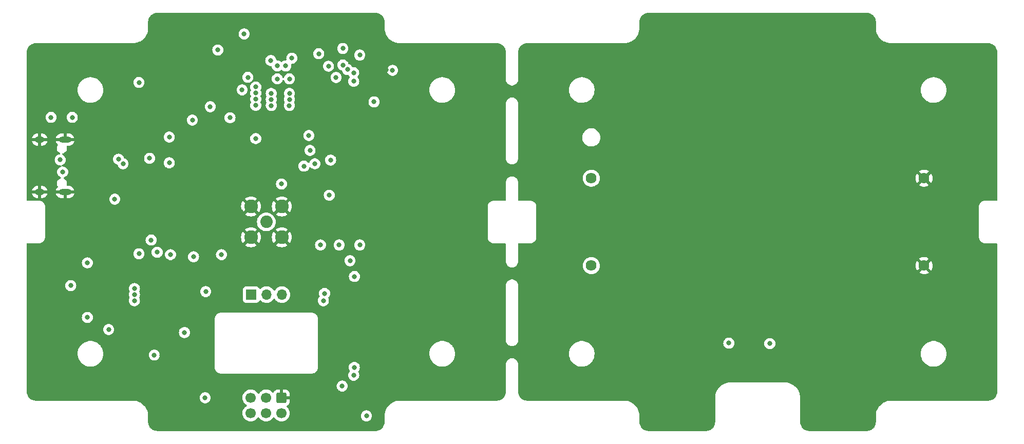
<source format=gbr>
%TF.GenerationSoftware,KiCad,Pcbnew,(5.99.0-12717-g57c7d663b0)*%
%TF.CreationDate,2021-10-15T20:59:05+02:00*%
%TF.ProjectId,Main_PCB,4d61696e-5f50-4434-922e-6b696361645f,rev?*%
%TF.SameCoordinates,Original*%
%TF.FileFunction,Copper,L3,Inr*%
%TF.FilePolarity,Positive*%
%FSLAX46Y46*%
G04 Gerber Fmt 4.6, Leading zero omitted, Abs format (unit mm)*
G04 Created by KiCad (PCBNEW (5.99.0-12717-g57c7d663b0)) date 2021-10-15 20:59:05*
%MOMM*%
%LPD*%
G01*
G04 APERTURE LIST*
G04 Aperture macros list*
%AMRoundRect*
0 Rectangle with rounded corners*
0 $1 Rounding radius*
0 $2 $3 $4 $5 $6 $7 $8 $9 X,Y pos of 4 corners*
0 Add a 4 corners polygon primitive as box body*
4,1,4,$2,$3,$4,$5,$6,$7,$8,$9,$2,$3,0*
0 Add four circle primitives for the rounded corners*
1,1,$1+$1,$2,$3*
1,1,$1+$1,$4,$5*
1,1,$1+$1,$6,$7*
1,1,$1+$1,$8,$9*
0 Add four rect primitives between the rounded corners*
20,1,$1+$1,$2,$3,$4,$5,0*
20,1,$1+$1,$4,$5,$6,$7,0*
20,1,$1+$1,$6,$7,$8,$9,0*
20,1,$1+$1,$8,$9,$2,$3,0*%
G04 Aperture macros list end*
%TA.AperFunction,ComponentPad*%
%ADD10C,1.785000*%
%TD*%
%TA.AperFunction,ComponentPad*%
%ADD11RoundRect,0.250000X-0.600000X0.600000X-0.600000X-0.600000X0.600000X-0.600000X0.600000X0.600000X0*%
%TD*%
%TA.AperFunction,ComponentPad*%
%ADD12C,1.700000*%
%TD*%
%TA.AperFunction,ComponentPad*%
%ADD13O,1.600000X1.000000*%
%TD*%
%TA.AperFunction,ComponentPad*%
%ADD14O,2.100000X1.000000*%
%TD*%
%TA.AperFunction,ComponentPad*%
%ADD15R,1.700000X1.700000*%
%TD*%
%TA.AperFunction,ComponentPad*%
%ADD16O,1.700000X1.700000*%
%TD*%
%TA.AperFunction,ComponentPad*%
%ADD17C,2.250000*%
%TD*%
%TA.AperFunction,ComponentPad*%
%ADD18C,2.050000*%
%TD*%
%TA.AperFunction,ViaPad*%
%ADD19C,0.800000*%
%TD*%
G04 APERTURE END LIST*
D10*
%TO.N,Net-(F1-Pad2)*%
%TO.C,U3*%
X162570000Y-90790000D03*
%TO.N,Net-(F2-Pad2)*%
X162570000Y-105210000D03*
%TO.N,GND*%
X217430000Y-105210000D03*
X217430000Y-90790000D03*
%TD*%
D11*
%TO.N,GND*%
%TO.C,J2*%
X111500000Y-127000000D03*
D12*
%TO.N,VCC*%
X111500000Y-129540000D03*
%TO.N,/IC2_MoistureSensor_SCL1*%
X108960000Y-127000000D03*
%TO.N,/IC2_MoistureSensor_SDA1*%
X108960000Y-129540000D03*
%TO.N,/IC2_MoistureSensor_SCL2*%
X106420000Y-127000000D03*
%TO.N,/IC2_MoistureSensor_SDA2*%
X106420000Y-129540000D03*
%TD*%
D13*
%TO.N,GND*%
%TO.C,J3*%
X71640000Y-93070000D03*
D14*
X75820000Y-93070000D03*
X75820000Y-84430000D03*
D13*
X71640000Y-84430000D03*
%TD*%
D15*
%TO.N,/usb3v3*%
%TO.C,J4*%
X106500000Y-110000000D03*
D16*
%TO.N,VCC*%
X109040000Y-110000000D03*
%TO.N,/battery*%
X111580000Y-110000000D03*
%TD*%
D17*
%TO.N,GND*%
%TO.C,J1*%
X111540000Y-100540000D03*
X106460000Y-95460000D03*
X111540000Y-95460000D03*
X106460000Y-100540000D03*
D18*
%TO.N,Net-(J1-Pad1)*%
X109000000Y-98000000D03*
%TD*%
D19*
%TO.N,GND*%
X147400000Y-104400000D03*
X147400000Y-108800000D03*
X110000000Y-106500000D03*
X120500000Y-107000000D03*
%TO.N,/IC2_MoistureSensor_SCL1*%
X110800000Y-72275500D03*
X123400000Y-73400000D03*
%TO.N,/IC2_MoistureSensor_SDA1*%
X112200000Y-72275500D03*
X123400000Y-74800000D03*
%TO.N,GND*%
X168800000Y-119600000D03*
X166400000Y-124800000D03*
%TO.N,/D1_TX*%
X116200000Y-86200000D03*
X119600000Y-87800000D03*
%TO.N,GND*%
X92200000Y-79600000D03*
%TO.N,/bat_voltage*%
X103009124Y-80809124D03*
X96800000Y-81202429D03*
%TO.N,Lora-Reset*%
X97000000Y-103750000D03*
X119374020Y-93600000D03*
%TO.N,/boot0*%
X124400000Y-70475500D03*
X121612299Y-69387701D03*
X129800000Y-73000000D03*
%TO.N,/Reset*%
X105944842Y-74144842D03*
%TO.N,/SPI_LORA_NSS*%
X105000000Y-76224500D03*
%TO.N,/SPI_LORA_MOSI*%
X109800000Y-76800000D03*
X112800000Y-76800497D03*
%TO.N,/SPI_LORA_MISO*%
X109800000Y-77800000D03*
X112800000Y-77800000D03*
%TO.N,/SPI_LORA_SCK*%
X109812299Y-78800000D03*
X112787452Y-78812051D03*
%TO.N,/IC2_MoistureSensor_SCL2*%
X121000000Y-101800000D03*
X117925020Y-101800000D03*
X124400000Y-101800000D03*
%TO.N,/IC2_MoistureSensor_SCL1*%
X122800000Y-104400000D03*
%TO.N,/IC2_MoistureSensor_SDA1*%
X123524500Y-107000000D03*
%TO.N,/LORA_DIO0*%
X101600000Y-103400000D03*
X118600000Y-109800000D03*
%TO.N,/LORA_DIO1*%
X93200000Y-103400000D03*
X118400000Y-111000000D03*
%TO.N,GND*%
X182400000Y-124900000D03*
X191100000Y-123700000D03*
X151600000Y-117500000D03*
X151700000Y-121900000D03*
%TO.N,/IC2_MoistureSensor_SDA1*%
X121500000Y-125075500D03*
X123500000Y-122000000D03*
%TO.N,/IC2_MoistureSensor_SCL1*%
X123400000Y-123300000D03*
%TO.N,/IC2_MoistureSensor_SCL2*%
X98900000Y-127000000D03*
%TO.N,GND*%
X104800000Y-96300000D03*
X103600000Y-96000000D03*
X102600000Y-95300000D03*
X101900000Y-94300000D03*
X101600000Y-93100000D03*
X101600000Y-91800000D03*
X101600000Y-90500000D03*
X101400000Y-89300000D03*
X100400000Y-88600000D03*
X99200000Y-88600000D03*
X104400000Y-99600000D03*
X102800000Y-99200000D03*
X101400000Y-98400000D03*
X100100000Y-97300000D03*
X99200000Y-96100000D03*
X98700000Y-94800000D03*
X98400000Y-93400000D03*
%TO.N,/IC2_MoistureSensor_SDA1*%
X117000000Y-88400000D03*
%TO.N,/IC2_MoistureSensor_SCL1*%
X115200000Y-88800000D03*
X110800000Y-74400000D03*
%TO.N,/IC2_MoistureSensor_SDA1*%
X112800000Y-74400000D03*
%TO.N,/Reset*%
X95500000Y-116250000D03*
%TO.N,/SWO*%
X109727141Y-71376460D03*
X87249854Y-108988276D03*
%TO.N,/SWCLK*%
X113200000Y-71000000D03*
X87262299Y-109987701D03*
%TO.N,/SWDIO*%
X119250000Y-72325499D03*
X87250000Y-111000000D03*
%TO.N,/LORA_DIO1*%
X89750000Y-87500000D03*
X107250000Y-75750000D03*
%TO.N,/SPI_LORA_MOSI*%
X90000000Y-101000000D03*
X107250000Y-76750497D03*
%TO.N,/SPI_LORA_MISO*%
X88000000Y-103250000D03*
X107250000Y-77750000D03*
%TO.N,/SPI_LORA_SCK*%
X91000000Y-103000000D03*
X107250000Y-78774599D03*
%TO.N,/LORA_DIO0*%
X84000000Y-94250000D03*
X120500000Y-74174501D03*
%TO.N,/boot0*%
X76750000Y-108500000D03*
X105332446Y-67000000D03*
%TO.N,/Reset*%
X83000000Y-115750000D03*
X88000000Y-75000000D03*
%TO.N,GND*%
X124000000Y-76950000D03*
X128750000Y-72950000D03*
X91770000Y-119970000D03*
X93020000Y-119970000D03*
X95520000Y-119970000D03*
X126750000Y-128500000D03*
%TO.N,USB-*%
X122371232Y-72871232D03*
%TO.N,USB+*%
X121628768Y-72128768D03*
%TO.N,USB-*%
X84628768Y-87653268D03*
%TO.N,USB+*%
X85371232Y-88395732D03*
%TO.N,/usb3v3*%
X93000000Y-84000000D03*
%TO.N,VCC*%
X117637500Y-70250000D03*
X111500000Y-91750000D03*
X101000000Y-69637500D03*
X93000000Y-88250000D03*
X125500000Y-130000000D03*
X90520000Y-119970000D03*
X126750000Y-78200000D03*
X107250000Y-84250000D03*
X79500000Y-113750000D03*
X79500000Y-104750000D03*
X116000000Y-83750000D03*
X99000000Y-109500000D03*
X192000000Y-118068750D03*
X99750000Y-79000000D03*
%TO.N,GND*%
X86000000Y-103750000D03*
X94831250Y-72668750D03*
X192275000Y-78000000D03*
X119387500Y-70250000D03*
X82750000Y-88750000D03*
X105750000Y-71500000D03*
X188000000Y-118068750D03*
X80750000Y-84000000D03*
X78000000Y-92000000D03*
X175934000Y-120296418D03*
X90000000Y-81000000D03*
X111750000Y-98000000D03*
X100000000Y-103750000D03*
X103000000Y-84250000D03*
X109000000Y-95250000D03*
X98250000Y-92000000D03*
X109000000Y-100750000D03*
X74100000Y-103100000D03*
X182000000Y-120500000D03*
X74100000Y-110150000D03*
X114366745Y-84867646D03*
X85250000Y-113750000D03*
X93000000Y-86750000D03*
X121250000Y-130000000D03*
X98000000Y-79000000D03*
%TO.N,Net-(J3-PadB5)*%
X75416609Y-89764620D03*
X73500000Y-80750000D03*
%TO.N,Net-(J3-PadA5)*%
X75010867Y-87760867D03*
X77000000Y-80750000D03*
%TO.N,/battery*%
X185250000Y-118000000D03*
%TD*%
%TA.AperFunction,Conductor*%
%TO.N,GND*%
G36*
X126970056Y-63509500D02*
G01*
X126972284Y-63509847D01*
X126984859Y-63511805D01*
X126984861Y-63511805D01*
X126993730Y-63513186D01*
X127002632Y-63512022D01*
X127002634Y-63512022D01*
X127008959Y-63511195D01*
X127034282Y-63510452D01*
X127198126Y-63522170D01*
X127203343Y-63522543D01*
X127221137Y-63525101D01*
X127411540Y-63566521D01*
X127428788Y-63571586D01*
X127611358Y-63639682D01*
X127627710Y-63647149D01*
X127693020Y-63682810D01*
X127798734Y-63740534D01*
X127813848Y-63750248D01*
X127923516Y-63832344D01*
X127969842Y-63867023D01*
X127983428Y-63878796D01*
X128121204Y-64016572D01*
X128132977Y-64030158D01*
X128249752Y-64186152D01*
X128259469Y-64201271D01*
X128352851Y-64372290D01*
X128360318Y-64388642D01*
X128428414Y-64571212D01*
X128433480Y-64588462D01*
X128474899Y-64778863D01*
X128477457Y-64796658D01*
X128489041Y-64958629D01*
X128488297Y-64976533D01*
X128488195Y-64984858D01*
X128486814Y-64993730D01*
X128487978Y-65002632D01*
X128487978Y-65002635D01*
X128490936Y-65025251D01*
X128492000Y-65041589D01*
X128492000Y-65946793D01*
X128490254Y-65967697D01*
X128486929Y-65987461D01*
X128486776Y-66000000D01*
X128487466Y-66004815D01*
X128487627Y-66007290D01*
X128488195Y-66012885D01*
X128500259Y-66212334D01*
X128505735Y-66302858D01*
X128560427Y-66601301D01*
X128650693Y-66890975D01*
X128652255Y-66894445D01*
X128652257Y-66894451D01*
X128696806Y-66993435D01*
X128775217Y-67167656D01*
X128777186Y-67170913D01*
X128777188Y-67170917D01*
X128889783Y-67357171D01*
X128932184Y-67427311D01*
X128934525Y-67430299D01*
X128934527Y-67430302D01*
X128981345Y-67490060D01*
X129119304Y-67666152D01*
X129333848Y-67880696D01*
X129572689Y-68067816D01*
X129575943Y-68069783D01*
X129829083Y-68222812D01*
X129829087Y-68222814D01*
X129832344Y-68224783D01*
X129970684Y-68287045D01*
X130105549Y-68347743D01*
X130105555Y-68347745D01*
X130109025Y-68349307D01*
X130398699Y-68439573D01*
X130697142Y-68494265D01*
X130700933Y-68494494D01*
X130700939Y-68494495D01*
X130878995Y-68505264D01*
X130969213Y-68510721D01*
X130982517Y-68512239D01*
X130987461Y-68513071D01*
X130993938Y-68513150D01*
X130995141Y-68513165D01*
X130995145Y-68513165D01*
X131000000Y-68513224D01*
X131027588Y-68509273D01*
X131045451Y-68508000D01*
X146950672Y-68508000D01*
X146970056Y-68509500D01*
X146971637Y-68509746D01*
X146984859Y-68511805D01*
X146984861Y-68511805D01*
X146993730Y-68513186D01*
X147002632Y-68512022D01*
X147002634Y-68512022D01*
X147008959Y-68511195D01*
X147034282Y-68510452D01*
X147190046Y-68521592D01*
X147203343Y-68522543D01*
X147221137Y-68525101D01*
X147411540Y-68566521D01*
X147428788Y-68571586D01*
X147611358Y-68639682D01*
X147627710Y-68647149D01*
X147693020Y-68682810D01*
X147798734Y-68740534D01*
X147813848Y-68750248D01*
X147923516Y-68832344D01*
X147969842Y-68867023D01*
X147983428Y-68878796D01*
X148121204Y-69016572D01*
X148132977Y-69030158D01*
X148249752Y-69186152D01*
X148259466Y-69201266D01*
X148298214Y-69272229D01*
X148352851Y-69372290D01*
X148360318Y-69388642D01*
X148428414Y-69571212D01*
X148433479Y-69588460D01*
X148469051Y-69751978D01*
X148474899Y-69778863D01*
X148477457Y-69796657D01*
X148486962Y-69929553D01*
X148489041Y-69958629D01*
X148488297Y-69976533D01*
X148488195Y-69984858D01*
X148486814Y-69993730D01*
X148487978Y-70002632D01*
X148487978Y-70002635D01*
X148490936Y-70025251D01*
X148492000Y-70041589D01*
X148492000Y-74450672D01*
X148490500Y-74470056D01*
X148486814Y-74493730D01*
X148487799Y-74501262D01*
X148487973Y-74503137D01*
X148487972Y-74503200D01*
X148488012Y-74503562D01*
X148504919Y-74686013D01*
X148506513Y-74691614D01*
X148506513Y-74691616D01*
X148523992Y-74753049D01*
X148556042Y-74865691D01*
X148639310Y-75032917D01*
X148751888Y-75181994D01*
X148889942Y-75307847D01*
X148894890Y-75310910D01*
X148894893Y-75310913D01*
X148905325Y-75317372D01*
X149048771Y-75406190D01*
X149222966Y-75473673D01*
X149228684Y-75474742D01*
X149228688Y-75474743D01*
X149400870Y-75506930D01*
X149400872Y-75506930D01*
X149406595Y-75508000D01*
X149593405Y-75508000D01*
X149599128Y-75506930D01*
X149599130Y-75506930D01*
X149771312Y-75474743D01*
X149771316Y-75474742D01*
X149777034Y-75473673D01*
X149951229Y-75406190D01*
X150094675Y-75317372D01*
X150105107Y-75310913D01*
X150105110Y-75310910D01*
X150110058Y-75307847D01*
X150248112Y-75181994D01*
X150360690Y-75032917D01*
X150443958Y-74865691D01*
X150476008Y-74753049D01*
X150493487Y-74691616D01*
X150493487Y-74691614D01*
X150495081Y-74686013D01*
X150508378Y-74542515D01*
X150509581Y-74533283D01*
X150513071Y-74512539D01*
X150513224Y-74500000D01*
X150509273Y-74472412D01*
X150508000Y-74454549D01*
X150508000Y-70049328D01*
X150509500Y-70029943D01*
X150511805Y-70015141D01*
X150511805Y-70015139D01*
X150513186Y-70006270D01*
X150512022Y-69997366D01*
X150511195Y-69991041D01*
X150510452Y-69965713D01*
X150511986Y-69944274D01*
X150522543Y-69796657D01*
X150525101Y-69778863D01*
X150530949Y-69751978D01*
X150566521Y-69588460D01*
X150571586Y-69571212D01*
X150639682Y-69388642D01*
X150647149Y-69372290D01*
X150701786Y-69272229D01*
X150740534Y-69201266D01*
X150750248Y-69186152D01*
X150867023Y-69030158D01*
X150878796Y-69016572D01*
X151016572Y-68878796D01*
X151030158Y-68867023D01*
X151076484Y-68832344D01*
X151186152Y-68750248D01*
X151201266Y-68740534D01*
X151306980Y-68682810D01*
X151372290Y-68647149D01*
X151388642Y-68639682D01*
X151571212Y-68571586D01*
X151588460Y-68566521D01*
X151778863Y-68525101D01*
X151796658Y-68522543D01*
X151847498Y-68518907D01*
X151958631Y-68510959D01*
X151976533Y-68511703D01*
X151984858Y-68511805D01*
X151993730Y-68513186D01*
X152002632Y-68512022D01*
X152002635Y-68512022D01*
X152025251Y-68509064D01*
X152041589Y-68508000D01*
X167946793Y-68508000D01*
X167967697Y-68509746D01*
X167987461Y-68513071D01*
X167993789Y-68513148D01*
X167995141Y-68513165D01*
X167995145Y-68513165D01*
X168000000Y-68513224D01*
X168004815Y-68512534D01*
X168007290Y-68512373D01*
X168012885Y-68511805D01*
X168299062Y-68494495D01*
X168299068Y-68494494D01*
X168302858Y-68494265D01*
X168601301Y-68439573D01*
X168890975Y-68349307D01*
X168894445Y-68347745D01*
X168894451Y-68347743D01*
X169029316Y-68287045D01*
X169167656Y-68224783D01*
X169170913Y-68222814D01*
X169170917Y-68222812D01*
X169424057Y-68069783D01*
X169427311Y-68067816D01*
X169666152Y-67880696D01*
X169880696Y-67666152D01*
X170018655Y-67490060D01*
X170065473Y-67430302D01*
X170065475Y-67430299D01*
X170067816Y-67427311D01*
X170110217Y-67357171D01*
X170222812Y-67170917D01*
X170222814Y-67170913D01*
X170224783Y-67167656D01*
X170303194Y-66993435D01*
X170347743Y-66894451D01*
X170347745Y-66894445D01*
X170349307Y-66890975D01*
X170439573Y-66601301D01*
X170494265Y-66302858D01*
X170499715Y-66212763D01*
X170510721Y-66030790D01*
X170512239Y-66017483D01*
X170512263Y-66017340D01*
X170513071Y-66012539D01*
X170513224Y-66000000D01*
X170509273Y-65972412D01*
X170508000Y-65954549D01*
X170508000Y-65049328D01*
X170509500Y-65029943D01*
X170511805Y-65015141D01*
X170511805Y-65015139D01*
X170513186Y-65006270D01*
X170512022Y-64997366D01*
X170511195Y-64991041D01*
X170510452Y-64965713D01*
X170522543Y-64796657D01*
X170525101Y-64778863D01*
X170566520Y-64588462D01*
X170571586Y-64571212D01*
X170639682Y-64388642D01*
X170647149Y-64372290D01*
X170740531Y-64201271D01*
X170750248Y-64186152D01*
X170867023Y-64030158D01*
X170878796Y-64016572D01*
X171016572Y-63878796D01*
X171030158Y-63867023D01*
X171076484Y-63832344D01*
X171186152Y-63750248D01*
X171201266Y-63740534D01*
X171306980Y-63682810D01*
X171372290Y-63647149D01*
X171388642Y-63639682D01*
X171571212Y-63571586D01*
X171588460Y-63566521D01*
X171778863Y-63525101D01*
X171796658Y-63522543D01*
X171845557Y-63519046D01*
X171958631Y-63510959D01*
X171976533Y-63511703D01*
X171984858Y-63511805D01*
X171993730Y-63513186D01*
X172002632Y-63512022D01*
X172002635Y-63512022D01*
X172025251Y-63509064D01*
X172041589Y-63508000D01*
X207950672Y-63508000D01*
X207970056Y-63509500D01*
X207972284Y-63509847D01*
X207984859Y-63511805D01*
X207984861Y-63511805D01*
X207993730Y-63513186D01*
X208002632Y-63512022D01*
X208002634Y-63512022D01*
X208008959Y-63511195D01*
X208034282Y-63510452D01*
X208198126Y-63522170D01*
X208203343Y-63522543D01*
X208221137Y-63525101D01*
X208411540Y-63566521D01*
X208428788Y-63571586D01*
X208611358Y-63639682D01*
X208627710Y-63647149D01*
X208693020Y-63682810D01*
X208798734Y-63740534D01*
X208813848Y-63750248D01*
X208923516Y-63832344D01*
X208969842Y-63867023D01*
X208983428Y-63878796D01*
X209121204Y-64016572D01*
X209132977Y-64030158D01*
X209249752Y-64186152D01*
X209259469Y-64201271D01*
X209352851Y-64372290D01*
X209360318Y-64388642D01*
X209428414Y-64571212D01*
X209433480Y-64588462D01*
X209474899Y-64778863D01*
X209477457Y-64796658D01*
X209489041Y-64958629D01*
X209488297Y-64976533D01*
X209488195Y-64984858D01*
X209486814Y-64993730D01*
X209487978Y-65002632D01*
X209487978Y-65002635D01*
X209490936Y-65025251D01*
X209492000Y-65041589D01*
X209492000Y-65946793D01*
X209490254Y-65967697D01*
X209486929Y-65987461D01*
X209486776Y-66000000D01*
X209487466Y-66004815D01*
X209487627Y-66007290D01*
X209488195Y-66012885D01*
X209500259Y-66212334D01*
X209505735Y-66302858D01*
X209560427Y-66601301D01*
X209650693Y-66890975D01*
X209652255Y-66894445D01*
X209652257Y-66894451D01*
X209696806Y-66993435D01*
X209775217Y-67167656D01*
X209777186Y-67170913D01*
X209777188Y-67170917D01*
X209889783Y-67357171D01*
X209932184Y-67427311D01*
X209934525Y-67430299D01*
X209934527Y-67430302D01*
X209981345Y-67490060D01*
X210119304Y-67666152D01*
X210333848Y-67880696D01*
X210572689Y-68067816D01*
X210575943Y-68069783D01*
X210829083Y-68222812D01*
X210829087Y-68222814D01*
X210832344Y-68224783D01*
X210970684Y-68287045D01*
X211105549Y-68347743D01*
X211105555Y-68347745D01*
X211109025Y-68349307D01*
X211398699Y-68439573D01*
X211697142Y-68494265D01*
X211700933Y-68494494D01*
X211700939Y-68494495D01*
X211878995Y-68505264D01*
X211969213Y-68510721D01*
X211982517Y-68512239D01*
X211987461Y-68513071D01*
X211993938Y-68513150D01*
X211995141Y-68513165D01*
X211995145Y-68513165D01*
X212000000Y-68513224D01*
X212027588Y-68509273D01*
X212045451Y-68508000D01*
X227950672Y-68508000D01*
X227970056Y-68509500D01*
X227971637Y-68509746D01*
X227984859Y-68511805D01*
X227984861Y-68511805D01*
X227993730Y-68513186D01*
X228002632Y-68512022D01*
X228002634Y-68512022D01*
X228008959Y-68511195D01*
X228034282Y-68510452D01*
X228190046Y-68521592D01*
X228203343Y-68522543D01*
X228221137Y-68525101D01*
X228411540Y-68566521D01*
X228428788Y-68571586D01*
X228611358Y-68639682D01*
X228627710Y-68647149D01*
X228693020Y-68682810D01*
X228798734Y-68740534D01*
X228813848Y-68750248D01*
X228923516Y-68832344D01*
X228969842Y-68867023D01*
X228983428Y-68878796D01*
X229121204Y-69016572D01*
X229132977Y-69030158D01*
X229249752Y-69186152D01*
X229259466Y-69201266D01*
X229298214Y-69272229D01*
X229352851Y-69372290D01*
X229360318Y-69388642D01*
X229428414Y-69571212D01*
X229433479Y-69588460D01*
X229469051Y-69751978D01*
X229474899Y-69778863D01*
X229477457Y-69796657D01*
X229486962Y-69929553D01*
X229489041Y-69958629D01*
X229488297Y-69976533D01*
X229488195Y-69984858D01*
X229486814Y-69993730D01*
X229487978Y-70002632D01*
X229487978Y-70002635D01*
X229490936Y-70025251D01*
X229492000Y-70041589D01*
X229492000Y-94366000D01*
X229471998Y-94434121D01*
X229418342Y-94480614D01*
X229366000Y-94492000D01*
X227553206Y-94492000D01*
X227532302Y-94490254D01*
X227526435Y-94489267D01*
X227512538Y-94486929D01*
X227506180Y-94486851D01*
X227504857Y-94486835D01*
X227504853Y-94486835D01*
X227499999Y-94486776D01*
X227495192Y-94487465D01*
X227495185Y-94487465D01*
X227478780Y-94489815D01*
X227471898Y-94490609D01*
X227438005Y-94493574D01*
X227324293Y-94503523D01*
X227318979Y-94504947D01*
X227318978Y-94504947D01*
X227159237Y-94547749D01*
X227159235Y-94547750D01*
X227153927Y-94549172D01*
X227148947Y-94551494D01*
X227148945Y-94551495D01*
X226999056Y-94621390D01*
X226999053Y-94621392D01*
X226994075Y-94623713D01*
X226849596Y-94724878D01*
X226724878Y-94849596D01*
X226623713Y-94994075D01*
X226549172Y-95153927D01*
X226503523Y-95324293D01*
X226503044Y-95329773D01*
X226503042Y-95329785D01*
X226492194Y-95453768D01*
X226490928Y-95463691D01*
X226486929Y-95487460D01*
X226486776Y-95499999D01*
X226488565Y-95512491D01*
X226490727Y-95527587D01*
X226492000Y-95545450D01*
X226492000Y-100446794D01*
X226490254Y-100467698D01*
X226486929Y-100487462D01*
X226486776Y-100500001D01*
X226487465Y-100504808D01*
X226487465Y-100504815D01*
X226489815Y-100521220D01*
X226490609Y-100528102D01*
X226492488Y-100549580D01*
X226503523Y-100675707D01*
X226504947Y-100681021D01*
X226504947Y-100681022D01*
X226539526Y-100810072D01*
X226549172Y-100846073D01*
X226551494Y-100851053D01*
X226551495Y-100851055D01*
X226617889Y-100993435D01*
X226623713Y-101005925D01*
X226724878Y-101150404D01*
X226849596Y-101275122D01*
X226994075Y-101376287D01*
X226999053Y-101378608D01*
X226999056Y-101378610D01*
X227119403Y-101434729D01*
X227153927Y-101450828D01*
X227159235Y-101452250D01*
X227159237Y-101452251D01*
X227318978Y-101495053D01*
X227318979Y-101495053D01*
X227324293Y-101496477D01*
X227329779Y-101496957D01*
X227329785Y-101496958D01*
X227453768Y-101507806D01*
X227463691Y-101509072D01*
X227482667Y-101512265D01*
X227482672Y-101512265D01*
X227487460Y-101513071D01*
X227493759Y-101513148D01*
X227495140Y-101513165D01*
X227495144Y-101513165D01*
X227499999Y-101513224D01*
X227527587Y-101509273D01*
X227545450Y-101508000D01*
X229366000Y-101508000D01*
X229434121Y-101528002D01*
X229480614Y-101581658D01*
X229492000Y-101634000D01*
X229492000Y-125950672D01*
X229490500Y-125970057D01*
X229488543Y-125982628D01*
X229486814Y-125993730D01*
X229487978Y-126002632D01*
X229487978Y-126002634D01*
X229488805Y-126008959D01*
X229489548Y-126034282D01*
X229478171Y-126193364D01*
X229477457Y-126203343D01*
X229474899Y-126221137D01*
X229433480Y-126411538D01*
X229428414Y-126428788D01*
X229360318Y-126611358D01*
X229352851Y-126627710D01*
X229317190Y-126693020D01*
X229265510Y-126787666D01*
X229259469Y-126798729D01*
X229249752Y-126813848D01*
X229247666Y-126816635D01*
X229132977Y-126969842D01*
X229121204Y-126983428D01*
X228983428Y-127121204D01*
X228969841Y-127132977D01*
X228813848Y-127249752D01*
X228798734Y-127259466D01*
X228775569Y-127272115D01*
X228627710Y-127352851D01*
X228611358Y-127360318D01*
X228428788Y-127428414D01*
X228411540Y-127433479D01*
X228248022Y-127469051D01*
X228221137Y-127474899D01*
X228203342Y-127477457D01*
X228154443Y-127480954D01*
X228041369Y-127489041D01*
X228023467Y-127488297D01*
X228015142Y-127488195D01*
X228006270Y-127486814D01*
X227997368Y-127487978D01*
X227997365Y-127487978D01*
X227974749Y-127490936D01*
X227958411Y-127492000D01*
X212053207Y-127492000D01*
X212032303Y-127490254D01*
X212026507Y-127489279D01*
X212012539Y-127486929D01*
X212006211Y-127486852D01*
X212004859Y-127486835D01*
X212004855Y-127486835D01*
X212000000Y-127486776D01*
X211995185Y-127487466D01*
X211992710Y-127487627D01*
X211987115Y-127488195D01*
X211700938Y-127505505D01*
X211700932Y-127505506D01*
X211697142Y-127505735D01*
X211398699Y-127560427D01*
X211109025Y-127650693D01*
X211105555Y-127652255D01*
X211105549Y-127652257D01*
X211054697Y-127675144D01*
X210832344Y-127775217D01*
X210829087Y-127777186D01*
X210829083Y-127777188D01*
X210653240Y-127883489D01*
X210572689Y-127932184D01*
X210333848Y-128119304D01*
X210119304Y-128333848D01*
X210059457Y-128410237D01*
X209957913Y-128539849D01*
X209932184Y-128572689D01*
X209930217Y-128575943D01*
X209828110Y-128744849D01*
X209775217Y-128832344D01*
X209759764Y-128866680D01*
X209654439Y-129100702D01*
X209650693Y-129109025D01*
X209560427Y-129398699D01*
X209505735Y-129697142D01*
X209505506Y-129700933D01*
X209505505Y-129700939D01*
X209489279Y-129969210D01*
X209487761Y-129982517D01*
X209486929Y-129987461D01*
X209486776Y-130000000D01*
X209487876Y-130007678D01*
X209490727Y-130027588D01*
X209492000Y-130045451D01*
X209492000Y-130950672D01*
X209490500Y-130970056D01*
X209486814Y-130993730D01*
X209487978Y-131002632D01*
X209487978Y-131002634D01*
X209488805Y-131008959D01*
X209489548Y-131034287D01*
X209477457Y-131203343D01*
X209474899Y-131221137D01*
X209433480Y-131411538D01*
X209428414Y-131428788D01*
X209360318Y-131611358D01*
X209352851Y-131627710D01*
X209259469Y-131798729D01*
X209249752Y-131813848D01*
X209192016Y-131890975D01*
X209132977Y-131969842D01*
X209121204Y-131983428D01*
X208983428Y-132121204D01*
X208969841Y-132132977D01*
X208813848Y-132249752D01*
X208798734Y-132259466D01*
X208693020Y-132317190D01*
X208627710Y-132352851D01*
X208611358Y-132360318D01*
X208428788Y-132428414D01*
X208411540Y-132433479D01*
X208248022Y-132469051D01*
X208221137Y-132474899D01*
X208203342Y-132477457D01*
X208154443Y-132480954D01*
X208041369Y-132489041D01*
X208023467Y-132488297D01*
X208015142Y-132488195D01*
X208006270Y-132486814D01*
X207997368Y-132487978D01*
X207997365Y-132487978D01*
X207974749Y-132490936D01*
X207958411Y-132492000D01*
X198549328Y-132492000D01*
X198529943Y-132490500D01*
X198529661Y-132490456D01*
X198527117Y-132490060D01*
X198515141Y-132488195D01*
X198515139Y-132488195D01*
X198506270Y-132486814D01*
X198497368Y-132487978D01*
X198497366Y-132487978D01*
X198491041Y-132488805D01*
X198465718Y-132489548D01*
X198296657Y-132477457D01*
X198278863Y-132474899D01*
X198251978Y-132469051D01*
X198088460Y-132433479D01*
X198071212Y-132428414D01*
X197888642Y-132360318D01*
X197872290Y-132352851D01*
X197806980Y-132317190D01*
X197701266Y-132259466D01*
X197686152Y-132249752D01*
X197530159Y-132132977D01*
X197516572Y-132121204D01*
X197378796Y-131983428D01*
X197367023Y-131969842D01*
X197307984Y-131890975D01*
X197250248Y-131813848D01*
X197240531Y-131798729D01*
X197147149Y-131627710D01*
X197139682Y-131611358D01*
X197071586Y-131428788D01*
X197066520Y-131411538D01*
X197025101Y-131221137D01*
X197022543Y-131203342D01*
X197010959Y-131041371D01*
X197011703Y-131023467D01*
X197011805Y-131015142D01*
X197013186Y-131006270D01*
X197011547Y-130993730D01*
X197009064Y-130974749D01*
X197008000Y-130958411D01*
X197008000Y-127053207D01*
X197009746Y-127032303D01*
X197012264Y-127017335D01*
X197013071Y-127012539D01*
X197013224Y-127000000D01*
X197012534Y-126995185D01*
X197012373Y-126992710D01*
X197011805Y-126987115D01*
X196994495Y-126700938D01*
X196994494Y-126700932D01*
X196994265Y-126697142D01*
X196939573Y-126398699D01*
X196884243Y-126221137D01*
X196850440Y-126112661D01*
X196849307Y-126109025D01*
X196842038Y-126092872D01*
X196773959Y-125941609D01*
X196724783Y-125832344D01*
X196709016Y-125806261D01*
X196569783Y-125575943D01*
X196567816Y-125572689D01*
X196380696Y-125333848D01*
X196166152Y-125119304D01*
X195927311Y-124932184D01*
X195839820Y-124879294D01*
X195670917Y-124777188D01*
X195670913Y-124777186D01*
X195667656Y-124775217D01*
X195496578Y-124698221D01*
X195394451Y-124652257D01*
X195394445Y-124652255D01*
X195390975Y-124650693D01*
X195101301Y-124560427D01*
X194802858Y-124505735D01*
X194799067Y-124505506D01*
X194799061Y-124505505D01*
X194621005Y-124494736D01*
X194530787Y-124489279D01*
X194517483Y-124487761D01*
X194517340Y-124487737D01*
X194517341Y-124487737D01*
X194512539Y-124486929D01*
X194506062Y-124486850D01*
X194504859Y-124486835D01*
X194504855Y-124486835D01*
X194500000Y-124486776D01*
X194475715Y-124490254D01*
X194472412Y-124490727D01*
X194454549Y-124492000D01*
X185553207Y-124492000D01*
X185532303Y-124490254D01*
X185524100Y-124488874D01*
X185512539Y-124486929D01*
X185506211Y-124486852D01*
X185504859Y-124486835D01*
X185504855Y-124486835D01*
X185500000Y-124486776D01*
X185495185Y-124487466D01*
X185492710Y-124487627D01*
X185487115Y-124488195D01*
X185200938Y-124505505D01*
X185200932Y-124505506D01*
X185197142Y-124505735D01*
X184898699Y-124560427D01*
X184609025Y-124650693D01*
X184605555Y-124652255D01*
X184605549Y-124652257D01*
X184503422Y-124698221D01*
X184332344Y-124775217D01*
X184329087Y-124777186D01*
X184329083Y-124777188D01*
X184160180Y-124879294D01*
X184072689Y-124932184D01*
X183833848Y-125119304D01*
X183619304Y-125333848D01*
X183432184Y-125572689D01*
X183430217Y-125575943D01*
X183290985Y-125806261D01*
X183275217Y-125832344D01*
X183226041Y-125941609D01*
X183157963Y-126092872D01*
X183150693Y-126109025D01*
X183149560Y-126112661D01*
X183115758Y-126221137D01*
X183060427Y-126398699D01*
X183005735Y-126697142D01*
X183005506Y-126700933D01*
X183005505Y-126700939D01*
X182999590Y-126798729D01*
X182989742Y-126961562D01*
X182989279Y-126969210D01*
X182987761Y-126982517D01*
X182986929Y-126987461D01*
X182986776Y-127000000D01*
X182987876Y-127007678D01*
X182990727Y-127027588D01*
X182992000Y-127045451D01*
X182992000Y-130950672D01*
X182990500Y-130970056D01*
X182986814Y-130993730D01*
X182987978Y-131002632D01*
X182987978Y-131002634D01*
X182988805Y-131008959D01*
X182989548Y-131034287D01*
X182977457Y-131203343D01*
X182974899Y-131221137D01*
X182933480Y-131411538D01*
X182928414Y-131428788D01*
X182860318Y-131611358D01*
X182852851Y-131627710D01*
X182759469Y-131798729D01*
X182749752Y-131813848D01*
X182692016Y-131890975D01*
X182632977Y-131969842D01*
X182621204Y-131983428D01*
X182483428Y-132121204D01*
X182469841Y-132132977D01*
X182313848Y-132249752D01*
X182298734Y-132259466D01*
X182193020Y-132317190D01*
X182127710Y-132352851D01*
X182111358Y-132360318D01*
X181928788Y-132428414D01*
X181911540Y-132433479D01*
X181748022Y-132469051D01*
X181721137Y-132474899D01*
X181703342Y-132477457D01*
X181654443Y-132480954D01*
X181541369Y-132489041D01*
X181523467Y-132488297D01*
X181515142Y-132488195D01*
X181506270Y-132486814D01*
X181497368Y-132487978D01*
X181497365Y-132487978D01*
X181474749Y-132490936D01*
X181458411Y-132492000D01*
X172049328Y-132492000D01*
X172029943Y-132490500D01*
X172029661Y-132490456D01*
X172027117Y-132490060D01*
X172015141Y-132488195D01*
X172015139Y-132488195D01*
X172006270Y-132486814D01*
X171997368Y-132487978D01*
X171997366Y-132487978D01*
X171991041Y-132488805D01*
X171965718Y-132489548D01*
X171796657Y-132477457D01*
X171778863Y-132474899D01*
X171751978Y-132469051D01*
X171588460Y-132433479D01*
X171571212Y-132428414D01*
X171388642Y-132360318D01*
X171372290Y-132352851D01*
X171306980Y-132317190D01*
X171201266Y-132259466D01*
X171186152Y-132249752D01*
X171030159Y-132132977D01*
X171016572Y-132121204D01*
X170878796Y-131983428D01*
X170867023Y-131969842D01*
X170807984Y-131890975D01*
X170750248Y-131813848D01*
X170740531Y-131798729D01*
X170647149Y-131627710D01*
X170639682Y-131611358D01*
X170571586Y-131428788D01*
X170566520Y-131411538D01*
X170525101Y-131221137D01*
X170522543Y-131203342D01*
X170510959Y-131041371D01*
X170511703Y-131023467D01*
X170511805Y-131015142D01*
X170513186Y-131006270D01*
X170511547Y-130993730D01*
X170509064Y-130974749D01*
X170508000Y-130958411D01*
X170508000Y-130053207D01*
X170509746Y-130032303D01*
X170512264Y-130017335D01*
X170513071Y-130012539D01*
X170513224Y-130000000D01*
X170512534Y-129995185D01*
X170512373Y-129992710D01*
X170511805Y-129987115D01*
X170494495Y-129700938D01*
X170494494Y-129700932D01*
X170494265Y-129697142D01*
X170439573Y-129398699D01*
X170349307Y-129109025D01*
X170345562Y-129100702D01*
X170240236Y-128866680D01*
X170224783Y-128832344D01*
X170171891Y-128744849D01*
X170069783Y-128575943D01*
X170067816Y-128572689D01*
X170042088Y-128539849D01*
X169940543Y-128410237D01*
X169880696Y-128333848D01*
X169666152Y-128119304D01*
X169427311Y-127932184D01*
X169346760Y-127883489D01*
X169170917Y-127777188D01*
X169170913Y-127777186D01*
X169167656Y-127775217D01*
X168945303Y-127675144D01*
X168894451Y-127652257D01*
X168894445Y-127652255D01*
X168890975Y-127650693D01*
X168601301Y-127560427D01*
X168302858Y-127505735D01*
X168299067Y-127505506D01*
X168299061Y-127505505D01*
X168121005Y-127494736D01*
X168030787Y-127489279D01*
X168017483Y-127487761D01*
X168017340Y-127487737D01*
X168017341Y-127487737D01*
X168012539Y-127486929D01*
X168006062Y-127486850D01*
X168004859Y-127486835D01*
X168004855Y-127486835D01*
X168000000Y-127486776D01*
X167973997Y-127490500D01*
X167972412Y-127490727D01*
X167954549Y-127492000D01*
X152049328Y-127492000D01*
X152029943Y-127490500D01*
X152029661Y-127490456D01*
X152027117Y-127490060D01*
X152015141Y-127488195D01*
X152015139Y-127488195D01*
X152006270Y-127486814D01*
X151997368Y-127487978D01*
X151997366Y-127487978D01*
X151991041Y-127488805D01*
X151965718Y-127489548D01*
X151796657Y-127477457D01*
X151778863Y-127474899D01*
X151751978Y-127469051D01*
X151588460Y-127433479D01*
X151571212Y-127428414D01*
X151388642Y-127360318D01*
X151372290Y-127352851D01*
X151224431Y-127272115D01*
X151201266Y-127259466D01*
X151186152Y-127249752D01*
X151030159Y-127132977D01*
X151016572Y-127121204D01*
X150878796Y-126983428D01*
X150867023Y-126969842D01*
X150752334Y-126816635D01*
X150750248Y-126813848D01*
X150740531Y-126798729D01*
X150734491Y-126787666D01*
X150682810Y-126693020D01*
X150647149Y-126627710D01*
X150639682Y-126611358D01*
X150571586Y-126428788D01*
X150566520Y-126411538D01*
X150525101Y-126221137D01*
X150522543Y-126203342D01*
X150518095Y-126141151D01*
X150510959Y-126041369D01*
X150511703Y-126023467D01*
X150511805Y-126015142D01*
X150513186Y-126006270D01*
X150511547Y-125993730D01*
X150509064Y-125974749D01*
X150508000Y-125958411D01*
X150508000Y-121553207D01*
X150509746Y-121532303D01*
X150512264Y-121517335D01*
X150513071Y-121512539D01*
X150513224Y-121500000D01*
X150511102Y-121485183D01*
X150510367Y-121478946D01*
X150495619Y-121319790D01*
X150495618Y-121319787D01*
X150495081Y-121313987D01*
X150443958Y-121134309D01*
X150360690Y-120967083D01*
X150248112Y-120818006D01*
X150110058Y-120692153D01*
X150105110Y-120689090D01*
X150105107Y-120689087D01*
X150009321Y-120629779D01*
X149951229Y-120593810D01*
X149777034Y-120526327D01*
X149771316Y-120525258D01*
X149771312Y-120525257D01*
X149599130Y-120493070D01*
X149599128Y-120493070D01*
X149593405Y-120492000D01*
X149406595Y-120492000D01*
X149400872Y-120493070D01*
X149400870Y-120493070D01*
X149228688Y-120525257D01*
X149228684Y-120525258D01*
X149222966Y-120526327D01*
X149048771Y-120593810D01*
X148990679Y-120629779D01*
X148894893Y-120689087D01*
X148894890Y-120689090D01*
X148889942Y-120692153D01*
X148751888Y-120818006D01*
X148639310Y-120967083D01*
X148556042Y-121134309D01*
X148504919Y-121313987D01*
X148491622Y-121457485D01*
X148490419Y-121466717D01*
X148486929Y-121487461D01*
X148486776Y-121500000D01*
X148487466Y-121504815D01*
X148490727Y-121527588D01*
X148492000Y-121545451D01*
X148492000Y-125950672D01*
X148490500Y-125970057D01*
X148488543Y-125982628D01*
X148486814Y-125993730D01*
X148487978Y-126002632D01*
X148487978Y-126002634D01*
X148488805Y-126008959D01*
X148489548Y-126034282D01*
X148478171Y-126193364D01*
X148477457Y-126203343D01*
X148474899Y-126221137D01*
X148433480Y-126411538D01*
X148428414Y-126428788D01*
X148360318Y-126611358D01*
X148352851Y-126627710D01*
X148317190Y-126693020D01*
X148265510Y-126787666D01*
X148259469Y-126798729D01*
X148249752Y-126813848D01*
X148247666Y-126816635D01*
X148132977Y-126969842D01*
X148121204Y-126983428D01*
X147983428Y-127121204D01*
X147969841Y-127132977D01*
X147813848Y-127249752D01*
X147798734Y-127259466D01*
X147775569Y-127272115D01*
X147627710Y-127352851D01*
X147611358Y-127360318D01*
X147428788Y-127428414D01*
X147411540Y-127433479D01*
X147248022Y-127469051D01*
X147221137Y-127474899D01*
X147203342Y-127477457D01*
X147154443Y-127480954D01*
X147041369Y-127489041D01*
X147023467Y-127488297D01*
X147015142Y-127488195D01*
X147006270Y-127486814D01*
X146997368Y-127487978D01*
X146997365Y-127487978D01*
X146974749Y-127490936D01*
X146958411Y-127492000D01*
X131053207Y-127492000D01*
X131032303Y-127490254D01*
X131026507Y-127489279D01*
X131012539Y-127486929D01*
X131006211Y-127486852D01*
X131004859Y-127486835D01*
X131004855Y-127486835D01*
X131000000Y-127486776D01*
X130995185Y-127487466D01*
X130992710Y-127487627D01*
X130987115Y-127488195D01*
X130700938Y-127505505D01*
X130700932Y-127505506D01*
X130697142Y-127505735D01*
X130398699Y-127560427D01*
X130109025Y-127650693D01*
X130105555Y-127652255D01*
X130105549Y-127652257D01*
X130054697Y-127675144D01*
X129832344Y-127775217D01*
X129829087Y-127777186D01*
X129829083Y-127777188D01*
X129653240Y-127883489D01*
X129572689Y-127932184D01*
X129333848Y-128119304D01*
X129119304Y-128333848D01*
X129059457Y-128410237D01*
X128957913Y-128539849D01*
X128932184Y-128572689D01*
X128930217Y-128575943D01*
X128828110Y-128744849D01*
X128775217Y-128832344D01*
X128759764Y-128866680D01*
X128654439Y-129100702D01*
X128650693Y-129109025D01*
X128560427Y-129398699D01*
X128505735Y-129697142D01*
X128505506Y-129700933D01*
X128505505Y-129700939D01*
X128489279Y-129969210D01*
X128487761Y-129982517D01*
X128486929Y-129987461D01*
X128486776Y-130000000D01*
X128487876Y-130007678D01*
X128490727Y-130027588D01*
X128492000Y-130045451D01*
X128492000Y-130950672D01*
X128490500Y-130970056D01*
X128486814Y-130993730D01*
X128487978Y-131002632D01*
X128487978Y-131002634D01*
X128488805Y-131008959D01*
X128489548Y-131034287D01*
X128477457Y-131203343D01*
X128474899Y-131221137D01*
X128433480Y-131411538D01*
X128428414Y-131428788D01*
X128360318Y-131611358D01*
X128352851Y-131627710D01*
X128259469Y-131798729D01*
X128249752Y-131813848D01*
X128192016Y-131890975D01*
X128132977Y-131969842D01*
X128121204Y-131983428D01*
X127983428Y-132121204D01*
X127969841Y-132132977D01*
X127813848Y-132249752D01*
X127798734Y-132259466D01*
X127693020Y-132317190D01*
X127627710Y-132352851D01*
X127611358Y-132360318D01*
X127428788Y-132428414D01*
X127411540Y-132433479D01*
X127248022Y-132469051D01*
X127221137Y-132474899D01*
X127203342Y-132477457D01*
X127154443Y-132480954D01*
X127041369Y-132489041D01*
X127023467Y-132488297D01*
X127015142Y-132488195D01*
X127006270Y-132486814D01*
X126997368Y-132487978D01*
X126997365Y-132487978D01*
X126974749Y-132490936D01*
X126958411Y-132492000D01*
X91049328Y-132492000D01*
X91029943Y-132490500D01*
X91029661Y-132490456D01*
X91027117Y-132490060D01*
X91015141Y-132488195D01*
X91015139Y-132488195D01*
X91006270Y-132486814D01*
X90997368Y-132487978D01*
X90997366Y-132487978D01*
X90991041Y-132488805D01*
X90965718Y-132489548D01*
X90796657Y-132477457D01*
X90778863Y-132474899D01*
X90751978Y-132469051D01*
X90588460Y-132433479D01*
X90571212Y-132428414D01*
X90388642Y-132360318D01*
X90372290Y-132352851D01*
X90306980Y-132317190D01*
X90201266Y-132259466D01*
X90186152Y-132249752D01*
X90030159Y-132132977D01*
X90016572Y-132121204D01*
X89878796Y-131983428D01*
X89867023Y-131969842D01*
X89807984Y-131890975D01*
X89750248Y-131813848D01*
X89740531Y-131798729D01*
X89647149Y-131627710D01*
X89639682Y-131611358D01*
X89571586Y-131428788D01*
X89566520Y-131411538D01*
X89525101Y-131221137D01*
X89522543Y-131203342D01*
X89510959Y-131041371D01*
X89511703Y-131023467D01*
X89511805Y-131015142D01*
X89513186Y-131006270D01*
X89511547Y-130993730D01*
X89509064Y-130974749D01*
X89508000Y-130958411D01*
X89508000Y-130053207D01*
X89509746Y-130032303D01*
X89512264Y-130017335D01*
X89513071Y-130012539D01*
X89513224Y-130000000D01*
X89512534Y-129995185D01*
X89512373Y-129992710D01*
X89511805Y-129987115D01*
X89494495Y-129700938D01*
X89494494Y-129700932D01*
X89494265Y-129697142D01*
X89459364Y-129506695D01*
X105057251Y-129506695D01*
X105057548Y-129511848D01*
X105057548Y-129511851D01*
X105063011Y-129606590D01*
X105070110Y-129729715D01*
X105071247Y-129734761D01*
X105071248Y-129734767D01*
X105091119Y-129822939D01*
X105119222Y-129947639D01*
X105203266Y-130154616D01*
X105254019Y-130237438D01*
X105317291Y-130340688D01*
X105319987Y-130345088D01*
X105466250Y-130513938D01*
X105638126Y-130656632D01*
X105831000Y-130769338D01*
X106039692Y-130849030D01*
X106044760Y-130850061D01*
X106044763Y-130850062D01*
X106143578Y-130870166D01*
X106258597Y-130893567D01*
X106263772Y-130893757D01*
X106263774Y-130893757D01*
X106476673Y-130901564D01*
X106476677Y-130901564D01*
X106481837Y-130901753D01*
X106486957Y-130901097D01*
X106486959Y-130901097D01*
X106698288Y-130874025D01*
X106698289Y-130874025D01*
X106703416Y-130873368D01*
X106718662Y-130868794D01*
X106912429Y-130810661D01*
X106912434Y-130810659D01*
X106917384Y-130809174D01*
X107117994Y-130710896D01*
X107299860Y-130581173D01*
X107458096Y-130423489D01*
X107495414Y-130371556D01*
X107588453Y-130242077D01*
X107589776Y-130243028D01*
X107636645Y-130199857D01*
X107706580Y-130187625D01*
X107772026Y-130215144D01*
X107799875Y-130246994D01*
X107859987Y-130345088D01*
X108006250Y-130513938D01*
X108178126Y-130656632D01*
X108371000Y-130769338D01*
X108579692Y-130849030D01*
X108584760Y-130850061D01*
X108584763Y-130850062D01*
X108683578Y-130870166D01*
X108798597Y-130893567D01*
X108803772Y-130893757D01*
X108803774Y-130893757D01*
X109016673Y-130901564D01*
X109016677Y-130901564D01*
X109021837Y-130901753D01*
X109026957Y-130901097D01*
X109026959Y-130901097D01*
X109238288Y-130874025D01*
X109238289Y-130874025D01*
X109243416Y-130873368D01*
X109258662Y-130868794D01*
X109452429Y-130810661D01*
X109452434Y-130810659D01*
X109457384Y-130809174D01*
X109657994Y-130710896D01*
X109839860Y-130581173D01*
X109998096Y-130423489D01*
X110035414Y-130371556D01*
X110128453Y-130242077D01*
X110129776Y-130243028D01*
X110176645Y-130199857D01*
X110246580Y-130187625D01*
X110312026Y-130215144D01*
X110339875Y-130246994D01*
X110399987Y-130345088D01*
X110546250Y-130513938D01*
X110718126Y-130656632D01*
X110911000Y-130769338D01*
X111119692Y-130849030D01*
X111124760Y-130850061D01*
X111124763Y-130850062D01*
X111223578Y-130870166D01*
X111338597Y-130893567D01*
X111343772Y-130893757D01*
X111343774Y-130893757D01*
X111556673Y-130901564D01*
X111556677Y-130901564D01*
X111561837Y-130901753D01*
X111566957Y-130901097D01*
X111566959Y-130901097D01*
X111778288Y-130874025D01*
X111778289Y-130874025D01*
X111783416Y-130873368D01*
X111798662Y-130868794D01*
X111992429Y-130810661D01*
X111992434Y-130810659D01*
X111997384Y-130809174D01*
X112197994Y-130710896D01*
X112379860Y-130581173D01*
X112538096Y-130423489D01*
X112575414Y-130371556D01*
X112665435Y-130246277D01*
X112668453Y-130242077D01*
X112689320Y-130199857D01*
X112765136Y-130046453D01*
X112765137Y-130046451D01*
X112767430Y-130041811D01*
X112780133Y-130000000D01*
X124586496Y-130000000D01*
X124587186Y-130006565D01*
X124602747Y-130154616D01*
X124606458Y-130189928D01*
X124665473Y-130371556D01*
X124760960Y-130536944D01*
X124765378Y-130541851D01*
X124765379Y-130541852D01*
X124868727Y-130656632D01*
X124888747Y-130678866D01*
X124987843Y-130750864D01*
X125013271Y-130769338D01*
X125043248Y-130791118D01*
X125049276Y-130793802D01*
X125049278Y-130793803D01*
X125169177Y-130847185D01*
X125217712Y-130868794D01*
X125311112Y-130888647D01*
X125398056Y-130907128D01*
X125398061Y-130907128D01*
X125404513Y-130908500D01*
X125595487Y-130908500D01*
X125601939Y-130907128D01*
X125601944Y-130907128D01*
X125688888Y-130888647D01*
X125782288Y-130868794D01*
X125830823Y-130847185D01*
X125950722Y-130793803D01*
X125950724Y-130793802D01*
X125956752Y-130791118D01*
X125986730Y-130769338D01*
X126012157Y-130750864D01*
X126111253Y-130678866D01*
X126131273Y-130656632D01*
X126234621Y-130541852D01*
X126234622Y-130541851D01*
X126239040Y-130536944D01*
X126334527Y-130371556D01*
X126393542Y-130189928D01*
X126397254Y-130154616D01*
X126412814Y-130006565D01*
X126413504Y-130000000D01*
X126395434Y-129828069D01*
X126394232Y-129816635D01*
X126394232Y-129816633D01*
X126393542Y-129810072D01*
X126334527Y-129628444D01*
X126319976Y-129603240D01*
X126297314Y-129563990D01*
X126239040Y-129463056D01*
X126111253Y-129321134D01*
X125956752Y-129208882D01*
X125950724Y-129206198D01*
X125950722Y-129206197D01*
X125788319Y-129133891D01*
X125788318Y-129133891D01*
X125782288Y-129131206D01*
X125677935Y-129109025D01*
X125601944Y-129092872D01*
X125601939Y-129092872D01*
X125595487Y-129091500D01*
X125404513Y-129091500D01*
X125398061Y-129092872D01*
X125398056Y-129092872D01*
X125322065Y-129109025D01*
X125217712Y-129131206D01*
X125211682Y-129133891D01*
X125211681Y-129133891D01*
X125049278Y-129206197D01*
X125049276Y-129206198D01*
X125043248Y-129208882D01*
X124888747Y-129321134D01*
X124760960Y-129463056D01*
X124702686Y-129563990D01*
X124680025Y-129603240D01*
X124665473Y-129628444D01*
X124606458Y-129810072D01*
X124605768Y-129816633D01*
X124605768Y-129816635D01*
X124604566Y-129828069D01*
X124586496Y-130000000D01*
X112780133Y-130000000D01*
X112832370Y-129828069D01*
X112861529Y-129606590D01*
X112863156Y-129540000D01*
X112844852Y-129317361D01*
X112790431Y-129100702D01*
X112701354Y-128895840D01*
X112658167Y-128829083D01*
X112582822Y-128712617D01*
X112582820Y-128712614D01*
X112580014Y-128708277D01*
X112429670Y-128543051D01*
X112386564Y-128509008D01*
X112345502Y-128451092D01*
X112342270Y-128380169D01*
X112377895Y-128318758D01*
X112411204Y-128296027D01*
X112429958Y-128287241D01*
X112567807Y-128201937D01*
X112579208Y-128192901D01*
X112693739Y-128078171D01*
X112702751Y-128066760D01*
X112787816Y-127928757D01*
X112793963Y-127915576D01*
X112845138Y-127761290D01*
X112848005Y-127747914D01*
X112857672Y-127653562D01*
X112858000Y-127647146D01*
X112858000Y-127272115D01*
X112853525Y-127256876D01*
X112852135Y-127255671D01*
X112844452Y-127254000D01*
X111372000Y-127254000D01*
X111303879Y-127233998D01*
X111257386Y-127180342D01*
X111246000Y-127128000D01*
X111246000Y-126727885D01*
X111754000Y-126727885D01*
X111758475Y-126743124D01*
X111759865Y-126744329D01*
X111767548Y-126746000D01*
X112839884Y-126746000D01*
X112855123Y-126741525D01*
X112856328Y-126740135D01*
X112857999Y-126732452D01*
X112857999Y-126352905D01*
X112857662Y-126346386D01*
X112847743Y-126250794D01*
X112844851Y-126237400D01*
X112793412Y-126083216D01*
X112787239Y-126070038D01*
X112701937Y-125932193D01*
X112692901Y-125920792D01*
X112578171Y-125806261D01*
X112566760Y-125797249D01*
X112428757Y-125712184D01*
X112415576Y-125706037D01*
X112261290Y-125654862D01*
X112247914Y-125651995D01*
X112153562Y-125642328D01*
X112147145Y-125642000D01*
X111772115Y-125642000D01*
X111756876Y-125646475D01*
X111755671Y-125647865D01*
X111754000Y-125655548D01*
X111754000Y-126727885D01*
X111246000Y-126727885D01*
X111246000Y-125660116D01*
X111241525Y-125644877D01*
X111240135Y-125643672D01*
X111232452Y-125642001D01*
X110852905Y-125642001D01*
X110846386Y-125642338D01*
X110750794Y-125652257D01*
X110737400Y-125655149D01*
X110583216Y-125706588D01*
X110570038Y-125712761D01*
X110432193Y-125798063D01*
X110420792Y-125807099D01*
X110306261Y-125921829D01*
X110297249Y-125933240D01*
X110212183Y-126071244D01*
X110203926Y-126088950D01*
X110157008Y-126142234D01*
X110088730Y-126161694D01*
X110020771Y-126141151D01*
X109996538Y-126120497D01*
X109893151Y-126006875D01*
X109893142Y-126006866D01*
X109889670Y-126003051D01*
X109885619Y-125999852D01*
X109885615Y-125999848D01*
X109718414Y-125867800D01*
X109718410Y-125867798D01*
X109714359Y-125864598D01*
X109518789Y-125756638D01*
X109513920Y-125754914D01*
X109513916Y-125754912D01*
X109313087Y-125683795D01*
X109313083Y-125683794D01*
X109308212Y-125682069D01*
X109303119Y-125681162D01*
X109303116Y-125681161D01*
X109093373Y-125643800D01*
X109093367Y-125643799D01*
X109088284Y-125642894D01*
X109014452Y-125641992D01*
X108870081Y-125640228D01*
X108870079Y-125640228D01*
X108864911Y-125640165D01*
X108644091Y-125673955D01*
X108431756Y-125743357D01*
X108403149Y-125758249D01*
X108254137Y-125835820D01*
X108233607Y-125846507D01*
X108229474Y-125849610D01*
X108229471Y-125849612D01*
X108062804Y-125974749D01*
X108054965Y-125980635D01*
X108029067Y-126007736D01*
X107932273Y-126109025D01*
X107900629Y-126142138D01*
X107793201Y-126299621D01*
X107738293Y-126344621D01*
X107667768Y-126352792D01*
X107604021Y-126321538D01*
X107583324Y-126297054D01*
X107502822Y-126172617D01*
X107502820Y-126172614D01*
X107500014Y-126168277D01*
X107349670Y-126003051D01*
X107345619Y-125999852D01*
X107345615Y-125999848D01*
X107178414Y-125867800D01*
X107178410Y-125867798D01*
X107174359Y-125864598D01*
X106978789Y-125756638D01*
X106973920Y-125754914D01*
X106973916Y-125754912D01*
X106773087Y-125683795D01*
X106773083Y-125683794D01*
X106768212Y-125682069D01*
X106763119Y-125681162D01*
X106763116Y-125681161D01*
X106553373Y-125643800D01*
X106553367Y-125643799D01*
X106548284Y-125642894D01*
X106474452Y-125641992D01*
X106330081Y-125640228D01*
X106330079Y-125640228D01*
X106324911Y-125640165D01*
X106104091Y-125673955D01*
X105891756Y-125743357D01*
X105863149Y-125758249D01*
X105714137Y-125835820D01*
X105693607Y-125846507D01*
X105689474Y-125849610D01*
X105689471Y-125849612D01*
X105522804Y-125974749D01*
X105514965Y-125980635D01*
X105489067Y-126007736D01*
X105392273Y-126109025D01*
X105360629Y-126142138D01*
X105357720Y-126146403D01*
X105357714Y-126146411D01*
X105295646Y-126237400D01*
X105234743Y-126326680D01*
X105140688Y-126529305D01*
X105080989Y-126744570D01*
X105057251Y-126966695D01*
X105057548Y-126971848D01*
X105057548Y-126971851D01*
X105068838Y-127167656D01*
X105070110Y-127189715D01*
X105071247Y-127194761D01*
X105071248Y-127194767D01*
X105085830Y-127259469D01*
X105119222Y-127407639D01*
X105203266Y-127614616D01*
X105242638Y-127678866D01*
X105317291Y-127800688D01*
X105319987Y-127805088D01*
X105466250Y-127973938D01*
X105638126Y-128116632D01*
X105642699Y-128119304D01*
X105711445Y-128159476D01*
X105760169Y-128211114D01*
X105773240Y-128280897D01*
X105746509Y-128346669D01*
X105706055Y-128380027D01*
X105693607Y-128386507D01*
X105689474Y-128389610D01*
X105689471Y-128389612D01*
X105519100Y-128517530D01*
X105514965Y-128520635D01*
X105511393Y-128524373D01*
X105398194Y-128642829D01*
X105360629Y-128682138D01*
X105234743Y-128866680D01*
X105219003Y-128900590D01*
X105162207Y-129022947D01*
X105140688Y-129069305D01*
X105080989Y-129284570D01*
X105057251Y-129506695D01*
X89459364Y-129506695D01*
X89439573Y-129398699D01*
X89349307Y-129109025D01*
X89345562Y-129100702D01*
X89240236Y-128866680D01*
X89224783Y-128832344D01*
X89171891Y-128744849D01*
X89069783Y-128575943D01*
X89067816Y-128572689D01*
X89042088Y-128539849D01*
X88940543Y-128410237D01*
X88880696Y-128333848D01*
X88666152Y-128119304D01*
X88427311Y-127932184D01*
X88346760Y-127883489D01*
X88170917Y-127777188D01*
X88170913Y-127777186D01*
X88167656Y-127775217D01*
X87945303Y-127675144D01*
X87894451Y-127652257D01*
X87894445Y-127652255D01*
X87890975Y-127650693D01*
X87601301Y-127560427D01*
X87302858Y-127505735D01*
X87299067Y-127505506D01*
X87299061Y-127505505D01*
X87121005Y-127494736D01*
X87030787Y-127489279D01*
X87017483Y-127487761D01*
X87017340Y-127487737D01*
X87017341Y-127487737D01*
X87012539Y-127486929D01*
X87006062Y-127486850D01*
X87004859Y-127486835D01*
X87004855Y-127486835D01*
X87000000Y-127486776D01*
X86973997Y-127490500D01*
X86972412Y-127490727D01*
X86954549Y-127492000D01*
X71049328Y-127492000D01*
X71029943Y-127490500D01*
X71029661Y-127490456D01*
X71027117Y-127490060D01*
X71015141Y-127488195D01*
X71015139Y-127488195D01*
X71006270Y-127486814D01*
X70997368Y-127487978D01*
X70997366Y-127487978D01*
X70991041Y-127488805D01*
X70965718Y-127489548D01*
X70796657Y-127477457D01*
X70778863Y-127474899D01*
X70751978Y-127469051D01*
X70588460Y-127433479D01*
X70571212Y-127428414D01*
X70388642Y-127360318D01*
X70372290Y-127352851D01*
X70224431Y-127272115D01*
X70201266Y-127259466D01*
X70186152Y-127249752D01*
X70030159Y-127132977D01*
X70016572Y-127121204D01*
X69895368Y-127000000D01*
X97986496Y-127000000D01*
X98006458Y-127189928D01*
X98065473Y-127371556D01*
X98068776Y-127377278D01*
X98068777Y-127377279D01*
X98089069Y-127412425D01*
X98160960Y-127536944D01*
X98165378Y-127541851D01*
X98165379Y-127541852D01*
X98262360Y-127649560D01*
X98288747Y-127678866D01*
X98320694Y-127702077D01*
X98419210Y-127773653D01*
X98443248Y-127791118D01*
X98449276Y-127793802D01*
X98449278Y-127793803D01*
X98611681Y-127866109D01*
X98617712Y-127868794D01*
X98704004Y-127887136D01*
X98798056Y-127907128D01*
X98798061Y-127907128D01*
X98804513Y-127908500D01*
X98995487Y-127908500D01*
X99001939Y-127907128D01*
X99001944Y-127907128D01*
X99095996Y-127887136D01*
X99182288Y-127868794D01*
X99188319Y-127866109D01*
X99350722Y-127793803D01*
X99350724Y-127793802D01*
X99356752Y-127791118D01*
X99380791Y-127773653D01*
X99479306Y-127702077D01*
X99511253Y-127678866D01*
X99537640Y-127649560D01*
X99634621Y-127541852D01*
X99634622Y-127541851D01*
X99639040Y-127536944D01*
X99710931Y-127412425D01*
X99731223Y-127377279D01*
X99731224Y-127377278D01*
X99734527Y-127371556D01*
X99793542Y-127189928D01*
X99813504Y-127000000D01*
X99793542Y-126810072D01*
X99734527Y-126628444D01*
X99724663Y-126611358D01*
X99642341Y-126468774D01*
X99639040Y-126463056D01*
X99542503Y-126355840D01*
X99515675Y-126326045D01*
X99515674Y-126326044D01*
X99511253Y-126321134D01*
X99396004Y-126237400D01*
X99362094Y-126212763D01*
X99362093Y-126212762D01*
X99356752Y-126208882D01*
X99350724Y-126206198D01*
X99350722Y-126206197D01*
X99188319Y-126133891D01*
X99188318Y-126133891D01*
X99182288Y-126131206D01*
X99077935Y-126109025D01*
X99001944Y-126092872D01*
X99001939Y-126092872D01*
X98995487Y-126091500D01*
X98804513Y-126091500D01*
X98798061Y-126092872D01*
X98798056Y-126092872D01*
X98722065Y-126109025D01*
X98617712Y-126131206D01*
X98611682Y-126133891D01*
X98611681Y-126133891D01*
X98449278Y-126206197D01*
X98449276Y-126206198D01*
X98443248Y-126208882D01*
X98437907Y-126212762D01*
X98437906Y-126212763D01*
X98403996Y-126237400D01*
X98288747Y-126321134D01*
X98284326Y-126326044D01*
X98284325Y-126326045D01*
X98257498Y-126355840D01*
X98160960Y-126463056D01*
X98157659Y-126468774D01*
X98075338Y-126611358D01*
X98065473Y-126628444D01*
X98006458Y-126810072D01*
X97986496Y-127000000D01*
X69895368Y-127000000D01*
X69878796Y-126983428D01*
X69867023Y-126969842D01*
X69752334Y-126816635D01*
X69750248Y-126813848D01*
X69740531Y-126798729D01*
X69734491Y-126787666D01*
X69682810Y-126693020D01*
X69647149Y-126627710D01*
X69639682Y-126611358D01*
X69571586Y-126428788D01*
X69566520Y-126411538D01*
X69525101Y-126221137D01*
X69522543Y-126203342D01*
X69518095Y-126141151D01*
X69510959Y-126041369D01*
X69511703Y-126023467D01*
X69511805Y-126015142D01*
X69513186Y-126006270D01*
X69511547Y-125993730D01*
X69509064Y-125974749D01*
X69508000Y-125958411D01*
X69508000Y-125075500D01*
X120586496Y-125075500D01*
X120606458Y-125265428D01*
X120665473Y-125447056D01*
X120760960Y-125612444D01*
X120765378Y-125617351D01*
X120765379Y-125617352D01*
X120878834Y-125743357D01*
X120888747Y-125754366D01*
X120987843Y-125826364D01*
X121012280Y-125844118D01*
X121043248Y-125866618D01*
X121049276Y-125869302D01*
X121049278Y-125869303D01*
X121192884Y-125933240D01*
X121217712Y-125944294D01*
X121293593Y-125960423D01*
X121398056Y-125982628D01*
X121398061Y-125982628D01*
X121404513Y-125984000D01*
X121595487Y-125984000D01*
X121601939Y-125982628D01*
X121601944Y-125982628D01*
X121706407Y-125960423D01*
X121782288Y-125944294D01*
X121807116Y-125933240D01*
X121950722Y-125869303D01*
X121950724Y-125869302D01*
X121956752Y-125866618D01*
X121987721Y-125844118D01*
X122012157Y-125826364D01*
X122111253Y-125754366D01*
X122121166Y-125743357D01*
X122234621Y-125617352D01*
X122234622Y-125617351D01*
X122239040Y-125612444D01*
X122334527Y-125447056D01*
X122393542Y-125265428D01*
X122413504Y-125075500D01*
X122393542Y-124885572D01*
X122334527Y-124703944D01*
X122239040Y-124538556D01*
X122193283Y-124487737D01*
X122115675Y-124401545D01*
X122115674Y-124401544D01*
X122111253Y-124396634D01*
X121956752Y-124284382D01*
X121950724Y-124281698D01*
X121950722Y-124281697D01*
X121788319Y-124209391D01*
X121788318Y-124209391D01*
X121782288Y-124206706D01*
X121688887Y-124186853D01*
X121601944Y-124168372D01*
X121601939Y-124168372D01*
X121595487Y-124167000D01*
X121404513Y-124167000D01*
X121398061Y-124168372D01*
X121398056Y-124168372D01*
X121311113Y-124186853D01*
X121217712Y-124206706D01*
X121211682Y-124209391D01*
X121211681Y-124209391D01*
X121049278Y-124281697D01*
X121049276Y-124281698D01*
X121043248Y-124284382D01*
X120888747Y-124396634D01*
X120884326Y-124401544D01*
X120884325Y-124401545D01*
X120806718Y-124487737D01*
X120760960Y-124538556D01*
X120665473Y-124703944D01*
X120606458Y-124885572D01*
X120586496Y-125075500D01*
X69508000Y-125075500D01*
X69508000Y-123300000D01*
X122486496Y-123300000D01*
X122506458Y-123489928D01*
X122565473Y-123671556D01*
X122660960Y-123836944D01*
X122788747Y-123978866D01*
X122943248Y-124091118D01*
X122949276Y-124093802D01*
X122949278Y-124093803D01*
X123111681Y-124166109D01*
X123117712Y-124168794D01*
X123211112Y-124188647D01*
X123298056Y-124207128D01*
X123298061Y-124207128D01*
X123304513Y-124208500D01*
X123495487Y-124208500D01*
X123501939Y-124207128D01*
X123501944Y-124207128D01*
X123588888Y-124188647D01*
X123682288Y-124168794D01*
X123688319Y-124166109D01*
X123850722Y-124093803D01*
X123850724Y-124093802D01*
X123856752Y-124091118D01*
X124011253Y-123978866D01*
X124139040Y-123836944D01*
X124234527Y-123671556D01*
X124293542Y-123489928D01*
X124313504Y-123300000D01*
X124293542Y-123110072D01*
X124234527Y-122928444D01*
X124144339Y-122772234D01*
X124127601Y-122703239D01*
X124150821Y-122636147D01*
X124159810Y-122624938D01*
X124239040Y-122536944D01*
X124334527Y-122371556D01*
X124393542Y-122189928D01*
X124413504Y-122000000D01*
X124407912Y-121946794D01*
X124394232Y-121816635D01*
X124394232Y-121816633D01*
X124393542Y-121810072D01*
X124334527Y-121628444D01*
X124239040Y-121463056D01*
X124111253Y-121321134D01*
X123956752Y-121208882D01*
X123950724Y-121206198D01*
X123950722Y-121206197D01*
X123788319Y-121133891D01*
X123788318Y-121133891D01*
X123782288Y-121131206D01*
X123685698Y-121110675D01*
X123601944Y-121092872D01*
X123601939Y-121092872D01*
X123595487Y-121091500D01*
X123404513Y-121091500D01*
X123398061Y-121092872D01*
X123398056Y-121092872D01*
X123314302Y-121110675D01*
X123217712Y-121131206D01*
X123211682Y-121133891D01*
X123211681Y-121133891D01*
X123049278Y-121206197D01*
X123049276Y-121206198D01*
X123043248Y-121208882D01*
X122888747Y-121321134D01*
X122760960Y-121463056D01*
X122665473Y-121628444D01*
X122606458Y-121810072D01*
X122605768Y-121816633D01*
X122605768Y-121816635D01*
X122592088Y-121946794D01*
X122586496Y-122000000D01*
X122606458Y-122189928D01*
X122665473Y-122371556D01*
X122668776Y-122377278D01*
X122668777Y-122377279D01*
X122755661Y-122527766D01*
X122772399Y-122596761D01*
X122749179Y-122663853D01*
X122740190Y-122675062D01*
X122660960Y-122763056D01*
X122565473Y-122928444D01*
X122506458Y-123110072D01*
X122486496Y-123300000D01*
X69508000Y-123300000D01*
X69508000Y-122000001D01*
X100486776Y-122000001D01*
X100487465Y-122004808D01*
X100487465Y-122004815D01*
X100489815Y-122021220D01*
X100490609Y-122028102D01*
X100503523Y-122175707D01*
X100504947Y-122181021D01*
X100504947Y-122181022D01*
X100509016Y-122196206D01*
X100549172Y-122346073D01*
X100623713Y-122505925D01*
X100724878Y-122650404D01*
X100849596Y-122775122D01*
X100994075Y-122876287D01*
X100999053Y-122878608D01*
X100999056Y-122878610D01*
X101119403Y-122934729D01*
X101153927Y-122950828D01*
X101159235Y-122952250D01*
X101159237Y-122952251D01*
X101318978Y-122995053D01*
X101318979Y-122995053D01*
X101324293Y-122996477D01*
X101329779Y-122996957D01*
X101329785Y-122996958D01*
X101453768Y-123007806D01*
X101463691Y-123009072D01*
X101482667Y-123012265D01*
X101482672Y-123012265D01*
X101487460Y-123013071D01*
X101493759Y-123013148D01*
X101495140Y-123013165D01*
X101495144Y-123013165D01*
X101499999Y-123013224D01*
X101527587Y-123009273D01*
X101545450Y-123008000D01*
X116446794Y-123008000D01*
X116467698Y-123009746D01*
X116487462Y-123013071D01*
X116493820Y-123013149D01*
X116495143Y-123013165D01*
X116495147Y-123013165D01*
X116500001Y-123013224D01*
X116504808Y-123012535D01*
X116504815Y-123012535D01*
X116521220Y-123010185D01*
X116528102Y-123009391D01*
X116561995Y-123006426D01*
X116675707Y-122996477D01*
X116681021Y-122995053D01*
X116681022Y-122995053D01*
X116840763Y-122952251D01*
X116840765Y-122952250D01*
X116846073Y-122950828D01*
X116880597Y-122934729D01*
X117000944Y-122878610D01*
X117000947Y-122878608D01*
X117005925Y-122876287D01*
X117150404Y-122775122D01*
X117275122Y-122650404D01*
X117376287Y-122505925D01*
X117450828Y-122346073D01*
X117490985Y-122196206D01*
X117495053Y-122181022D01*
X117495053Y-122181021D01*
X117496477Y-122175707D01*
X117496958Y-122170215D01*
X117507806Y-122046232D01*
X117509072Y-122036309D01*
X117512265Y-122017333D01*
X117512265Y-122017328D01*
X117513071Y-122012540D01*
X117513224Y-122000001D01*
X117509273Y-121972413D01*
X117508000Y-121954550D01*
X117508000Y-119727869D01*
X135886689Y-119727869D01*
X135903238Y-120014883D01*
X135904063Y-120019088D01*
X135904064Y-120019096D01*
X135930407Y-120153365D01*
X135958586Y-120296995D01*
X135959973Y-120301045D01*
X135959974Y-120301050D01*
X136036738Y-120525257D01*
X136051710Y-120568986D01*
X136180885Y-120825822D01*
X136343721Y-121062750D01*
X136346608Y-121065923D01*
X136346609Y-121065924D01*
X136406011Y-121131206D01*
X136537206Y-121275388D01*
X136540501Y-121278143D01*
X136540502Y-121278144D01*
X136591258Y-121320582D01*
X136757759Y-121459798D01*
X137001298Y-121612571D01*
X137263318Y-121730877D01*
X137267437Y-121732097D01*
X137534857Y-121811311D01*
X137534862Y-121811312D01*
X137538970Y-121812529D01*
X137543204Y-121813177D01*
X137543209Y-121813178D01*
X137791811Y-121851219D01*
X137823153Y-121856015D01*
X137969485Y-121858314D01*
X138106317Y-121860464D01*
X138106323Y-121860464D01*
X138110608Y-121860531D01*
X138114860Y-121860016D01*
X138114868Y-121860016D01*
X138391756Y-121826508D01*
X138391761Y-121826507D01*
X138396017Y-121825992D01*
X138674097Y-121753039D01*
X138939704Y-121643021D01*
X139187922Y-121497974D01*
X139414159Y-121320582D01*
X139455285Y-121278144D01*
X139611244Y-121117206D01*
X139614227Y-121114128D01*
X139616760Y-121110680D01*
X139616764Y-121110675D01*
X139781887Y-120885886D01*
X139784425Y-120882431D01*
X139786471Y-120878663D01*
X139919554Y-120633555D01*
X139919555Y-120633553D01*
X139921604Y-120629779D01*
X140023225Y-120360848D01*
X140087407Y-120080613D01*
X140112963Y-119794260D01*
X140113427Y-119750000D01*
X140111918Y-119727869D01*
X158886689Y-119727869D01*
X158903238Y-120014883D01*
X158904063Y-120019088D01*
X158904064Y-120019096D01*
X158930407Y-120153365D01*
X158958586Y-120296995D01*
X158959973Y-120301045D01*
X158959974Y-120301050D01*
X159036738Y-120525257D01*
X159051710Y-120568986D01*
X159180885Y-120825822D01*
X159343721Y-121062750D01*
X159346608Y-121065923D01*
X159346609Y-121065924D01*
X159406011Y-121131206D01*
X159537206Y-121275388D01*
X159540501Y-121278143D01*
X159540502Y-121278144D01*
X159591258Y-121320582D01*
X159757759Y-121459798D01*
X160001298Y-121612571D01*
X160263318Y-121730877D01*
X160267437Y-121732097D01*
X160534857Y-121811311D01*
X160534862Y-121811312D01*
X160538970Y-121812529D01*
X160543204Y-121813177D01*
X160543209Y-121813178D01*
X160791811Y-121851219D01*
X160823153Y-121856015D01*
X160969485Y-121858314D01*
X161106317Y-121860464D01*
X161106323Y-121860464D01*
X161110608Y-121860531D01*
X161114860Y-121860016D01*
X161114868Y-121860016D01*
X161391756Y-121826508D01*
X161391761Y-121826507D01*
X161396017Y-121825992D01*
X161674097Y-121753039D01*
X161939704Y-121643021D01*
X162187922Y-121497974D01*
X162414159Y-121320582D01*
X162455285Y-121278144D01*
X162611244Y-121117206D01*
X162614227Y-121114128D01*
X162616760Y-121110680D01*
X162616764Y-121110675D01*
X162781887Y-120885886D01*
X162784425Y-120882431D01*
X162786471Y-120878663D01*
X162919554Y-120633555D01*
X162919555Y-120633553D01*
X162921604Y-120629779D01*
X163023225Y-120360848D01*
X163087407Y-120080613D01*
X163112963Y-119794260D01*
X163113427Y-119750000D01*
X163111918Y-119727869D01*
X216886689Y-119727869D01*
X216903238Y-120014883D01*
X216904063Y-120019088D01*
X216904064Y-120019096D01*
X216930407Y-120153365D01*
X216958586Y-120296995D01*
X216959973Y-120301045D01*
X216959974Y-120301050D01*
X217036738Y-120525257D01*
X217051710Y-120568986D01*
X217180885Y-120825822D01*
X217343721Y-121062750D01*
X217346608Y-121065923D01*
X217346609Y-121065924D01*
X217406011Y-121131206D01*
X217537206Y-121275388D01*
X217540501Y-121278143D01*
X217540502Y-121278144D01*
X217591258Y-121320582D01*
X217757759Y-121459798D01*
X218001298Y-121612571D01*
X218263318Y-121730877D01*
X218267437Y-121732097D01*
X218534857Y-121811311D01*
X218534862Y-121811312D01*
X218538970Y-121812529D01*
X218543204Y-121813177D01*
X218543209Y-121813178D01*
X218791811Y-121851219D01*
X218823153Y-121856015D01*
X218969485Y-121858314D01*
X219106317Y-121860464D01*
X219106323Y-121860464D01*
X219110608Y-121860531D01*
X219114860Y-121860016D01*
X219114868Y-121860016D01*
X219391756Y-121826508D01*
X219391761Y-121826507D01*
X219396017Y-121825992D01*
X219674097Y-121753039D01*
X219939704Y-121643021D01*
X220187922Y-121497974D01*
X220414159Y-121320582D01*
X220455285Y-121278144D01*
X220611244Y-121117206D01*
X220614227Y-121114128D01*
X220616760Y-121110680D01*
X220616764Y-121110675D01*
X220781887Y-120885886D01*
X220784425Y-120882431D01*
X220786471Y-120878663D01*
X220919554Y-120633555D01*
X220919555Y-120633553D01*
X220921604Y-120629779D01*
X221023225Y-120360848D01*
X221087407Y-120080613D01*
X221112963Y-119794260D01*
X221113427Y-119750000D01*
X221111627Y-119723598D01*
X221094165Y-119467452D01*
X221094164Y-119467446D01*
X221093873Y-119463175D01*
X221089336Y-119441264D01*
X221036443Y-119185855D01*
X221035574Y-119181658D01*
X220939607Y-118910657D01*
X220807750Y-118655188D01*
X220794488Y-118636317D01*
X220720628Y-118531226D01*
X220642441Y-118419977D01*
X220534598Y-118303924D01*
X220449661Y-118212521D01*
X220449658Y-118212519D01*
X220446740Y-118209378D01*
X220224268Y-118027287D01*
X219979142Y-117877073D01*
X219961048Y-117869130D01*
X219719830Y-117763243D01*
X219715898Y-117761517D01*
X219689963Y-117754129D01*
X219470000Y-117691471D01*
X219439406Y-117682756D01*
X219226704Y-117652485D01*
X219159036Y-117642854D01*
X219159034Y-117642854D01*
X219154784Y-117642249D01*
X219150495Y-117642227D01*
X219150488Y-117642226D01*
X218871583Y-117640765D01*
X218871576Y-117640765D01*
X218867297Y-117640743D01*
X218863053Y-117641302D01*
X218863049Y-117641302D01*
X218737660Y-117657810D01*
X218582266Y-117678268D01*
X218578126Y-117679401D01*
X218578124Y-117679401D01*
X218553955Y-117686013D01*
X218304964Y-117754129D01*
X218301016Y-117755813D01*
X218044476Y-117865237D01*
X218044472Y-117865239D01*
X218040524Y-117866923D01*
X217915960Y-117941473D01*
X217797521Y-118012357D01*
X217797517Y-118012360D01*
X217793839Y-118014561D01*
X217569472Y-118194313D01*
X217371577Y-118402851D01*
X217203814Y-118636317D01*
X217069288Y-118890392D01*
X216970489Y-119160373D01*
X216909245Y-119441264D01*
X216886689Y-119727869D01*
X163111918Y-119727869D01*
X163111627Y-119723598D01*
X163094165Y-119467452D01*
X163094164Y-119467446D01*
X163093873Y-119463175D01*
X163089336Y-119441264D01*
X163036443Y-119185855D01*
X163035574Y-119181658D01*
X162939607Y-118910657D01*
X162807750Y-118655188D01*
X162794488Y-118636317D01*
X162720628Y-118531226D01*
X162642441Y-118419977D01*
X162534598Y-118303924D01*
X162449661Y-118212521D01*
X162449658Y-118212519D01*
X162446740Y-118209378D01*
X162224268Y-118027287D01*
X162179740Y-118000000D01*
X184336496Y-118000000D01*
X184356458Y-118189928D01*
X184415473Y-118371556D01*
X184510960Y-118536944D01*
X184638747Y-118678866D01*
X184793248Y-118791118D01*
X184799276Y-118793802D01*
X184799278Y-118793803D01*
X184953694Y-118862553D01*
X184967712Y-118868794D01*
X185051459Y-118886595D01*
X185148056Y-118907128D01*
X185148061Y-118907128D01*
X185154513Y-118908500D01*
X185345487Y-118908500D01*
X185351939Y-118907128D01*
X185351944Y-118907128D01*
X185448541Y-118886595D01*
X185532288Y-118868794D01*
X185546306Y-118862553D01*
X185700722Y-118793803D01*
X185700724Y-118793802D01*
X185706752Y-118791118D01*
X185861253Y-118678866D01*
X185989040Y-118536944D01*
X186084527Y-118371556D01*
X186143542Y-118189928D01*
X186156278Y-118068750D01*
X191086496Y-118068750D01*
X191106458Y-118258678D01*
X191165473Y-118440306D01*
X191260960Y-118605694D01*
X191265378Y-118610601D01*
X191265379Y-118610602D01*
X191384325Y-118742705D01*
X191388747Y-118747616D01*
X191543248Y-118859868D01*
X191549276Y-118862552D01*
X191549278Y-118862553D01*
X191711681Y-118934859D01*
X191717712Y-118937544D01*
X191811113Y-118957397D01*
X191898056Y-118975878D01*
X191898061Y-118975878D01*
X191904513Y-118977250D01*
X192095487Y-118977250D01*
X192101939Y-118975878D01*
X192101944Y-118975878D01*
X192188887Y-118957397D01*
X192282288Y-118937544D01*
X192288319Y-118934859D01*
X192450722Y-118862553D01*
X192450724Y-118862552D01*
X192456752Y-118859868D01*
X192611253Y-118747616D01*
X192615675Y-118742705D01*
X192734621Y-118610602D01*
X192734622Y-118610601D01*
X192739040Y-118605694D01*
X192834527Y-118440306D01*
X192893542Y-118258678D01*
X192913504Y-118068750D01*
X192908911Y-118025048D01*
X192894232Y-117885385D01*
X192894232Y-117885383D01*
X192893542Y-117878822D01*
X192834527Y-117697194D01*
X192825843Y-117682152D01*
X192745242Y-117542548D01*
X192739040Y-117531806D01*
X192706067Y-117495185D01*
X192615675Y-117394795D01*
X192615674Y-117394794D01*
X192611253Y-117389884D01*
X192456752Y-117277632D01*
X192450724Y-117274948D01*
X192450722Y-117274947D01*
X192288319Y-117202641D01*
X192288318Y-117202641D01*
X192282288Y-117199956D01*
X192188887Y-117180103D01*
X192101944Y-117161622D01*
X192101939Y-117161622D01*
X192095487Y-117160250D01*
X191904513Y-117160250D01*
X191898061Y-117161622D01*
X191898056Y-117161622D01*
X191811113Y-117180103D01*
X191717712Y-117199956D01*
X191711682Y-117202641D01*
X191711681Y-117202641D01*
X191549278Y-117274947D01*
X191549276Y-117274948D01*
X191543248Y-117277632D01*
X191388747Y-117389884D01*
X191384326Y-117394794D01*
X191384325Y-117394795D01*
X191293934Y-117495185D01*
X191260960Y-117531806D01*
X191254758Y-117542548D01*
X191174158Y-117682152D01*
X191165473Y-117697194D01*
X191106458Y-117878822D01*
X191105768Y-117885383D01*
X191105768Y-117885385D01*
X191091089Y-118025048D01*
X191086496Y-118068750D01*
X186156278Y-118068750D01*
X186163504Y-118000000D01*
X186150584Y-117877073D01*
X186144232Y-117816635D01*
X186144232Y-117816633D01*
X186143542Y-117810072D01*
X186084527Y-117628444D01*
X185989040Y-117463056D01*
X185977890Y-117450672D01*
X185865675Y-117326045D01*
X185865674Y-117326044D01*
X185861253Y-117321134D01*
X185706752Y-117208882D01*
X185700724Y-117206198D01*
X185700722Y-117206197D01*
X185538319Y-117133891D01*
X185538318Y-117133891D01*
X185532288Y-117131206D01*
X185438888Y-117111353D01*
X185351944Y-117092872D01*
X185351939Y-117092872D01*
X185345487Y-117091500D01*
X185154513Y-117091500D01*
X185148061Y-117092872D01*
X185148056Y-117092872D01*
X185061112Y-117111353D01*
X184967712Y-117131206D01*
X184961682Y-117133891D01*
X184961681Y-117133891D01*
X184799278Y-117206197D01*
X184799276Y-117206198D01*
X184793248Y-117208882D01*
X184638747Y-117321134D01*
X184634326Y-117326044D01*
X184634325Y-117326045D01*
X184522111Y-117450672D01*
X184510960Y-117463056D01*
X184415473Y-117628444D01*
X184356458Y-117810072D01*
X184355768Y-117816633D01*
X184355768Y-117816635D01*
X184349416Y-117877073D01*
X184336496Y-118000000D01*
X162179740Y-118000000D01*
X161979142Y-117877073D01*
X161961048Y-117869130D01*
X161719830Y-117763243D01*
X161715898Y-117761517D01*
X161689963Y-117754129D01*
X161470000Y-117691471D01*
X161439406Y-117682756D01*
X161226704Y-117652485D01*
X161159036Y-117642854D01*
X161159034Y-117642854D01*
X161154784Y-117642249D01*
X161150495Y-117642227D01*
X161150488Y-117642226D01*
X160871583Y-117640765D01*
X160871576Y-117640765D01*
X160867297Y-117640743D01*
X160863053Y-117641302D01*
X160863049Y-117641302D01*
X160737660Y-117657810D01*
X160582266Y-117678268D01*
X160578126Y-117679401D01*
X160578124Y-117679401D01*
X160553955Y-117686013D01*
X160304964Y-117754129D01*
X160301016Y-117755813D01*
X160044476Y-117865237D01*
X160044472Y-117865239D01*
X160040524Y-117866923D01*
X159915960Y-117941473D01*
X159797521Y-118012357D01*
X159797517Y-118012360D01*
X159793839Y-118014561D01*
X159569472Y-118194313D01*
X159371577Y-118402851D01*
X159203814Y-118636317D01*
X159069288Y-118890392D01*
X158970489Y-119160373D01*
X158909245Y-119441264D01*
X158886689Y-119727869D01*
X140111918Y-119727869D01*
X140111627Y-119723598D01*
X140094165Y-119467452D01*
X140094164Y-119467446D01*
X140093873Y-119463175D01*
X140089336Y-119441264D01*
X140036443Y-119185855D01*
X140035574Y-119181658D01*
X139939607Y-118910657D01*
X139807750Y-118655188D01*
X139794488Y-118636317D01*
X139720628Y-118531226D01*
X139642441Y-118419977D01*
X139534598Y-118303924D01*
X139449661Y-118212521D01*
X139449658Y-118212519D01*
X139446740Y-118209378D01*
X139224268Y-118027287D01*
X138979142Y-117877073D01*
X138961048Y-117869130D01*
X138719830Y-117763243D01*
X138715898Y-117761517D01*
X138689963Y-117754129D01*
X138470000Y-117691471D01*
X138439406Y-117682756D01*
X138226704Y-117652485D01*
X138159036Y-117642854D01*
X138159034Y-117642854D01*
X138154784Y-117642249D01*
X138150495Y-117642227D01*
X138150488Y-117642226D01*
X137871583Y-117640765D01*
X137871576Y-117640765D01*
X137867297Y-117640743D01*
X137863053Y-117641302D01*
X137863049Y-117641302D01*
X137737660Y-117657810D01*
X137582266Y-117678268D01*
X137578126Y-117679401D01*
X137578124Y-117679401D01*
X137553955Y-117686013D01*
X137304964Y-117754129D01*
X137301016Y-117755813D01*
X137044476Y-117865237D01*
X137044472Y-117865239D01*
X137040524Y-117866923D01*
X136915960Y-117941473D01*
X136797521Y-118012357D01*
X136797517Y-118012360D01*
X136793839Y-118014561D01*
X136569472Y-118194313D01*
X136371577Y-118402851D01*
X136203814Y-118636317D01*
X136069288Y-118890392D01*
X135970489Y-119160373D01*
X135909245Y-119441264D01*
X135886689Y-119727869D01*
X117508000Y-119727869D01*
X117508000Y-114053206D01*
X117509746Y-114032302D01*
X117512264Y-114017334D01*
X117513071Y-114012538D01*
X117513224Y-113999999D01*
X117512535Y-113995192D01*
X117512535Y-113995185D01*
X117510185Y-113978780D01*
X117509391Y-113971898D01*
X117496956Y-113829773D01*
X117496477Y-113824293D01*
X117478330Y-113756565D01*
X117452251Y-113659237D01*
X117452250Y-113659235D01*
X117450828Y-113653927D01*
X117376287Y-113494075D01*
X117275122Y-113349596D01*
X117150404Y-113224878D01*
X117005925Y-113123713D01*
X117000947Y-113121392D01*
X117000944Y-113121390D01*
X116851055Y-113051495D01*
X116851053Y-113051494D01*
X116846073Y-113049172D01*
X116840765Y-113047750D01*
X116840763Y-113047749D01*
X116681022Y-113004947D01*
X116681021Y-113004947D01*
X116675707Y-113003523D01*
X116670221Y-113003043D01*
X116670215Y-113003042D01*
X116546232Y-112992194D01*
X116536309Y-112990928D01*
X116517333Y-112987735D01*
X116517328Y-112987735D01*
X116512540Y-112986929D01*
X116506241Y-112986852D01*
X116504860Y-112986835D01*
X116504856Y-112986835D01*
X116500001Y-112986776D01*
X116475716Y-112990254D01*
X116472413Y-112990727D01*
X116454550Y-112992000D01*
X101553206Y-112992000D01*
X101532302Y-112990254D01*
X101529136Y-112989721D01*
X101512538Y-112986929D01*
X101506180Y-112986851D01*
X101504857Y-112986835D01*
X101504853Y-112986835D01*
X101499999Y-112986776D01*
X101495192Y-112987465D01*
X101495185Y-112987465D01*
X101478780Y-112989815D01*
X101471898Y-112990609D01*
X101438005Y-112993574D01*
X101324293Y-113003523D01*
X101318979Y-113004947D01*
X101318978Y-113004947D01*
X101159237Y-113047749D01*
X101159235Y-113047750D01*
X101153927Y-113049172D01*
X101148947Y-113051494D01*
X101148945Y-113051495D01*
X100999056Y-113121390D01*
X100999053Y-113121392D01*
X100994075Y-113123713D01*
X100849596Y-113224878D01*
X100724878Y-113349596D01*
X100623713Y-113494075D01*
X100549172Y-113653927D01*
X100547750Y-113659235D01*
X100547749Y-113659237D01*
X100521670Y-113756565D01*
X100503523Y-113824293D01*
X100503044Y-113829773D01*
X100503042Y-113829785D01*
X100492194Y-113953768D01*
X100490928Y-113963691D01*
X100486929Y-113987460D01*
X100486776Y-113999999D01*
X100488565Y-114012491D01*
X100490727Y-114027587D01*
X100492000Y-114045450D01*
X100492000Y-121946794D01*
X100490254Y-121967698D01*
X100486929Y-121987462D01*
X100486776Y-122000001D01*
X69508000Y-122000001D01*
X69508000Y-119727869D01*
X77886689Y-119727869D01*
X77903238Y-120014883D01*
X77904063Y-120019088D01*
X77904064Y-120019096D01*
X77930407Y-120153365D01*
X77958586Y-120296995D01*
X77959973Y-120301045D01*
X77959974Y-120301050D01*
X78036738Y-120525257D01*
X78051710Y-120568986D01*
X78180885Y-120825822D01*
X78343721Y-121062750D01*
X78346608Y-121065923D01*
X78346609Y-121065924D01*
X78406011Y-121131206D01*
X78537206Y-121275388D01*
X78540501Y-121278143D01*
X78540502Y-121278144D01*
X78591258Y-121320582D01*
X78757759Y-121459798D01*
X79001298Y-121612571D01*
X79263318Y-121730877D01*
X79267437Y-121732097D01*
X79534857Y-121811311D01*
X79534862Y-121811312D01*
X79538970Y-121812529D01*
X79543204Y-121813177D01*
X79543209Y-121813178D01*
X79791811Y-121851219D01*
X79823153Y-121856015D01*
X79969485Y-121858314D01*
X80106317Y-121860464D01*
X80106323Y-121860464D01*
X80110608Y-121860531D01*
X80114860Y-121860016D01*
X80114868Y-121860016D01*
X80391756Y-121826508D01*
X80391761Y-121826507D01*
X80396017Y-121825992D01*
X80674097Y-121753039D01*
X80939704Y-121643021D01*
X81187922Y-121497974D01*
X81414159Y-121320582D01*
X81455285Y-121278144D01*
X81611244Y-121117206D01*
X81614227Y-121114128D01*
X81616760Y-121110680D01*
X81616764Y-121110675D01*
X81781887Y-120885886D01*
X81784425Y-120882431D01*
X81786471Y-120878663D01*
X81919554Y-120633555D01*
X81919555Y-120633553D01*
X81921604Y-120629779D01*
X82023225Y-120360848D01*
X82087407Y-120080613D01*
X82097279Y-119970000D01*
X89606496Y-119970000D01*
X89607186Y-119976565D01*
X89618562Y-120084797D01*
X89626458Y-120159928D01*
X89685473Y-120341556D01*
X89780960Y-120506944D01*
X89785378Y-120511851D01*
X89785379Y-120511852D01*
X89800306Y-120528430D01*
X89908747Y-120648866D01*
X90063248Y-120761118D01*
X90069276Y-120763802D01*
X90069278Y-120763803D01*
X90208576Y-120825822D01*
X90237712Y-120838794D01*
X90331112Y-120858647D01*
X90418056Y-120877128D01*
X90418061Y-120877128D01*
X90424513Y-120878500D01*
X90615487Y-120878500D01*
X90621939Y-120877128D01*
X90621944Y-120877128D01*
X90708888Y-120858647D01*
X90802288Y-120838794D01*
X90831424Y-120825822D01*
X90970722Y-120763803D01*
X90970724Y-120763802D01*
X90976752Y-120761118D01*
X91131253Y-120648866D01*
X91239694Y-120528430D01*
X91254621Y-120511852D01*
X91254622Y-120511851D01*
X91259040Y-120506944D01*
X91354527Y-120341556D01*
X91413542Y-120159928D01*
X91421439Y-120084797D01*
X91432814Y-119976565D01*
X91433504Y-119970000D01*
X91432814Y-119963435D01*
X91414232Y-119786635D01*
X91414232Y-119786633D01*
X91413542Y-119780072D01*
X91354527Y-119598444D01*
X91259040Y-119433056D01*
X91131253Y-119291134D01*
X91032157Y-119219136D01*
X90982094Y-119182763D01*
X90982093Y-119182762D01*
X90976752Y-119178882D01*
X90970724Y-119176198D01*
X90970722Y-119176197D01*
X90808319Y-119103891D01*
X90808318Y-119103891D01*
X90802288Y-119101206D01*
X90708887Y-119081353D01*
X90621944Y-119062872D01*
X90621939Y-119062872D01*
X90615487Y-119061500D01*
X90424513Y-119061500D01*
X90418061Y-119062872D01*
X90418056Y-119062872D01*
X90331113Y-119081353D01*
X90237712Y-119101206D01*
X90231682Y-119103891D01*
X90231681Y-119103891D01*
X90069278Y-119176197D01*
X90069276Y-119176198D01*
X90063248Y-119178882D01*
X90057907Y-119182762D01*
X90057906Y-119182763D01*
X90007843Y-119219136D01*
X89908747Y-119291134D01*
X89780960Y-119433056D01*
X89685473Y-119598444D01*
X89626458Y-119780072D01*
X89625768Y-119786633D01*
X89625768Y-119786635D01*
X89607186Y-119963435D01*
X89606496Y-119970000D01*
X82097279Y-119970000D01*
X82112963Y-119794260D01*
X82113427Y-119750000D01*
X82111627Y-119723598D01*
X82094165Y-119467452D01*
X82094164Y-119467446D01*
X82093873Y-119463175D01*
X82089336Y-119441264D01*
X82036443Y-119185855D01*
X82035574Y-119181658D01*
X81939607Y-118910657D01*
X81807750Y-118655188D01*
X81794488Y-118636317D01*
X81720628Y-118531226D01*
X81642441Y-118419977D01*
X81534598Y-118303924D01*
X81449661Y-118212521D01*
X81449658Y-118212519D01*
X81446740Y-118209378D01*
X81224268Y-118027287D01*
X80979142Y-117877073D01*
X80961048Y-117869130D01*
X80719830Y-117763243D01*
X80715898Y-117761517D01*
X80689963Y-117754129D01*
X80470000Y-117691471D01*
X80439406Y-117682756D01*
X80226704Y-117652485D01*
X80159036Y-117642854D01*
X80159034Y-117642854D01*
X80154784Y-117642249D01*
X80150495Y-117642227D01*
X80150488Y-117642226D01*
X79871583Y-117640765D01*
X79871576Y-117640765D01*
X79867297Y-117640743D01*
X79863053Y-117641302D01*
X79863049Y-117641302D01*
X79737660Y-117657810D01*
X79582266Y-117678268D01*
X79578126Y-117679401D01*
X79578124Y-117679401D01*
X79553955Y-117686013D01*
X79304964Y-117754129D01*
X79301016Y-117755813D01*
X79044476Y-117865237D01*
X79044472Y-117865239D01*
X79040524Y-117866923D01*
X78915960Y-117941473D01*
X78797521Y-118012357D01*
X78797517Y-118012360D01*
X78793839Y-118014561D01*
X78569472Y-118194313D01*
X78371577Y-118402851D01*
X78203814Y-118636317D01*
X78069288Y-118890392D01*
X77970489Y-119160373D01*
X77909245Y-119441264D01*
X77886689Y-119727869D01*
X69508000Y-119727869D01*
X69508000Y-115750000D01*
X82086496Y-115750000D01*
X82106458Y-115939928D01*
X82165473Y-116121556D01*
X82260960Y-116286944D01*
X82388747Y-116428866D01*
X82543248Y-116541118D01*
X82549276Y-116543802D01*
X82549278Y-116543803D01*
X82709799Y-116615271D01*
X82717712Y-116618794D01*
X82811113Y-116638647D01*
X82898056Y-116657128D01*
X82898061Y-116657128D01*
X82904513Y-116658500D01*
X83095487Y-116658500D01*
X83101939Y-116657128D01*
X83101944Y-116657128D01*
X83188887Y-116638647D01*
X83282288Y-116618794D01*
X83290201Y-116615271D01*
X83450722Y-116543803D01*
X83450724Y-116543802D01*
X83456752Y-116541118D01*
X83611253Y-116428866D01*
X83739040Y-116286944D01*
X83760370Y-116250000D01*
X94586496Y-116250000D01*
X94606458Y-116439928D01*
X94665473Y-116621556D01*
X94668776Y-116627278D01*
X94668777Y-116627279D01*
X94686803Y-116658500D01*
X94760960Y-116786944D01*
X94888747Y-116928866D01*
X95043248Y-117041118D01*
X95049276Y-117043802D01*
X95049278Y-117043803D01*
X95156408Y-117091500D01*
X95217712Y-117118794D01*
X95311112Y-117138647D01*
X95398056Y-117157128D01*
X95398061Y-117157128D01*
X95404513Y-117158500D01*
X95595487Y-117158500D01*
X95601939Y-117157128D01*
X95601944Y-117157128D01*
X95688888Y-117138647D01*
X95782288Y-117118794D01*
X95843592Y-117091500D01*
X95950722Y-117043803D01*
X95950724Y-117043802D01*
X95956752Y-117041118D01*
X96111253Y-116928866D01*
X96239040Y-116786944D01*
X96313197Y-116658500D01*
X96331223Y-116627279D01*
X96331224Y-116627278D01*
X96334527Y-116621556D01*
X96393542Y-116439928D01*
X96413504Y-116250000D01*
X96393542Y-116060072D01*
X96334527Y-115878444D01*
X96239040Y-115713056D01*
X96111253Y-115571134D01*
X95956752Y-115458882D01*
X95950724Y-115456198D01*
X95950722Y-115456197D01*
X95788319Y-115383891D01*
X95788318Y-115383891D01*
X95782288Y-115381206D01*
X95688887Y-115361353D01*
X95601944Y-115342872D01*
X95601939Y-115342872D01*
X95595487Y-115341500D01*
X95404513Y-115341500D01*
X95398061Y-115342872D01*
X95398056Y-115342872D01*
X95311113Y-115361353D01*
X95217712Y-115381206D01*
X95211682Y-115383891D01*
X95211681Y-115383891D01*
X95049278Y-115456197D01*
X95049276Y-115456198D01*
X95043248Y-115458882D01*
X94888747Y-115571134D01*
X94760960Y-115713056D01*
X94665473Y-115878444D01*
X94606458Y-116060072D01*
X94586496Y-116250000D01*
X83760370Y-116250000D01*
X83834527Y-116121556D01*
X83893542Y-115939928D01*
X83913504Y-115750000D01*
X83893542Y-115560072D01*
X83834527Y-115378444D01*
X83813990Y-115342872D01*
X83742341Y-115218774D01*
X83739040Y-115213056D01*
X83611253Y-115071134D01*
X83456752Y-114958882D01*
X83450724Y-114956198D01*
X83450722Y-114956197D01*
X83288319Y-114883891D01*
X83288318Y-114883891D01*
X83282288Y-114881206D01*
X83188888Y-114861353D01*
X83101944Y-114842872D01*
X83101939Y-114842872D01*
X83095487Y-114841500D01*
X82904513Y-114841500D01*
X82898061Y-114842872D01*
X82898056Y-114842872D01*
X82811112Y-114861353D01*
X82717712Y-114881206D01*
X82711682Y-114883891D01*
X82711681Y-114883891D01*
X82549278Y-114956197D01*
X82549276Y-114956198D01*
X82543248Y-114958882D01*
X82388747Y-115071134D01*
X82260960Y-115213056D01*
X82257659Y-115218774D01*
X82186011Y-115342872D01*
X82165473Y-115378444D01*
X82106458Y-115560072D01*
X82086496Y-115750000D01*
X69508000Y-115750000D01*
X69508000Y-113750000D01*
X78586496Y-113750000D01*
X78606458Y-113939928D01*
X78665473Y-114121556D01*
X78760960Y-114286944D01*
X78888747Y-114428866D01*
X79043248Y-114541118D01*
X79049276Y-114543802D01*
X79049278Y-114543803D01*
X79211681Y-114616109D01*
X79217712Y-114618794D01*
X79311113Y-114638647D01*
X79398056Y-114657128D01*
X79398061Y-114657128D01*
X79404513Y-114658500D01*
X79595487Y-114658500D01*
X79601939Y-114657128D01*
X79601944Y-114657128D01*
X79688887Y-114638647D01*
X79782288Y-114618794D01*
X79788319Y-114616109D01*
X79950722Y-114543803D01*
X79950724Y-114543802D01*
X79956752Y-114541118D01*
X80111253Y-114428866D01*
X80239040Y-114286944D01*
X80334527Y-114121556D01*
X80393542Y-113939928D01*
X80413504Y-113750000D01*
X80403965Y-113659237D01*
X80394232Y-113566635D01*
X80394232Y-113566633D01*
X80393542Y-113560072D01*
X80334527Y-113378444D01*
X80239040Y-113213056D01*
X80111253Y-113071134D01*
X79999932Y-112990254D01*
X79962094Y-112962763D01*
X79962093Y-112962762D01*
X79956752Y-112958882D01*
X79950724Y-112956198D01*
X79950722Y-112956197D01*
X79788319Y-112883891D01*
X79788318Y-112883891D01*
X79782288Y-112881206D01*
X79688888Y-112861353D01*
X79601944Y-112842872D01*
X79601939Y-112842872D01*
X79595487Y-112841500D01*
X79404513Y-112841500D01*
X79398061Y-112842872D01*
X79398056Y-112842872D01*
X79311112Y-112861353D01*
X79217712Y-112881206D01*
X79211682Y-112883891D01*
X79211681Y-112883891D01*
X79049278Y-112956197D01*
X79049276Y-112956198D01*
X79043248Y-112958882D01*
X79037907Y-112962762D01*
X79037906Y-112962763D01*
X79000068Y-112990254D01*
X78888747Y-113071134D01*
X78760960Y-113213056D01*
X78665473Y-113378444D01*
X78606458Y-113560072D01*
X78605768Y-113566633D01*
X78605768Y-113566635D01*
X78596035Y-113659237D01*
X78586496Y-113750000D01*
X69508000Y-113750000D01*
X69508000Y-108500000D01*
X75836496Y-108500000D01*
X75837186Y-108506565D01*
X75855537Y-108681161D01*
X75856458Y-108689928D01*
X75915473Y-108871556D01*
X75918776Y-108877278D01*
X75918777Y-108877279D01*
X75938652Y-108911703D01*
X76010960Y-109036944D01*
X76015378Y-109041851D01*
X76015379Y-109041852D01*
X76133120Y-109172617D01*
X76138747Y-109178866D01*
X76293248Y-109291118D01*
X76299276Y-109293802D01*
X76299278Y-109293803D01*
X76460437Y-109365555D01*
X76467712Y-109368794D01*
X76561113Y-109388647D01*
X76648056Y-109407128D01*
X76648061Y-109407128D01*
X76654513Y-109408500D01*
X76845487Y-109408500D01*
X76851939Y-109407128D01*
X76851944Y-109407128D01*
X76938888Y-109388647D01*
X77032288Y-109368794D01*
X77039563Y-109365555D01*
X77200722Y-109293803D01*
X77200724Y-109293802D01*
X77206752Y-109291118D01*
X77361253Y-109178866D01*
X77366880Y-109172617D01*
X77484621Y-109041852D01*
X77484622Y-109041851D01*
X77489040Y-109036944D01*
X77517139Y-108988276D01*
X86336350Y-108988276D01*
X86337040Y-108994841D01*
X86355269Y-109168277D01*
X86356312Y-109178204D01*
X86415327Y-109359832D01*
X86459169Y-109435767D01*
X86475906Y-109504761D01*
X86459168Y-109561765D01*
X86427772Y-109616145D01*
X86368757Y-109797773D01*
X86348795Y-109987701D01*
X86368757Y-110177629D01*
X86427772Y-110359257D01*
X86456203Y-110408500D01*
X86462957Y-110420199D01*
X86479695Y-110489194D01*
X86462957Y-110546199D01*
X86423457Y-110614616D01*
X86415473Y-110628444D01*
X86356458Y-110810072D01*
X86355768Y-110816633D01*
X86355768Y-110816635D01*
X86347225Y-110897918D01*
X86336496Y-111000000D01*
X86337186Y-111006565D01*
X86354458Y-111170896D01*
X86356458Y-111189928D01*
X86415473Y-111371556D01*
X86510960Y-111536944D01*
X86638747Y-111678866D01*
X86793248Y-111791118D01*
X86799276Y-111793802D01*
X86799278Y-111793803D01*
X86961681Y-111866109D01*
X86967712Y-111868794D01*
X87061112Y-111888647D01*
X87148056Y-111907128D01*
X87148061Y-111907128D01*
X87154513Y-111908500D01*
X87345487Y-111908500D01*
X87351939Y-111907128D01*
X87351944Y-111907128D01*
X87438887Y-111888647D01*
X87532288Y-111868794D01*
X87538319Y-111866109D01*
X87700722Y-111793803D01*
X87700724Y-111793802D01*
X87706752Y-111791118D01*
X87861253Y-111678866D01*
X87989040Y-111536944D01*
X88084527Y-111371556D01*
X88143542Y-111189928D01*
X88145543Y-111170896D01*
X88162814Y-111006565D01*
X88163504Y-111000000D01*
X88152798Y-110898134D01*
X105141500Y-110898134D01*
X105148255Y-110960316D01*
X105199385Y-111096705D01*
X105286739Y-111213261D01*
X105403295Y-111300615D01*
X105539684Y-111351745D01*
X105601866Y-111358500D01*
X107398134Y-111358500D01*
X107460316Y-111351745D01*
X107596705Y-111300615D01*
X107713261Y-111213261D01*
X107800615Y-111096705D01*
X107834407Y-111006565D01*
X107844598Y-110979382D01*
X107887240Y-110922618D01*
X107953802Y-110897918D01*
X108023150Y-110913126D01*
X108057817Y-110941114D01*
X108086250Y-110973938D01*
X108258126Y-111116632D01*
X108451000Y-111229338D01*
X108659692Y-111309030D01*
X108664760Y-111310061D01*
X108664763Y-111310062D01*
X108772017Y-111331883D01*
X108878597Y-111353567D01*
X108883772Y-111353757D01*
X108883774Y-111353757D01*
X109096673Y-111361564D01*
X109096677Y-111361564D01*
X109101837Y-111361753D01*
X109106957Y-111361097D01*
X109106959Y-111361097D01*
X109318288Y-111334025D01*
X109318289Y-111334025D01*
X109323416Y-111333368D01*
X109328366Y-111331883D01*
X109532429Y-111270661D01*
X109532434Y-111270659D01*
X109537384Y-111269174D01*
X109737994Y-111170896D01*
X109919860Y-111041173D01*
X110078096Y-110883489D01*
X110208453Y-110702077D01*
X110209776Y-110703028D01*
X110256645Y-110659857D01*
X110326580Y-110647625D01*
X110392026Y-110675144D01*
X110419875Y-110706994D01*
X110479987Y-110805088D01*
X110626250Y-110973938D01*
X110798126Y-111116632D01*
X110991000Y-111229338D01*
X111199692Y-111309030D01*
X111204760Y-111310061D01*
X111204763Y-111310062D01*
X111312017Y-111331883D01*
X111418597Y-111353567D01*
X111423772Y-111353757D01*
X111423774Y-111353757D01*
X111636673Y-111361564D01*
X111636677Y-111361564D01*
X111641837Y-111361753D01*
X111646957Y-111361097D01*
X111646959Y-111361097D01*
X111858288Y-111334025D01*
X111858289Y-111334025D01*
X111863416Y-111333368D01*
X111868366Y-111331883D01*
X112072429Y-111270661D01*
X112072434Y-111270659D01*
X112077384Y-111269174D01*
X112277994Y-111170896D01*
X112459860Y-111041173D01*
X112501177Y-111000000D01*
X117486496Y-111000000D01*
X117487186Y-111006565D01*
X117504458Y-111170896D01*
X117506458Y-111189928D01*
X117565473Y-111371556D01*
X117660960Y-111536944D01*
X117788747Y-111678866D01*
X117943248Y-111791118D01*
X117949276Y-111793802D01*
X117949278Y-111793803D01*
X118111681Y-111866109D01*
X118117712Y-111868794D01*
X118211112Y-111888647D01*
X118298056Y-111907128D01*
X118298061Y-111907128D01*
X118304513Y-111908500D01*
X118495487Y-111908500D01*
X118501939Y-111907128D01*
X118501944Y-111907128D01*
X118588887Y-111888647D01*
X118682288Y-111868794D01*
X118688319Y-111866109D01*
X118850722Y-111793803D01*
X118850724Y-111793802D01*
X118856752Y-111791118D01*
X119011253Y-111678866D01*
X119139040Y-111536944D01*
X119234527Y-111371556D01*
X119293542Y-111189928D01*
X119295543Y-111170896D01*
X119312814Y-111006565D01*
X119313504Y-111000000D01*
X119302775Y-110897918D01*
X119294232Y-110816635D01*
X119294232Y-110816633D01*
X119293542Y-110810072D01*
X119234527Y-110628444D01*
X119218588Y-110600837D01*
X119201849Y-110531841D01*
X119225068Y-110464749D01*
X119234070Y-110453525D01*
X119334621Y-110341852D01*
X119334622Y-110341851D01*
X119339040Y-110336944D01*
X119434527Y-110171556D01*
X119493542Y-109989928D01*
X119513504Y-109800000D01*
X119493542Y-109610072D01*
X119434527Y-109428444D01*
X119339040Y-109263056D01*
X119257609Y-109172617D01*
X119215675Y-109126045D01*
X119215674Y-109126044D01*
X119211253Y-109121134D01*
X119056752Y-109008882D01*
X119050724Y-109006198D01*
X119050722Y-109006197D01*
X118888319Y-108933891D01*
X118888318Y-108933891D01*
X118882288Y-108931206D01*
X118788887Y-108911353D01*
X118701944Y-108892872D01*
X118701939Y-108892872D01*
X118695487Y-108891500D01*
X118504513Y-108891500D01*
X118498061Y-108892872D01*
X118498056Y-108892872D01*
X118411113Y-108911353D01*
X118317712Y-108931206D01*
X118311682Y-108933891D01*
X118311681Y-108933891D01*
X118149278Y-109006197D01*
X118149276Y-109006198D01*
X118143248Y-109008882D01*
X117988747Y-109121134D01*
X117984326Y-109126044D01*
X117984325Y-109126045D01*
X117942392Y-109172617D01*
X117860960Y-109263056D01*
X117765473Y-109428444D01*
X117706458Y-109610072D01*
X117686496Y-109800000D01*
X117706458Y-109989928D01*
X117765473Y-110171556D01*
X117768772Y-110177271D01*
X117768773Y-110177272D01*
X117781412Y-110199163D01*
X117798151Y-110268159D01*
X117774932Y-110335251D01*
X117765930Y-110346475D01*
X117699549Y-110420199D01*
X117660960Y-110463056D01*
X117621247Y-110531841D01*
X117573457Y-110614616D01*
X117565473Y-110628444D01*
X117506458Y-110810072D01*
X117505768Y-110816633D01*
X117505768Y-110816635D01*
X117497225Y-110897918D01*
X117486496Y-111000000D01*
X112501177Y-111000000D01*
X112618096Y-110883489D01*
X112748453Y-110702077D01*
X112769320Y-110659857D01*
X112845136Y-110506453D01*
X112845137Y-110506451D01*
X112847430Y-110501811D01*
X112912370Y-110288069D01*
X112941529Y-110066590D01*
X112941611Y-110063240D01*
X112943074Y-110003365D01*
X112943074Y-110003361D01*
X112943156Y-110000000D01*
X112924852Y-109777361D01*
X112870431Y-109560702D01*
X112781354Y-109355840D01*
X112736973Y-109287237D01*
X112662822Y-109172617D01*
X112662820Y-109172614D01*
X112660014Y-109168277D01*
X112509670Y-109003051D01*
X112505619Y-108999852D01*
X112505615Y-108999848D01*
X112338414Y-108867800D01*
X112338410Y-108867798D01*
X112334359Y-108864598D01*
X112138789Y-108756638D01*
X112133920Y-108754914D01*
X112133916Y-108754912D01*
X111933087Y-108683795D01*
X111933083Y-108683794D01*
X111928212Y-108682069D01*
X111923119Y-108681162D01*
X111923116Y-108681161D01*
X111713373Y-108643800D01*
X111713367Y-108643799D01*
X111708284Y-108642894D01*
X111634452Y-108641992D01*
X111490081Y-108640228D01*
X111490079Y-108640228D01*
X111484911Y-108640165D01*
X111264091Y-108673955D01*
X111051756Y-108743357D01*
X110853607Y-108846507D01*
X110849474Y-108849610D01*
X110849471Y-108849612D01*
X110698378Y-108963056D01*
X110674965Y-108980635D01*
X110656605Y-108999848D01*
X110544412Y-109117251D01*
X110520629Y-109142138D01*
X110413201Y-109299621D01*
X110358293Y-109344621D01*
X110287768Y-109352792D01*
X110224021Y-109321538D01*
X110203324Y-109297054D01*
X110122822Y-109172617D01*
X110122820Y-109172614D01*
X110120014Y-109168277D01*
X109969670Y-109003051D01*
X109965619Y-108999852D01*
X109965615Y-108999848D01*
X109798414Y-108867800D01*
X109798410Y-108867798D01*
X109794359Y-108864598D01*
X109598789Y-108756638D01*
X109593920Y-108754914D01*
X109593916Y-108754912D01*
X109393087Y-108683795D01*
X109393083Y-108683794D01*
X109388212Y-108682069D01*
X109383119Y-108681162D01*
X109383116Y-108681161D01*
X109173373Y-108643800D01*
X109173367Y-108643799D01*
X109168284Y-108642894D01*
X109094452Y-108641992D01*
X108950081Y-108640228D01*
X108950079Y-108640228D01*
X108944911Y-108640165D01*
X108724091Y-108673955D01*
X108511756Y-108743357D01*
X108313607Y-108846507D01*
X108309474Y-108849610D01*
X108309471Y-108849612D01*
X108158378Y-108963056D01*
X108134965Y-108980635D01*
X108078537Y-109039684D01*
X108054283Y-109065064D01*
X107992759Y-109100494D01*
X107921846Y-109097037D01*
X107864060Y-109055791D01*
X107845207Y-109022243D01*
X107803767Y-108911703D01*
X107800615Y-108903295D01*
X107713261Y-108786739D01*
X107596705Y-108699385D01*
X107460316Y-108648255D01*
X107398134Y-108641500D01*
X105601866Y-108641500D01*
X105539684Y-108648255D01*
X105403295Y-108699385D01*
X105286739Y-108786739D01*
X105199385Y-108903295D01*
X105148255Y-109039684D01*
X105141500Y-109101866D01*
X105141500Y-110898134D01*
X88152798Y-110898134D01*
X88152775Y-110897918D01*
X88144232Y-110816635D01*
X88144232Y-110816633D01*
X88143542Y-110810072D01*
X88084527Y-110628444D01*
X88076544Y-110614616D01*
X88049342Y-110567502D01*
X88032604Y-110498507D01*
X88049342Y-110441502D01*
X88093522Y-110364980D01*
X88093523Y-110364979D01*
X88096826Y-110359257D01*
X88155841Y-110177629D01*
X88175803Y-109987701D01*
X88155841Y-109797773D01*
X88096826Y-109616145D01*
X88052984Y-109540210D01*
X88043230Y-109500000D01*
X98086496Y-109500000D01*
X98106458Y-109689928D01*
X98165473Y-109871556D01*
X98260960Y-110036944D01*
X98388747Y-110178866D01*
X98487843Y-110250864D01*
X98531991Y-110282939D01*
X98543248Y-110291118D01*
X98549276Y-110293802D01*
X98549278Y-110293803D01*
X98711681Y-110366109D01*
X98717712Y-110368794D01*
X98811112Y-110388647D01*
X98898056Y-110407128D01*
X98898061Y-110407128D01*
X98904513Y-110408500D01*
X99095487Y-110408500D01*
X99101939Y-110407128D01*
X99101944Y-110407128D01*
X99188887Y-110388647D01*
X99282288Y-110368794D01*
X99288319Y-110366109D01*
X99450722Y-110293803D01*
X99450724Y-110293802D01*
X99456752Y-110291118D01*
X99468010Y-110282939D01*
X99512157Y-110250864D01*
X99611253Y-110178866D01*
X99739040Y-110036944D01*
X99834527Y-109871556D01*
X99893542Y-109689928D01*
X99913504Y-109500000D01*
X99899432Y-109366109D01*
X99894232Y-109316635D01*
X99894232Y-109316633D01*
X99893542Y-109310072D01*
X99834527Y-109128444D01*
X99739040Y-108963056D01*
X99611253Y-108821134D01*
X99456752Y-108708882D01*
X99450724Y-108706198D01*
X99450722Y-108706197D01*
X99288319Y-108633891D01*
X99288318Y-108633891D01*
X99282288Y-108631206D01*
X99187213Y-108610997D01*
X99101944Y-108592872D01*
X99101939Y-108592872D01*
X99095487Y-108591500D01*
X98904513Y-108591500D01*
X98898061Y-108592872D01*
X98898056Y-108592872D01*
X98812787Y-108610997D01*
X98717712Y-108631206D01*
X98711682Y-108633891D01*
X98711681Y-108633891D01*
X98549278Y-108706197D01*
X98549276Y-108706198D01*
X98543248Y-108708882D01*
X98388747Y-108821134D01*
X98260960Y-108963056D01*
X98165473Y-109128444D01*
X98106458Y-109310072D01*
X98105768Y-109316633D01*
X98105768Y-109316635D01*
X98100568Y-109366109D01*
X98086496Y-109500000D01*
X88043230Y-109500000D01*
X88036247Y-109471216D01*
X88052985Y-109414211D01*
X88057075Y-109407128D01*
X88084381Y-109359832D01*
X88143396Y-109178204D01*
X88144440Y-109168277D01*
X88162668Y-108994841D01*
X88163358Y-108988276D01*
X88151692Y-108877279D01*
X88144086Y-108804911D01*
X88144086Y-108804909D01*
X88143396Y-108798348D01*
X88084381Y-108616720D01*
X88016993Y-108500000D01*
X148486776Y-108500000D01*
X148487876Y-108507678D01*
X148490727Y-108527588D01*
X148492000Y-108545451D01*
X148492000Y-117450672D01*
X148490500Y-117470056D01*
X148486814Y-117493730D01*
X148487799Y-117501262D01*
X148487973Y-117503137D01*
X148487972Y-117503200D01*
X148488012Y-117503562D01*
X148504919Y-117686013D01*
X148506513Y-117691614D01*
X148506513Y-117691616D01*
X148523978Y-117752997D01*
X148556042Y-117865691D01*
X148639310Y-118032917D01*
X148751888Y-118181994D01*
X148889942Y-118307847D01*
X148894890Y-118310910D01*
X148894893Y-118310913D01*
X148977956Y-118362343D01*
X149048771Y-118406190D01*
X149222966Y-118473673D01*
X149228684Y-118474742D01*
X149228688Y-118474743D01*
X149400870Y-118506930D01*
X149400872Y-118506930D01*
X149406595Y-118508000D01*
X149593405Y-118508000D01*
X149599128Y-118506930D01*
X149599130Y-118506930D01*
X149771312Y-118474743D01*
X149771316Y-118474742D01*
X149777034Y-118473673D01*
X149951229Y-118406190D01*
X150022044Y-118362343D01*
X150105107Y-118310913D01*
X150105110Y-118310910D01*
X150110058Y-118307847D01*
X150248112Y-118181994D01*
X150360690Y-118032917D01*
X150443958Y-117865691D01*
X150476022Y-117752997D01*
X150493487Y-117691616D01*
X150493487Y-117691614D01*
X150495081Y-117686013D01*
X150508378Y-117542515D01*
X150509581Y-117533283D01*
X150513071Y-117512539D01*
X150513224Y-117500000D01*
X150509273Y-117472412D01*
X150508000Y-117454549D01*
X150508000Y-108553207D01*
X150509746Y-108532303D01*
X150512264Y-108517335D01*
X150513071Y-108512539D01*
X150513224Y-108500000D01*
X150511102Y-108485183D01*
X150510367Y-108478946D01*
X150495619Y-108319790D01*
X150495618Y-108319787D01*
X150495081Y-108313987D01*
X150443958Y-108134309D01*
X150360690Y-107967083D01*
X150248112Y-107818006D01*
X150110058Y-107692153D01*
X150105110Y-107689090D01*
X150105107Y-107689087D01*
X150011625Y-107631206D01*
X149951229Y-107593810D01*
X149777034Y-107526327D01*
X149771316Y-107525258D01*
X149771312Y-107525257D01*
X149599130Y-107493070D01*
X149599128Y-107493070D01*
X149593405Y-107492000D01*
X149406595Y-107492000D01*
X149400872Y-107493070D01*
X149400870Y-107493070D01*
X149228688Y-107525257D01*
X149228684Y-107525258D01*
X149222966Y-107526327D01*
X149048771Y-107593810D01*
X148988375Y-107631206D01*
X148894893Y-107689087D01*
X148894890Y-107689090D01*
X148889942Y-107692153D01*
X148751888Y-107818006D01*
X148639310Y-107967083D01*
X148556042Y-108134309D01*
X148504919Y-108313987D01*
X148491622Y-108457485D01*
X148490419Y-108466717D01*
X148486929Y-108487461D01*
X148486776Y-108500000D01*
X88016993Y-108500000D01*
X87988894Y-108451332D01*
X87867613Y-108316635D01*
X87865529Y-108314321D01*
X87865528Y-108314320D01*
X87861107Y-108309410D01*
X87706606Y-108197158D01*
X87700578Y-108194474D01*
X87700576Y-108194473D01*
X87538173Y-108122167D01*
X87538172Y-108122167D01*
X87532142Y-108119482D01*
X87438741Y-108099629D01*
X87351798Y-108081148D01*
X87351793Y-108081148D01*
X87345341Y-108079776D01*
X87154367Y-108079776D01*
X87147915Y-108081148D01*
X87147910Y-108081148D01*
X87060966Y-108099629D01*
X86967566Y-108119482D01*
X86961536Y-108122167D01*
X86961535Y-108122167D01*
X86799132Y-108194473D01*
X86799130Y-108194474D01*
X86793102Y-108197158D01*
X86638601Y-108309410D01*
X86634180Y-108314320D01*
X86634179Y-108314321D01*
X86632096Y-108316635D01*
X86510814Y-108451332D01*
X86415327Y-108616720D01*
X86356312Y-108798348D01*
X86355622Y-108804909D01*
X86355622Y-108804911D01*
X86348016Y-108877279D01*
X86336350Y-108988276D01*
X77517139Y-108988276D01*
X77561348Y-108911703D01*
X77581223Y-108877279D01*
X77581224Y-108877278D01*
X77584527Y-108871556D01*
X77643542Y-108689928D01*
X77644464Y-108681161D01*
X77662814Y-108506565D01*
X77663504Y-108500000D01*
X77657873Y-108446424D01*
X77644232Y-108316635D01*
X77644232Y-108316633D01*
X77643542Y-108310072D01*
X77584527Y-108128444D01*
X77556429Y-108079776D01*
X77492341Y-107968774D01*
X77489040Y-107963056D01*
X77361253Y-107821134D01*
X77206752Y-107708882D01*
X77200724Y-107706198D01*
X77200722Y-107706197D01*
X77038319Y-107633891D01*
X77038318Y-107633891D01*
X77032288Y-107631206D01*
X76938887Y-107611353D01*
X76851944Y-107592872D01*
X76851939Y-107592872D01*
X76845487Y-107591500D01*
X76654513Y-107591500D01*
X76648061Y-107592872D01*
X76648056Y-107592872D01*
X76561113Y-107611353D01*
X76467712Y-107631206D01*
X76461682Y-107633891D01*
X76461681Y-107633891D01*
X76299278Y-107706197D01*
X76299276Y-107706198D01*
X76293248Y-107708882D01*
X76138747Y-107821134D01*
X76010960Y-107963056D01*
X76007659Y-107968774D01*
X75943572Y-108079776D01*
X75915473Y-108128444D01*
X75856458Y-108310072D01*
X75855768Y-108316633D01*
X75855768Y-108316635D01*
X75842127Y-108446424D01*
X75836496Y-108500000D01*
X69508000Y-108500000D01*
X69508000Y-107000000D01*
X122610996Y-107000000D01*
X122630958Y-107189928D01*
X122689973Y-107371556D01*
X122785460Y-107536944D01*
X122913247Y-107678866D01*
X123067748Y-107791118D01*
X123073776Y-107793802D01*
X123073778Y-107793803D01*
X123236181Y-107866109D01*
X123242212Y-107868794D01*
X123335612Y-107888647D01*
X123422556Y-107907128D01*
X123422561Y-107907128D01*
X123429013Y-107908500D01*
X123619987Y-107908500D01*
X123626439Y-107907128D01*
X123626444Y-107907128D01*
X123713388Y-107888647D01*
X123806788Y-107868794D01*
X123812819Y-107866109D01*
X123975222Y-107793803D01*
X123975224Y-107793802D01*
X123981252Y-107791118D01*
X124135753Y-107678866D01*
X124263540Y-107536944D01*
X124359027Y-107371556D01*
X124418042Y-107189928D01*
X124438004Y-107000000D01*
X124418042Y-106810072D01*
X124359027Y-106628444D01*
X124332851Y-106583105D01*
X124295770Y-106518880D01*
X124263540Y-106463056D01*
X124222547Y-106417528D01*
X124140175Y-106326045D01*
X124140174Y-106326044D01*
X124135753Y-106321134D01*
X123993403Y-106217710D01*
X123986594Y-106212763D01*
X123986593Y-106212762D01*
X123981252Y-106208882D01*
X123975224Y-106206198D01*
X123975222Y-106206197D01*
X123812819Y-106133891D01*
X123812818Y-106133891D01*
X123806788Y-106131206D01*
X123713388Y-106111353D01*
X123626444Y-106092872D01*
X123626439Y-106092872D01*
X123619987Y-106091500D01*
X123429013Y-106091500D01*
X123422561Y-106092872D01*
X123422556Y-106092872D01*
X123335613Y-106111353D01*
X123242212Y-106131206D01*
X123236182Y-106133891D01*
X123236181Y-106133891D01*
X123073778Y-106206197D01*
X123073776Y-106206198D01*
X123067748Y-106208882D01*
X123062407Y-106212762D01*
X123062406Y-106212763D01*
X123055597Y-106217710D01*
X122913247Y-106321134D01*
X122908826Y-106326044D01*
X122908825Y-106326045D01*
X122826454Y-106417528D01*
X122785460Y-106463056D01*
X122753230Y-106518880D01*
X122716150Y-106583105D01*
X122689973Y-106628444D01*
X122630958Y-106810072D01*
X122610996Y-107000000D01*
X69508000Y-107000000D01*
X69508000Y-104750000D01*
X78586496Y-104750000D01*
X78606458Y-104939928D01*
X78665473Y-105121556D01*
X78760960Y-105286944D01*
X78888747Y-105428866D01*
X79043248Y-105541118D01*
X79049276Y-105543802D01*
X79049278Y-105543803D01*
X79118313Y-105574539D01*
X79217712Y-105618794D01*
X79311112Y-105638647D01*
X79398056Y-105657128D01*
X79398061Y-105657128D01*
X79404513Y-105658500D01*
X79595487Y-105658500D01*
X79601939Y-105657128D01*
X79601944Y-105657128D01*
X79688888Y-105638647D01*
X79782288Y-105618794D01*
X79881687Y-105574539D01*
X79950722Y-105543803D01*
X79950724Y-105543802D01*
X79956752Y-105541118D01*
X80111253Y-105428866D01*
X80239040Y-105286944D01*
X80334527Y-105121556D01*
X80393542Y-104939928D01*
X80413504Y-104750000D01*
X80393542Y-104560072D01*
X80334527Y-104378444D01*
X80239040Y-104213056D01*
X80230701Y-104203794D01*
X80115675Y-104076045D01*
X80115674Y-104076044D01*
X80111253Y-104071134D01*
X79956752Y-103958882D01*
X79950724Y-103956198D01*
X79950722Y-103956197D01*
X79788319Y-103883891D01*
X79788318Y-103883891D01*
X79782288Y-103881206D01*
X79688887Y-103861353D01*
X79601944Y-103842872D01*
X79601939Y-103842872D01*
X79595487Y-103841500D01*
X79404513Y-103841500D01*
X79398061Y-103842872D01*
X79398056Y-103842872D01*
X79311113Y-103861353D01*
X79217712Y-103881206D01*
X79211682Y-103883891D01*
X79211681Y-103883891D01*
X79049278Y-103956197D01*
X79049276Y-103956198D01*
X79043248Y-103958882D01*
X78888747Y-104071134D01*
X78884326Y-104076044D01*
X78884325Y-104076045D01*
X78769300Y-104203794D01*
X78760960Y-104213056D01*
X78665473Y-104378444D01*
X78606458Y-104560072D01*
X78586496Y-104750000D01*
X69508000Y-104750000D01*
X69508000Y-103250000D01*
X87086496Y-103250000D01*
X87106458Y-103439928D01*
X87165473Y-103621556D01*
X87260960Y-103786944D01*
X87265378Y-103791851D01*
X87265379Y-103791852D01*
X87282930Y-103811344D01*
X87388747Y-103928866D01*
X87435402Y-103962763D01*
X87511472Y-104018031D01*
X87543248Y-104041118D01*
X87549276Y-104043802D01*
X87549278Y-104043803D01*
X87636753Y-104082749D01*
X87717712Y-104118794D01*
X87811112Y-104138647D01*
X87898056Y-104157128D01*
X87898061Y-104157128D01*
X87904513Y-104158500D01*
X88095487Y-104158500D01*
X88101939Y-104157128D01*
X88101944Y-104157128D01*
X88188888Y-104138647D01*
X88282288Y-104118794D01*
X88363247Y-104082749D01*
X88450722Y-104043803D01*
X88450724Y-104043802D01*
X88456752Y-104041118D01*
X88488529Y-104018031D01*
X88564598Y-103962763D01*
X88611253Y-103928866D01*
X88717070Y-103811344D01*
X88734621Y-103791852D01*
X88734622Y-103791851D01*
X88739040Y-103786944D01*
X88834527Y-103621556D01*
X88893542Y-103439928D01*
X88913504Y-103250000D01*
X88907190Y-103189928D01*
X88894232Y-103066635D01*
X88894232Y-103066633D01*
X88893542Y-103060072D01*
X88874023Y-103000000D01*
X90086496Y-103000000D01*
X90087186Y-103006565D01*
X90094489Y-103076045D01*
X90106458Y-103189928D01*
X90165473Y-103371556D01*
X90260960Y-103536944D01*
X90265378Y-103541851D01*
X90265379Y-103541852D01*
X90325733Y-103608882D01*
X90388747Y-103678866D01*
X90543248Y-103791118D01*
X90549276Y-103793802D01*
X90549278Y-103793803D01*
X90704824Y-103863056D01*
X90717712Y-103868794D01*
X90811112Y-103888647D01*
X90898056Y-103907128D01*
X90898061Y-103907128D01*
X90904513Y-103908500D01*
X91095487Y-103908500D01*
X91101939Y-103907128D01*
X91101944Y-103907128D01*
X91188887Y-103888647D01*
X91282288Y-103868794D01*
X91295176Y-103863056D01*
X91450722Y-103793803D01*
X91450724Y-103793802D01*
X91456752Y-103791118D01*
X91611253Y-103678866D01*
X91674267Y-103608882D01*
X91734621Y-103541852D01*
X91734622Y-103541851D01*
X91739040Y-103536944D01*
X91818105Y-103400000D01*
X92286496Y-103400000D01*
X92306458Y-103589928D01*
X92365473Y-103771556D01*
X92460960Y-103936944D01*
X92465378Y-103941851D01*
X92465379Y-103941852D01*
X92578189Y-104067140D01*
X92588747Y-104078866D01*
X92743248Y-104191118D01*
X92749276Y-104193802D01*
X92749278Y-104193803D01*
X92911681Y-104266109D01*
X92917712Y-104268794D01*
X93003101Y-104286944D01*
X93098056Y-104307128D01*
X93098061Y-104307128D01*
X93104513Y-104308500D01*
X93295487Y-104308500D01*
X93301939Y-104307128D01*
X93301944Y-104307128D01*
X93396899Y-104286944D01*
X93482288Y-104268794D01*
X93488319Y-104266109D01*
X93650722Y-104193803D01*
X93650724Y-104193802D01*
X93656752Y-104191118D01*
X93811253Y-104078866D01*
X93821811Y-104067140D01*
X93934621Y-103941852D01*
X93934622Y-103941851D01*
X93939040Y-103936944D01*
X94034527Y-103771556D01*
X94041531Y-103750000D01*
X96086496Y-103750000D01*
X96087186Y-103756565D01*
X96105488Y-103930695D01*
X96106458Y-103939928D01*
X96165473Y-104121556D01*
X96168776Y-104127278D01*
X96168777Y-104127279D01*
X96189102Y-104162482D01*
X96260960Y-104286944D01*
X96265378Y-104291851D01*
X96265379Y-104291852D01*
X96384325Y-104423955D01*
X96388747Y-104428866D01*
X96448683Y-104472412D01*
X96503913Y-104512539D01*
X96543248Y-104541118D01*
X96549276Y-104543802D01*
X96549278Y-104543803D01*
X96666978Y-104596206D01*
X96717712Y-104618794D01*
X96811113Y-104638647D01*
X96898056Y-104657128D01*
X96898061Y-104657128D01*
X96904513Y-104658500D01*
X97095487Y-104658500D01*
X97101939Y-104657128D01*
X97101944Y-104657128D01*
X97188888Y-104638647D01*
X97282288Y-104618794D01*
X97333022Y-104596206D01*
X97450722Y-104543803D01*
X97450724Y-104543802D01*
X97456752Y-104541118D01*
X97496088Y-104512539D01*
X97551317Y-104472412D01*
X97611253Y-104428866D01*
X97615675Y-104423955D01*
X97637244Y-104400000D01*
X121886496Y-104400000D01*
X121887186Y-104406565D01*
X121898828Y-104517329D01*
X121906458Y-104589928D01*
X121965473Y-104771556D01*
X122060960Y-104936944D01*
X122065378Y-104941851D01*
X122065379Y-104941852D01*
X122069635Y-104946579D01*
X122188747Y-105078866D01*
X122343248Y-105191118D01*
X122349276Y-105193802D01*
X122349278Y-105193803D01*
X122414434Y-105222812D01*
X122517712Y-105268794D01*
X122579705Y-105281971D01*
X122698056Y-105307128D01*
X122698061Y-105307128D01*
X122704513Y-105308500D01*
X122895487Y-105308500D01*
X122901939Y-105307128D01*
X122901944Y-105307128D01*
X123020295Y-105281971D01*
X123082288Y-105268794D01*
X123185566Y-105222812D01*
X123250722Y-105193803D01*
X123250724Y-105193802D01*
X123256752Y-105191118D01*
X123411253Y-105078866D01*
X123530365Y-104946579D01*
X123534621Y-104941852D01*
X123534622Y-104941851D01*
X123539040Y-104936944D01*
X123634527Y-104771556D01*
X123693542Y-104589928D01*
X123701173Y-104517329D01*
X123712814Y-104406565D01*
X123713504Y-104400000D01*
X123702137Y-104291852D01*
X123694232Y-104216635D01*
X123694232Y-104216633D01*
X123693542Y-104210072D01*
X123634527Y-104028444D01*
X123629895Y-104020420D01*
X123578091Y-103930695D01*
X123539040Y-103863056D01*
X123492479Y-103811344D01*
X123415675Y-103726045D01*
X123415674Y-103726044D01*
X123411253Y-103721134D01*
X123256752Y-103608882D01*
X123250724Y-103606198D01*
X123250722Y-103606197D01*
X123088319Y-103533891D01*
X123088318Y-103533891D01*
X123082288Y-103531206D01*
X122988887Y-103511353D01*
X122901944Y-103492872D01*
X122901939Y-103492872D01*
X122895487Y-103491500D01*
X122704513Y-103491500D01*
X122698061Y-103492872D01*
X122698056Y-103492872D01*
X122611113Y-103511353D01*
X122517712Y-103531206D01*
X122511682Y-103533891D01*
X122511681Y-103533891D01*
X122349278Y-103606197D01*
X122349276Y-103606198D01*
X122343248Y-103608882D01*
X122188747Y-103721134D01*
X122184326Y-103726044D01*
X122184325Y-103726045D01*
X122107522Y-103811344D01*
X122060960Y-103863056D01*
X122021909Y-103930695D01*
X121970106Y-104020420D01*
X121965473Y-104028444D01*
X121906458Y-104210072D01*
X121905768Y-104216633D01*
X121905768Y-104216635D01*
X121897863Y-104291852D01*
X121886496Y-104400000D01*
X97637244Y-104400000D01*
X97734621Y-104291852D01*
X97734622Y-104291851D01*
X97739040Y-104286944D01*
X97810898Y-104162482D01*
X97831223Y-104127279D01*
X97831224Y-104127278D01*
X97834527Y-104121556D01*
X97893542Y-103939928D01*
X97894513Y-103930695D01*
X97912814Y-103756565D01*
X97913504Y-103750000D01*
X97906028Y-103678866D01*
X97894232Y-103566635D01*
X97894232Y-103566633D01*
X97893542Y-103560072D01*
X97841531Y-103400000D01*
X100686496Y-103400000D01*
X100706458Y-103589928D01*
X100765473Y-103771556D01*
X100860960Y-103936944D01*
X100865378Y-103941851D01*
X100865379Y-103941852D01*
X100978189Y-104067140D01*
X100988747Y-104078866D01*
X101143248Y-104191118D01*
X101149276Y-104193802D01*
X101149278Y-104193803D01*
X101311681Y-104266109D01*
X101317712Y-104268794D01*
X101403101Y-104286944D01*
X101498056Y-104307128D01*
X101498061Y-104307128D01*
X101504513Y-104308500D01*
X101695487Y-104308500D01*
X101701939Y-104307128D01*
X101701944Y-104307128D01*
X101796899Y-104286944D01*
X101882288Y-104268794D01*
X101888319Y-104266109D01*
X102050722Y-104193803D01*
X102050724Y-104193802D01*
X102056752Y-104191118D01*
X102211253Y-104078866D01*
X102221811Y-104067140D01*
X102334621Y-103941852D01*
X102334622Y-103941851D01*
X102339040Y-103936944D01*
X102434527Y-103771556D01*
X102493542Y-103589928D01*
X102513504Y-103400000D01*
X102493542Y-103210072D01*
X102434527Y-103028444D01*
X102339040Y-102863056D01*
X102297243Y-102816635D01*
X102215675Y-102726045D01*
X102215674Y-102726044D01*
X102211253Y-102721134D01*
X102056752Y-102608882D01*
X102050724Y-102606198D01*
X102050722Y-102606197D01*
X101888319Y-102533891D01*
X101888318Y-102533891D01*
X101882288Y-102531206D01*
X101788887Y-102511353D01*
X101701944Y-102492872D01*
X101701939Y-102492872D01*
X101695487Y-102491500D01*
X101504513Y-102491500D01*
X101498061Y-102492872D01*
X101498056Y-102492872D01*
X101411112Y-102511353D01*
X101317712Y-102531206D01*
X101311682Y-102533891D01*
X101311681Y-102533891D01*
X101149278Y-102606197D01*
X101149276Y-102606198D01*
X101143248Y-102608882D01*
X100988747Y-102721134D01*
X100984326Y-102726044D01*
X100984325Y-102726045D01*
X100902758Y-102816635D01*
X100860960Y-102863056D01*
X100765473Y-103028444D01*
X100706458Y-103210072D01*
X100686496Y-103400000D01*
X97841531Y-103400000D01*
X97834527Y-103378444D01*
X97739040Y-103213056D01*
X97730701Y-103203794D01*
X97615675Y-103076045D01*
X97615674Y-103076044D01*
X97611253Y-103071134D01*
X97456752Y-102958882D01*
X97450724Y-102956198D01*
X97450722Y-102956197D01*
X97288319Y-102883891D01*
X97288318Y-102883891D01*
X97282288Y-102881206D01*
X97188887Y-102861353D01*
X97101944Y-102842872D01*
X97101939Y-102842872D01*
X97095487Y-102841500D01*
X96904513Y-102841500D01*
X96898061Y-102842872D01*
X96898056Y-102842872D01*
X96811113Y-102861353D01*
X96717712Y-102881206D01*
X96711682Y-102883891D01*
X96711681Y-102883891D01*
X96549278Y-102956197D01*
X96549276Y-102956198D01*
X96543248Y-102958882D01*
X96388747Y-103071134D01*
X96384326Y-103076044D01*
X96384325Y-103076045D01*
X96269300Y-103203794D01*
X96260960Y-103213056D01*
X96165473Y-103378444D01*
X96106458Y-103560072D01*
X96105768Y-103566633D01*
X96105768Y-103566635D01*
X96093972Y-103678866D01*
X96086496Y-103750000D01*
X94041531Y-103750000D01*
X94093542Y-103589928D01*
X94113504Y-103400000D01*
X94093542Y-103210072D01*
X94034527Y-103028444D01*
X93939040Y-102863056D01*
X93897243Y-102816635D01*
X93815675Y-102726045D01*
X93815674Y-102726044D01*
X93811253Y-102721134D01*
X93656752Y-102608882D01*
X93650724Y-102606198D01*
X93650722Y-102606197D01*
X93488319Y-102533891D01*
X93488318Y-102533891D01*
X93482288Y-102531206D01*
X93388887Y-102511353D01*
X93301944Y-102492872D01*
X93301939Y-102492872D01*
X93295487Y-102491500D01*
X93104513Y-102491500D01*
X93098061Y-102492872D01*
X93098056Y-102492872D01*
X93011112Y-102511353D01*
X92917712Y-102531206D01*
X92911682Y-102533891D01*
X92911681Y-102533891D01*
X92749278Y-102606197D01*
X92749276Y-102606198D01*
X92743248Y-102608882D01*
X92588747Y-102721134D01*
X92584326Y-102726044D01*
X92584325Y-102726045D01*
X92502758Y-102816635D01*
X92460960Y-102863056D01*
X92365473Y-103028444D01*
X92306458Y-103210072D01*
X92286496Y-103400000D01*
X91818105Y-103400000D01*
X91834527Y-103371556D01*
X91893542Y-103189928D01*
X91905512Y-103076045D01*
X91912814Y-103006565D01*
X91913504Y-103000000D01*
X91901301Y-102883891D01*
X91894232Y-102816635D01*
X91894232Y-102816633D01*
X91893542Y-102810072D01*
X91834527Y-102628444D01*
X91739040Y-102463056D01*
X91611253Y-102321134D01*
X91456752Y-102208882D01*
X91450724Y-102206198D01*
X91450722Y-102206197D01*
X91288319Y-102133891D01*
X91288318Y-102133891D01*
X91282288Y-102131206D01*
X91188887Y-102111353D01*
X91101944Y-102092872D01*
X91101939Y-102092872D01*
X91095487Y-102091500D01*
X90904513Y-102091500D01*
X90898061Y-102092872D01*
X90898056Y-102092872D01*
X90811112Y-102111353D01*
X90717712Y-102131206D01*
X90711682Y-102133891D01*
X90711681Y-102133891D01*
X90549278Y-102206197D01*
X90549276Y-102206198D01*
X90543248Y-102208882D01*
X90388747Y-102321134D01*
X90260960Y-102463056D01*
X90165473Y-102628444D01*
X90106458Y-102810072D01*
X90105768Y-102816633D01*
X90105768Y-102816635D01*
X90098699Y-102883891D01*
X90086496Y-103000000D01*
X88874023Y-103000000D01*
X88834527Y-102878444D01*
X88813990Y-102842872D01*
X88742341Y-102718774D01*
X88739040Y-102713056D01*
X88733703Y-102707128D01*
X88615675Y-102576045D01*
X88615674Y-102576044D01*
X88611253Y-102571134D01*
X88456752Y-102458882D01*
X88450724Y-102456198D01*
X88450722Y-102456197D01*
X88288319Y-102383891D01*
X88288318Y-102383891D01*
X88282288Y-102381206D01*
X88188887Y-102361353D01*
X88101944Y-102342872D01*
X88101939Y-102342872D01*
X88095487Y-102341500D01*
X87904513Y-102341500D01*
X87898061Y-102342872D01*
X87898056Y-102342872D01*
X87811113Y-102361353D01*
X87717712Y-102381206D01*
X87711682Y-102383891D01*
X87711681Y-102383891D01*
X87549278Y-102456197D01*
X87549276Y-102456198D01*
X87543248Y-102458882D01*
X87388747Y-102571134D01*
X87384326Y-102576044D01*
X87384325Y-102576045D01*
X87266298Y-102707128D01*
X87260960Y-102713056D01*
X87257659Y-102718774D01*
X87186011Y-102842872D01*
X87165473Y-102878444D01*
X87106458Y-103060072D01*
X87105768Y-103066633D01*
X87105768Y-103066635D01*
X87092810Y-103189928D01*
X87086496Y-103250000D01*
X69508000Y-103250000D01*
X69508000Y-101634000D01*
X69528002Y-101565879D01*
X69581658Y-101519386D01*
X69634000Y-101508000D01*
X71446794Y-101508000D01*
X71467698Y-101509746D01*
X71487462Y-101513071D01*
X71493820Y-101513149D01*
X71495143Y-101513165D01*
X71495147Y-101513165D01*
X71500001Y-101513224D01*
X71504808Y-101512535D01*
X71504815Y-101512535D01*
X71521220Y-101510185D01*
X71528102Y-101509391D01*
X71561995Y-101506426D01*
X71675707Y-101496477D01*
X71681021Y-101495053D01*
X71681022Y-101495053D01*
X71840763Y-101452251D01*
X71840765Y-101452250D01*
X71846073Y-101450828D01*
X71880597Y-101434729D01*
X72000944Y-101378610D01*
X72000947Y-101378608D01*
X72005925Y-101376287D01*
X72150404Y-101275122D01*
X72275122Y-101150404D01*
X72376287Y-101005925D01*
X72379050Y-101000000D01*
X89086496Y-101000000D01*
X89087186Y-101006565D01*
X89099228Y-101121134D01*
X89106458Y-101189928D01*
X89165473Y-101371556D01*
X89168776Y-101377278D01*
X89168777Y-101377279D01*
X89195013Y-101422721D01*
X89260960Y-101536944D01*
X89265378Y-101541851D01*
X89265379Y-101541852D01*
X89384325Y-101673955D01*
X89388747Y-101678866D01*
X89543248Y-101791118D01*
X89549276Y-101793802D01*
X89549278Y-101793803D01*
X89708002Y-101864471D01*
X89717712Y-101868794D01*
X89811112Y-101888647D01*
X89898056Y-101907128D01*
X89898061Y-101907128D01*
X89904513Y-101908500D01*
X90095487Y-101908500D01*
X90101939Y-101907128D01*
X90101944Y-101907128D01*
X90188888Y-101888647D01*
X90282288Y-101868794D01*
X90291998Y-101864471D01*
X105500884Y-101864471D01*
X105504570Y-101869740D01*
X105712121Y-101996927D01*
X105720915Y-102001408D01*
X105949242Y-102095984D01*
X105958627Y-102099033D01*
X106198940Y-102156728D01*
X106208687Y-102158271D01*
X106455070Y-102177662D01*
X106464930Y-102177662D01*
X106711313Y-102158271D01*
X106721060Y-102156728D01*
X106961373Y-102099033D01*
X106970758Y-102095984D01*
X107199085Y-102001408D01*
X107207879Y-101996927D01*
X107413928Y-101870660D01*
X107417968Y-101864471D01*
X110580884Y-101864471D01*
X110584570Y-101869740D01*
X110792121Y-101996927D01*
X110800915Y-102001408D01*
X111029242Y-102095984D01*
X111038627Y-102099033D01*
X111278940Y-102156728D01*
X111288687Y-102158271D01*
X111535070Y-102177662D01*
X111544930Y-102177662D01*
X111791313Y-102158271D01*
X111801060Y-102156728D01*
X112041373Y-102099033D01*
X112050758Y-102095984D01*
X112279085Y-102001408D01*
X112287879Y-101996927D01*
X112493928Y-101870660D01*
X112499190Y-101862599D01*
X112493183Y-101852393D01*
X112440790Y-101800000D01*
X117011516Y-101800000D01*
X117031478Y-101989928D01*
X117090493Y-102171556D01*
X117185980Y-102336944D01*
X117190398Y-102341851D01*
X117190399Y-102341852D01*
X117228251Y-102383891D01*
X117313767Y-102478866D01*
X117468268Y-102591118D01*
X117474296Y-102593802D01*
X117474298Y-102593803D01*
X117566220Y-102634729D01*
X117642732Y-102668794D01*
X117736132Y-102688647D01*
X117823076Y-102707128D01*
X117823081Y-102707128D01*
X117829533Y-102708500D01*
X118020507Y-102708500D01*
X118026959Y-102707128D01*
X118026964Y-102707128D01*
X118113908Y-102688647D01*
X118207308Y-102668794D01*
X118283820Y-102634729D01*
X118375742Y-102593803D01*
X118375744Y-102593802D01*
X118381772Y-102591118D01*
X118536273Y-102478866D01*
X118621789Y-102383891D01*
X118659641Y-102341852D01*
X118659642Y-102341851D01*
X118664060Y-102336944D01*
X118759547Y-102171556D01*
X118818562Y-101989928D01*
X118838524Y-101800000D01*
X120086496Y-101800000D01*
X120106458Y-101989928D01*
X120165473Y-102171556D01*
X120260960Y-102336944D01*
X120265378Y-102341851D01*
X120265379Y-102341852D01*
X120303231Y-102383891D01*
X120388747Y-102478866D01*
X120543248Y-102591118D01*
X120549276Y-102593802D01*
X120549278Y-102593803D01*
X120641200Y-102634729D01*
X120717712Y-102668794D01*
X120811112Y-102688647D01*
X120898056Y-102707128D01*
X120898061Y-102707128D01*
X120904513Y-102708500D01*
X121095487Y-102708500D01*
X121101939Y-102707128D01*
X121101944Y-102707128D01*
X121188888Y-102688647D01*
X121282288Y-102668794D01*
X121358800Y-102634729D01*
X121450722Y-102593803D01*
X121450724Y-102593802D01*
X121456752Y-102591118D01*
X121611253Y-102478866D01*
X121696769Y-102383891D01*
X121734621Y-102341852D01*
X121734622Y-102341851D01*
X121739040Y-102336944D01*
X121834527Y-102171556D01*
X121893542Y-101989928D01*
X121913504Y-101800000D01*
X123486496Y-101800000D01*
X123506458Y-101989928D01*
X123565473Y-102171556D01*
X123660960Y-102336944D01*
X123665378Y-102341851D01*
X123665379Y-102341852D01*
X123703231Y-102383891D01*
X123788747Y-102478866D01*
X123943248Y-102591118D01*
X123949276Y-102593802D01*
X123949278Y-102593803D01*
X124041200Y-102634729D01*
X124117712Y-102668794D01*
X124211112Y-102688647D01*
X124298056Y-102707128D01*
X124298061Y-102707128D01*
X124304513Y-102708500D01*
X124495487Y-102708500D01*
X124501939Y-102707128D01*
X124501944Y-102707128D01*
X124588888Y-102688647D01*
X124682288Y-102668794D01*
X124758800Y-102634729D01*
X124850722Y-102593803D01*
X124850724Y-102593802D01*
X124856752Y-102591118D01*
X125011253Y-102478866D01*
X125096769Y-102383891D01*
X125134621Y-102341852D01*
X125134622Y-102341851D01*
X125139040Y-102336944D01*
X125234527Y-102171556D01*
X125293542Y-101989928D01*
X125313504Y-101800000D01*
X125301181Y-101682749D01*
X125294232Y-101616635D01*
X125294232Y-101616633D01*
X125293542Y-101610072D01*
X125234527Y-101428444D01*
X125139040Y-101263056D01*
X125011253Y-101121134D01*
X124856752Y-101008882D01*
X124850724Y-101006198D01*
X124850722Y-101006197D01*
X124688319Y-100933891D01*
X124688318Y-100933891D01*
X124682288Y-100931206D01*
X124576830Y-100908790D01*
X124501944Y-100892872D01*
X124501939Y-100892872D01*
X124495487Y-100891500D01*
X124304513Y-100891500D01*
X124298061Y-100892872D01*
X124298056Y-100892872D01*
X124223170Y-100908790D01*
X124117712Y-100931206D01*
X124111682Y-100933891D01*
X124111681Y-100933891D01*
X123949278Y-101006197D01*
X123949276Y-101006198D01*
X123943248Y-101008882D01*
X123788747Y-101121134D01*
X123660960Y-101263056D01*
X123565473Y-101428444D01*
X123506458Y-101610072D01*
X123505768Y-101616633D01*
X123505768Y-101616635D01*
X123498819Y-101682749D01*
X123486496Y-101800000D01*
X121913504Y-101800000D01*
X121901181Y-101682749D01*
X121894232Y-101616635D01*
X121894232Y-101616633D01*
X121893542Y-101610072D01*
X121834527Y-101428444D01*
X121739040Y-101263056D01*
X121611253Y-101121134D01*
X121456752Y-101008882D01*
X121450724Y-101006198D01*
X121450722Y-101006197D01*
X121288319Y-100933891D01*
X121288318Y-100933891D01*
X121282288Y-100931206D01*
X121176830Y-100908790D01*
X121101944Y-100892872D01*
X121101939Y-100892872D01*
X121095487Y-100891500D01*
X120904513Y-100891500D01*
X120898061Y-100892872D01*
X120898056Y-100892872D01*
X120823170Y-100908790D01*
X120717712Y-100931206D01*
X120711682Y-100933891D01*
X120711681Y-100933891D01*
X120549278Y-101006197D01*
X120549276Y-101006198D01*
X120543248Y-101008882D01*
X120388747Y-101121134D01*
X120260960Y-101263056D01*
X120165473Y-101428444D01*
X120106458Y-101610072D01*
X120105768Y-101616633D01*
X120105768Y-101616635D01*
X120098819Y-101682749D01*
X120086496Y-101800000D01*
X118838524Y-101800000D01*
X118826201Y-101682749D01*
X118819252Y-101616635D01*
X118819252Y-101616633D01*
X118818562Y-101610072D01*
X118759547Y-101428444D01*
X118664060Y-101263056D01*
X118536273Y-101121134D01*
X118381772Y-101008882D01*
X118375744Y-101006198D01*
X118375742Y-101006197D01*
X118213339Y-100933891D01*
X118213338Y-100933891D01*
X118207308Y-100931206D01*
X118101850Y-100908790D01*
X118026964Y-100892872D01*
X118026959Y-100892872D01*
X118020507Y-100891500D01*
X117829533Y-100891500D01*
X117823081Y-100892872D01*
X117823076Y-100892872D01*
X117748190Y-100908790D01*
X117642732Y-100931206D01*
X117636702Y-100933891D01*
X117636701Y-100933891D01*
X117474298Y-101006197D01*
X117474296Y-101006198D01*
X117468268Y-101008882D01*
X117313767Y-101121134D01*
X117185980Y-101263056D01*
X117090493Y-101428444D01*
X117031478Y-101610072D01*
X117030788Y-101616633D01*
X117030788Y-101616635D01*
X117023839Y-101682749D01*
X117011516Y-101800000D01*
X112440790Y-101800000D01*
X111552812Y-100912022D01*
X111538868Y-100904408D01*
X111537035Y-100904539D01*
X111530420Y-100908790D01*
X110588276Y-101850934D01*
X110580884Y-101864471D01*
X107417968Y-101864471D01*
X107419190Y-101862599D01*
X107413183Y-101852393D01*
X106472812Y-100912022D01*
X106458868Y-100904408D01*
X106457035Y-100904539D01*
X106450420Y-100908790D01*
X105508276Y-101850934D01*
X105500884Y-101864471D01*
X90291998Y-101864471D01*
X90450722Y-101793803D01*
X90450724Y-101793802D01*
X90456752Y-101791118D01*
X90611253Y-101678866D01*
X90615675Y-101673955D01*
X90734621Y-101541852D01*
X90734622Y-101541851D01*
X90739040Y-101536944D01*
X90804987Y-101422721D01*
X90831223Y-101377279D01*
X90831224Y-101377278D01*
X90834527Y-101371556D01*
X90893542Y-101189928D01*
X90900773Y-101121134D01*
X90912814Y-101006565D01*
X90913504Y-101000000D01*
X90902100Y-100891500D01*
X90894232Y-100816635D01*
X90894232Y-100816633D01*
X90893542Y-100810072D01*
X90834527Y-100628444D01*
X90786310Y-100544930D01*
X104822338Y-100544930D01*
X104841729Y-100791313D01*
X104843272Y-100801060D01*
X104900967Y-101041373D01*
X104904016Y-101050758D01*
X104998592Y-101279085D01*
X105003073Y-101287879D01*
X105129340Y-101493928D01*
X105137401Y-101499190D01*
X105147607Y-101493183D01*
X106087978Y-100552812D01*
X106094356Y-100541132D01*
X106824408Y-100541132D01*
X106824539Y-100542965D01*
X106828790Y-100549580D01*
X107770934Y-101491724D01*
X107784471Y-101499116D01*
X107789740Y-101495430D01*
X107916927Y-101287879D01*
X107921408Y-101279085D01*
X108015984Y-101050758D01*
X108019033Y-101041373D01*
X108076728Y-100801060D01*
X108078271Y-100791313D01*
X108097662Y-100544930D01*
X109902338Y-100544930D01*
X109921729Y-100791313D01*
X109923272Y-100801060D01*
X109980967Y-101041373D01*
X109984016Y-101050758D01*
X110078592Y-101279085D01*
X110083073Y-101287879D01*
X110209340Y-101493928D01*
X110217401Y-101499190D01*
X110227607Y-101493183D01*
X111167978Y-100552812D01*
X111174356Y-100541132D01*
X111904408Y-100541132D01*
X111904539Y-100542965D01*
X111908790Y-100549580D01*
X112850934Y-101491724D01*
X112864471Y-101499116D01*
X112869740Y-101495430D01*
X112996927Y-101287879D01*
X113001408Y-101279085D01*
X113095984Y-101050758D01*
X113099033Y-101041373D01*
X113156728Y-100801060D01*
X113158271Y-100791313D01*
X113177662Y-100544930D01*
X113177662Y-100535070D01*
X113174902Y-100500001D01*
X145486776Y-100500001D01*
X145487465Y-100504808D01*
X145487465Y-100504815D01*
X145489815Y-100521220D01*
X145490609Y-100528102D01*
X145492488Y-100549580D01*
X145503523Y-100675707D01*
X145504947Y-100681021D01*
X145504947Y-100681022D01*
X145539526Y-100810072D01*
X145549172Y-100846073D01*
X145551494Y-100851053D01*
X145551495Y-100851055D01*
X145617889Y-100993435D01*
X145623713Y-101005925D01*
X145724878Y-101150404D01*
X145849596Y-101275122D01*
X145994075Y-101376287D01*
X145999053Y-101378608D01*
X145999056Y-101378610D01*
X146119403Y-101434729D01*
X146153927Y-101450828D01*
X146159235Y-101452250D01*
X146159237Y-101452251D01*
X146318978Y-101495053D01*
X146318979Y-101495053D01*
X146324293Y-101496477D01*
X146329779Y-101496957D01*
X146329785Y-101496958D01*
X146453768Y-101507806D01*
X146463691Y-101509072D01*
X146482667Y-101512265D01*
X146482672Y-101512265D01*
X146487460Y-101513071D01*
X146493759Y-101513148D01*
X146495140Y-101513165D01*
X146495144Y-101513165D01*
X146499999Y-101513224D01*
X146527587Y-101509273D01*
X146545450Y-101508000D01*
X148366000Y-101508000D01*
X148434121Y-101528002D01*
X148480614Y-101581658D01*
X148492000Y-101634000D01*
X148492000Y-104450672D01*
X148490500Y-104470056D01*
X148486814Y-104493730D01*
X148487799Y-104501262D01*
X148487973Y-104503137D01*
X148487972Y-104503200D01*
X148488012Y-104503562D01*
X148504919Y-104686013D01*
X148556042Y-104865691D01*
X148639310Y-105032917D01*
X148751888Y-105181994D01*
X148889942Y-105307847D01*
X148894890Y-105310910D01*
X148894893Y-105310913D01*
X148977956Y-105362343D01*
X149048771Y-105406190D01*
X149222966Y-105473673D01*
X149228684Y-105474742D01*
X149228688Y-105474743D01*
X149400870Y-105506930D01*
X149400872Y-105506930D01*
X149406595Y-105508000D01*
X149593405Y-105508000D01*
X149599128Y-105506930D01*
X149599130Y-105506930D01*
X149771312Y-105474743D01*
X149771316Y-105474742D01*
X149777034Y-105473673D01*
X149951229Y-105406190D01*
X150022044Y-105362343D01*
X150105107Y-105310913D01*
X150105110Y-105310910D01*
X150110058Y-105307847D01*
X150248112Y-105181994D01*
X150252901Y-105175653D01*
X161164618Y-105175653D01*
X161177879Y-105405650D01*
X161179016Y-105410696D01*
X161179017Y-105410702D01*
X161208408Y-105541118D01*
X161228527Y-105630392D01*
X161230469Y-105635174D01*
X161230470Y-105635178D01*
X161269847Y-105732152D01*
X161315201Y-105843845D01*
X161435574Y-106040275D01*
X161438955Y-106044178D01*
X161583027Y-106210500D01*
X161583031Y-106210504D01*
X161586412Y-106214407D01*
X161763665Y-106361566D01*
X161962573Y-106477798D01*
X162177794Y-106559983D01*
X162182860Y-106561014D01*
X162182861Y-106561014D01*
X162235798Y-106571784D01*
X162403547Y-106605913D01*
X162533344Y-106610672D01*
X162628607Y-106614166D01*
X162628611Y-106614166D01*
X162633771Y-106614355D01*
X162638891Y-106613699D01*
X162638893Y-106613699D01*
X162857155Y-106585739D01*
X162857156Y-106585739D01*
X162862283Y-106585082D01*
X163082945Y-106518880D01*
X163087584Y-106516607D01*
X163087590Y-106516605D01*
X163285193Y-106419800D01*
X163289831Y-106417528D01*
X163362177Y-106365924D01*
X216638906Y-106365924D01*
X216644187Y-106372978D01*
X216818329Y-106474738D01*
X216827616Y-106479188D01*
X217033103Y-106557656D01*
X217043001Y-106560532D01*
X217258545Y-106604384D01*
X217268774Y-106605603D01*
X217488585Y-106613664D01*
X217498871Y-106613197D01*
X217717047Y-106585248D01*
X217727133Y-106583105D01*
X217937811Y-106519898D01*
X217947406Y-106516137D01*
X218144925Y-106419374D01*
X218153783Y-106414094D01*
X218209720Y-106374194D01*
X218218120Y-106363496D01*
X218211132Y-106350342D01*
X217442812Y-105582022D01*
X217428868Y-105574408D01*
X217427035Y-105574539D01*
X217420420Y-105578790D01*
X216645666Y-106353544D01*
X216638906Y-106365924D01*
X163362177Y-106365924D01*
X163384022Y-106350342D01*
X163473174Y-106286751D01*
X163473179Y-106286747D01*
X163477386Y-106283746D01*
X163640572Y-106121128D01*
X163775008Y-105934042D01*
X163877082Y-105727510D01*
X163944053Y-105507081D01*
X163974124Y-105278673D01*
X163974332Y-105270166D01*
X163975720Y-105213365D01*
X163975720Y-105213361D01*
X163975802Y-105210000D01*
X163973403Y-105180821D01*
X216025416Y-105180821D01*
X216038078Y-105400411D01*
X216039514Y-105410632D01*
X216087870Y-105625200D01*
X216090949Y-105635028D01*
X216173702Y-105838823D01*
X216178355Y-105848034D01*
X216265552Y-105990325D01*
X216276010Y-105999787D01*
X216284786Y-105996004D01*
X217057978Y-105222812D01*
X217064356Y-105211132D01*
X217794408Y-105211132D01*
X217794539Y-105212965D01*
X217798790Y-105219580D01*
X218570928Y-105991718D01*
X218582938Y-105998276D01*
X218594678Y-105989308D01*
X218631558Y-105937984D01*
X218636868Y-105929147D01*
X218734321Y-105731966D01*
X218738120Y-105722371D01*
X218802059Y-105511927D01*
X218804238Y-105501846D01*
X218833185Y-105281971D01*
X218833704Y-105275296D01*
X218835218Y-105213364D01*
X218835024Y-105206646D01*
X218816854Y-104985639D01*
X218815169Y-104975459D01*
X218761585Y-104762132D01*
X218758265Y-104752381D01*
X218670556Y-104550661D01*
X218665690Y-104541586D01*
X218593800Y-104430463D01*
X218583113Y-104421259D01*
X218573548Y-104425662D01*
X217802022Y-105197188D01*
X217794408Y-105211132D01*
X217064356Y-105211132D01*
X217065592Y-105208868D01*
X217065461Y-105207035D01*
X217061210Y-105200420D01*
X216289264Y-104428474D01*
X216277728Y-104422174D01*
X216265445Y-104431797D01*
X216211011Y-104511594D01*
X216205923Y-104520550D01*
X216113315Y-104720057D01*
X216109752Y-104729744D01*
X216050974Y-104941689D01*
X216049043Y-104951810D01*
X216025667Y-105170533D01*
X216025416Y-105180821D01*
X163973403Y-105180821D01*
X163956925Y-104980396D01*
X163900801Y-104756958D01*
X163830904Y-104596206D01*
X163810998Y-104550424D01*
X163810996Y-104550421D01*
X163808938Y-104545687D01*
X163806132Y-104541349D01*
X163686613Y-104356601D01*
X163686608Y-104356595D01*
X163683802Y-104352257D01*
X163528755Y-104181862D01*
X163524704Y-104178663D01*
X163524700Y-104178659D01*
X163369474Y-104056069D01*
X216640865Y-104056069D01*
X216647609Y-104068399D01*
X217417188Y-104837978D01*
X217431132Y-104845592D01*
X217432965Y-104845461D01*
X217439580Y-104841210D01*
X218213650Y-104067140D01*
X218220670Y-104054284D01*
X218212896Y-104043615D01*
X218211736Y-104042698D01*
X218203160Y-104037000D01*
X218010589Y-103930695D01*
X218001192Y-103926472D01*
X217793853Y-103853049D01*
X217783882Y-103850415D01*
X217567340Y-103811844D01*
X217557086Y-103810874D01*
X217337141Y-103808186D01*
X217326857Y-103808906D01*
X217109438Y-103842176D01*
X217099410Y-103844565D01*
X216890342Y-103912899D01*
X216880833Y-103916896D01*
X216685735Y-104018458D01*
X216677017Y-104023947D01*
X216649318Y-104044744D01*
X216640865Y-104056069D01*
X163369474Y-104056069D01*
X163353704Y-104043615D01*
X163347959Y-104039078D01*
X163146271Y-103927740D01*
X163014863Y-103881206D01*
X162933981Y-103852564D01*
X162933977Y-103852563D01*
X162929106Y-103850838D01*
X162924013Y-103849931D01*
X162924010Y-103849930D01*
X162850894Y-103836906D01*
X162702298Y-103810437D01*
X162615885Y-103809381D01*
X162477106Y-103807685D01*
X162477104Y-103807685D01*
X162471936Y-103807622D01*
X162244208Y-103842470D01*
X162025230Y-103914043D01*
X162020642Y-103916431D01*
X162020638Y-103916433D01*
X161931639Y-103962763D01*
X161820881Y-104020420D01*
X161816748Y-104023523D01*
X161816745Y-104023525D01*
X161678558Y-104127279D01*
X161636651Y-104158744D01*
X161633079Y-104162482D01*
X161509451Y-104291852D01*
X161477487Y-104325300D01*
X161474573Y-104329572D01*
X161474572Y-104329573D01*
X161436947Y-104384729D01*
X161347662Y-104515616D01*
X161327026Y-104560072D01*
X161268567Y-104686013D01*
X161250665Y-104724579D01*
X161189099Y-104946579D01*
X161164618Y-105175653D01*
X150252901Y-105175653D01*
X150360690Y-105032917D01*
X150443958Y-104865691D01*
X150495081Y-104686013D01*
X150508378Y-104542515D01*
X150509581Y-104533283D01*
X150513071Y-104512539D01*
X150513224Y-104500000D01*
X150509273Y-104472412D01*
X150508000Y-104454549D01*
X150508000Y-101634000D01*
X150528002Y-101565879D01*
X150581658Y-101519386D01*
X150634000Y-101508000D01*
X152446794Y-101508000D01*
X152467698Y-101509746D01*
X152487462Y-101513071D01*
X152493820Y-101513149D01*
X152495143Y-101513165D01*
X152495147Y-101513165D01*
X152500001Y-101513224D01*
X152504808Y-101512535D01*
X152504815Y-101512535D01*
X152521220Y-101510185D01*
X152528102Y-101509391D01*
X152561995Y-101506426D01*
X152675707Y-101496477D01*
X152681021Y-101495053D01*
X152681022Y-101495053D01*
X152840763Y-101452251D01*
X152840765Y-101452250D01*
X152846073Y-101450828D01*
X152880597Y-101434729D01*
X153000944Y-101378610D01*
X153000947Y-101378608D01*
X153005925Y-101376287D01*
X153150404Y-101275122D01*
X153275122Y-101150404D01*
X153376287Y-101005925D01*
X153382112Y-100993435D01*
X153448505Y-100851055D01*
X153448506Y-100851053D01*
X153450828Y-100846073D01*
X153460475Y-100810072D01*
X153495053Y-100681022D01*
X153495053Y-100681021D01*
X153496477Y-100675707D01*
X153496958Y-100670215D01*
X153507806Y-100546232D01*
X153509072Y-100536309D01*
X153512265Y-100517333D01*
X153512265Y-100517328D01*
X153513071Y-100512540D01*
X153513224Y-100500001D01*
X153509273Y-100472413D01*
X153508000Y-100454550D01*
X153508000Y-95553206D01*
X153509746Y-95532302D01*
X153512264Y-95517334D01*
X153513071Y-95512538D01*
X153513224Y-95499999D01*
X153512535Y-95495192D01*
X153512535Y-95495185D01*
X153510185Y-95478780D01*
X153509391Y-95471898D01*
X153496956Y-95329773D01*
X153496477Y-95324293D01*
X153450828Y-95153927D01*
X153376287Y-94994075D01*
X153275122Y-94849596D01*
X153150404Y-94724878D01*
X153005925Y-94623713D01*
X153000947Y-94621392D01*
X153000944Y-94621390D01*
X152851055Y-94551495D01*
X152851053Y-94551494D01*
X152846073Y-94549172D01*
X152840765Y-94547750D01*
X152840763Y-94547749D01*
X152681022Y-94504947D01*
X152681021Y-94504947D01*
X152675707Y-94503523D01*
X152670221Y-94503043D01*
X152670215Y-94503042D01*
X152546232Y-94492194D01*
X152536309Y-94490928D01*
X152517333Y-94487735D01*
X152517328Y-94487735D01*
X152512540Y-94486929D01*
X152506241Y-94486852D01*
X152504860Y-94486835D01*
X152504856Y-94486835D01*
X152500001Y-94486776D01*
X152475716Y-94490254D01*
X152472413Y-94490727D01*
X152454550Y-94492000D01*
X150634000Y-94492000D01*
X150565879Y-94471998D01*
X150519386Y-94418342D01*
X150508000Y-94366000D01*
X150508000Y-91553207D01*
X150509746Y-91532303D01*
X150512264Y-91517335D01*
X150513071Y-91512539D01*
X150513224Y-91500000D01*
X150511102Y-91485183D01*
X150510367Y-91478946D01*
X150495619Y-91319790D01*
X150495618Y-91319787D01*
X150495081Y-91313987D01*
X150492638Y-91305399D01*
X150466925Y-91215028D01*
X150443958Y-91134309D01*
X150360690Y-90967083D01*
X150248112Y-90818006D01*
X150179714Y-90755653D01*
X161164618Y-90755653D01*
X161164915Y-90760806D01*
X161164915Y-90760809D01*
X161167987Y-90814081D01*
X161177879Y-90985650D01*
X161179016Y-90990696D01*
X161179017Y-90990702D01*
X161201830Y-91091927D01*
X161228527Y-91210392D01*
X161230469Y-91215174D01*
X161230470Y-91215178D01*
X161313162Y-91418823D01*
X161315201Y-91423845D01*
X161435574Y-91620275D01*
X161438955Y-91624178D01*
X161583027Y-91790500D01*
X161583031Y-91790504D01*
X161586412Y-91794407D01*
X161590387Y-91797707D01*
X161590390Y-91797710D01*
X161617883Y-91820535D01*
X161763665Y-91941566D01*
X161962573Y-92057798D01*
X161967398Y-92059640D01*
X161967399Y-92059641D01*
X162009747Y-92075812D01*
X162177794Y-92139983D01*
X162182860Y-92141014D01*
X162182861Y-92141014D01*
X162187698Y-92141998D01*
X162403547Y-92185913D01*
X162533344Y-92190672D01*
X162628607Y-92194166D01*
X162628611Y-92194166D01*
X162633771Y-92194355D01*
X162638891Y-92193699D01*
X162638893Y-92193699D01*
X162857155Y-92165739D01*
X162857156Y-92165739D01*
X162862283Y-92165082D01*
X162989557Y-92126898D01*
X163077992Y-92100366D01*
X163082945Y-92098880D01*
X163087584Y-92096607D01*
X163087590Y-92096605D01*
X163285193Y-91999800D01*
X163289831Y-91997528D01*
X163362177Y-91945924D01*
X216638906Y-91945924D01*
X216644187Y-91952978D01*
X216818329Y-92054738D01*
X216827616Y-92059188D01*
X217033103Y-92137656D01*
X217043001Y-92140532D01*
X217258545Y-92184384D01*
X217268774Y-92185603D01*
X217488585Y-92193664D01*
X217498871Y-92193197D01*
X217717047Y-92165248D01*
X217727133Y-92163105D01*
X217937811Y-92099898D01*
X217947406Y-92096137D01*
X218144925Y-91999374D01*
X218153783Y-91994094D01*
X218209720Y-91954194D01*
X218218120Y-91943496D01*
X218211132Y-91930342D01*
X217442812Y-91162022D01*
X217428868Y-91154408D01*
X217427035Y-91154539D01*
X217420420Y-91158790D01*
X216645666Y-91933544D01*
X216638906Y-91945924D01*
X163362177Y-91945924D01*
X163401230Y-91918068D01*
X163473174Y-91866751D01*
X163473179Y-91866747D01*
X163477386Y-91863746D01*
X163640572Y-91701128D01*
X163775008Y-91514042D01*
X163877082Y-91307510D01*
X163944053Y-91087081D01*
X163974124Y-90858673D01*
X163974716Y-90834433D01*
X163975720Y-90793365D01*
X163975720Y-90793361D01*
X163975802Y-90790000D01*
X163973403Y-90760821D01*
X216025416Y-90760821D01*
X216038078Y-90980411D01*
X216039514Y-90990632D01*
X216087870Y-91205200D01*
X216090949Y-91215028D01*
X216173702Y-91418823D01*
X216178355Y-91428034D01*
X216265552Y-91570325D01*
X216276010Y-91579787D01*
X216284786Y-91576004D01*
X217057978Y-90802812D01*
X217064356Y-90791132D01*
X217794408Y-90791132D01*
X217794539Y-90792965D01*
X217798790Y-90799580D01*
X218570928Y-91571718D01*
X218582938Y-91578276D01*
X218594678Y-91569308D01*
X218631558Y-91517984D01*
X218636868Y-91509147D01*
X218734321Y-91311966D01*
X218738120Y-91302371D01*
X218802059Y-91091927D01*
X218804238Y-91081846D01*
X218833185Y-90861971D01*
X218833704Y-90855296D01*
X218835218Y-90793364D01*
X218835024Y-90786646D01*
X218816854Y-90565639D01*
X218815169Y-90555459D01*
X218761585Y-90342132D01*
X218758265Y-90332381D01*
X218670556Y-90130661D01*
X218665690Y-90121586D01*
X218593800Y-90010463D01*
X218583113Y-90001259D01*
X218573548Y-90005662D01*
X217802022Y-90777188D01*
X217794408Y-90791132D01*
X217064356Y-90791132D01*
X217065592Y-90788868D01*
X217065461Y-90787035D01*
X217061210Y-90780420D01*
X216289264Y-90008474D01*
X216277728Y-90002174D01*
X216265445Y-90011797D01*
X216211011Y-90091594D01*
X216205923Y-90100550D01*
X216113315Y-90300057D01*
X216109752Y-90309744D01*
X216050974Y-90521689D01*
X216049043Y-90531810D01*
X216025667Y-90750533D01*
X216025416Y-90760821D01*
X163973403Y-90760821D01*
X163956925Y-90560396D01*
X163900801Y-90336958D01*
X163808938Y-90125687D01*
X163806132Y-90121349D01*
X163686613Y-89936601D01*
X163686608Y-89936595D01*
X163683802Y-89932257D01*
X163528755Y-89761862D01*
X163524704Y-89758663D01*
X163524700Y-89758659D01*
X163369474Y-89636069D01*
X216640865Y-89636069D01*
X216647609Y-89648399D01*
X217417188Y-90417978D01*
X217431132Y-90425592D01*
X217432965Y-90425461D01*
X217439580Y-90421210D01*
X218213650Y-89647140D01*
X218220670Y-89634284D01*
X218212896Y-89623615D01*
X218211736Y-89622698D01*
X218203160Y-89617000D01*
X218010589Y-89510695D01*
X218001192Y-89506472D01*
X217793853Y-89433049D01*
X217783882Y-89430415D01*
X217567340Y-89391844D01*
X217557086Y-89390874D01*
X217337141Y-89388186D01*
X217326857Y-89388906D01*
X217109438Y-89422176D01*
X217099410Y-89424565D01*
X216890342Y-89492899D01*
X216880833Y-89496896D01*
X216685735Y-89598458D01*
X216677017Y-89603947D01*
X216649318Y-89624744D01*
X216640865Y-89636069D01*
X163369474Y-89636069D01*
X163353704Y-89623615D01*
X163347959Y-89619078D01*
X163146271Y-89507740D01*
X163028595Y-89466069D01*
X162933981Y-89432564D01*
X162933977Y-89432563D01*
X162929106Y-89430838D01*
X162924013Y-89429931D01*
X162924010Y-89429930D01*
X162850894Y-89416906D01*
X162702298Y-89390437D01*
X162615885Y-89389381D01*
X162477106Y-89387685D01*
X162477104Y-89387685D01*
X162471936Y-89387622D01*
X162244208Y-89422470D01*
X162025230Y-89494043D01*
X162020642Y-89496431D01*
X162020638Y-89496433D01*
X161846205Y-89587237D01*
X161820881Y-89600420D01*
X161816748Y-89603523D01*
X161816745Y-89603525D01*
X161727988Y-89670166D01*
X161636651Y-89738744D01*
X161477487Y-89905300D01*
X161347662Y-90095616D01*
X161345483Y-90100311D01*
X161254719Y-90295846D01*
X161250665Y-90304579D01*
X161189099Y-90526579D01*
X161164618Y-90755653D01*
X150179714Y-90755653D01*
X150110058Y-90692153D01*
X150105110Y-90689090D01*
X150105107Y-90689087D01*
X150010855Y-90630729D01*
X149951229Y-90593810D01*
X149842935Y-90551857D01*
X149782463Y-90528430D01*
X149782461Y-90528429D01*
X149777034Y-90526327D01*
X149771316Y-90525258D01*
X149771312Y-90525257D01*
X149599130Y-90493070D01*
X149599128Y-90493070D01*
X149593405Y-90492000D01*
X149406595Y-90492000D01*
X149400872Y-90493070D01*
X149400870Y-90493070D01*
X149228688Y-90525257D01*
X149228684Y-90525258D01*
X149222966Y-90526327D01*
X149217539Y-90528429D01*
X149217537Y-90528430D01*
X149157065Y-90551857D01*
X149048771Y-90593810D01*
X148989145Y-90630729D01*
X148894893Y-90689087D01*
X148894890Y-90689090D01*
X148889942Y-90692153D01*
X148751888Y-90818006D01*
X148639310Y-90967083D01*
X148556042Y-91134309D01*
X148533075Y-91215028D01*
X148507363Y-91305399D01*
X148504919Y-91313987D01*
X148491622Y-91457485D01*
X148490419Y-91466717D01*
X148486929Y-91487461D01*
X148486776Y-91500000D01*
X148488572Y-91512539D01*
X148490727Y-91527588D01*
X148492000Y-91545451D01*
X148492000Y-94366000D01*
X148471998Y-94434121D01*
X148418342Y-94480614D01*
X148366000Y-94492000D01*
X146553206Y-94492000D01*
X146532302Y-94490254D01*
X146526435Y-94489267D01*
X146512538Y-94486929D01*
X146506180Y-94486851D01*
X146504857Y-94486835D01*
X146504853Y-94486835D01*
X146499999Y-94486776D01*
X146495192Y-94487465D01*
X146495185Y-94487465D01*
X146478780Y-94489815D01*
X146471898Y-94490609D01*
X146438005Y-94493574D01*
X146324293Y-94503523D01*
X146318979Y-94504947D01*
X146318978Y-94504947D01*
X146159237Y-94547749D01*
X146159235Y-94547750D01*
X146153927Y-94549172D01*
X146148947Y-94551494D01*
X146148945Y-94551495D01*
X145999056Y-94621390D01*
X145999053Y-94621392D01*
X145994075Y-94623713D01*
X145849596Y-94724878D01*
X145724878Y-94849596D01*
X145623713Y-94994075D01*
X145549172Y-95153927D01*
X145503523Y-95324293D01*
X145503044Y-95329773D01*
X145503042Y-95329785D01*
X145492194Y-95453768D01*
X145490928Y-95463691D01*
X145486929Y-95487460D01*
X145486776Y-95499999D01*
X145488565Y-95512491D01*
X145490727Y-95527587D01*
X145492000Y-95545450D01*
X145492000Y-100446794D01*
X145490254Y-100467698D01*
X145486929Y-100487462D01*
X145486776Y-100500001D01*
X113174902Y-100500001D01*
X113158271Y-100288687D01*
X113156728Y-100278940D01*
X113099033Y-100038627D01*
X113095984Y-100029242D01*
X113001408Y-99800915D01*
X112996927Y-99792121D01*
X112870660Y-99586072D01*
X112862599Y-99580810D01*
X112852393Y-99586817D01*
X111912022Y-100527188D01*
X111904408Y-100541132D01*
X111174356Y-100541132D01*
X111175592Y-100538868D01*
X111175461Y-100537035D01*
X111171210Y-100530420D01*
X110229066Y-99588276D01*
X110215529Y-99580884D01*
X110210260Y-99584570D01*
X110083073Y-99792121D01*
X110078592Y-99800915D01*
X109984016Y-100029242D01*
X109980967Y-100038627D01*
X109923272Y-100278940D01*
X109921729Y-100288687D01*
X109902338Y-100535070D01*
X109902338Y-100544930D01*
X108097662Y-100544930D01*
X108097662Y-100535070D01*
X108078271Y-100288687D01*
X108076728Y-100278940D01*
X108019033Y-100038627D01*
X108015984Y-100029242D01*
X107921408Y-99800915D01*
X107916927Y-99792121D01*
X107790660Y-99586072D01*
X107782599Y-99580810D01*
X107772393Y-99586817D01*
X106832022Y-100527188D01*
X106824408Y-100541132D01*
X106094356Y-100541132D01*
X106095592Y-100538868D01*
X106095461Y-100537035D01*
X106091210Y-100530420D01*
X105149066Y-99588276D01*
X105135529Y-99580884D01*
X105130260Y-99584570D01*
X105003073Y-99792121D01*
X104998592Y-99800915D01*
X104904016Y-100029242D01*
X104900967Y-100038627D01*
X104843272Y-100278940D01*
X104841729Y-100288687D01*
X104822338Y-100535070D01*
X104822338Y-100544930D01*
X90786310Y-100544930D01*
X90739040Y-100463056D01*
X90611253Y-100321134D01*
X90456752Y-100208882D01*
X90450724Y-100206198D01*
X90450722Y-100206197D01*
X90288319Y-100133891D01*
X90288318Y-100133891D01*
X90282288Y-100131206D01*
X90188887Y-100111353D01*
X90101944Y-100092872D01*
X90101939Y-100092872D01*
X90095487Y-100091500D01*
X89904513Y-100091500D01*
X89898061Y-100092872D01*
X89898056Y-100092872D01*
X89811113Y-100111353D01*
X89717712Y-100131206D01*
X89711682Y-100133891D01*
X89711681Y-100133891D01*
X89549278Y-100206197D01*
X89549276Y-100206198D01*
X89543248Y-100208882D01*
X89388747Y-100321134D01*
X89260960Y-100463056D01*
X89165473Y-100628444D01*
X89106458Y-100810072D01*
X89105768Y-100816633D01*
X89105768Y-100816635D01*
X89097900Y-100891500D01*
X89086496Y-101000000D01*
X72379050Y-101000000D01*
X72382112Y-100993435D01*
X72448505Y-100851055D01*
X72448506Y-100851053D01*
X72450828Y-100846073D01*
X72460475Y-100810072D01*
X72495053Y-100681022D01*
X72495053Y-100681021D01*
X72496477Y-100675707D01*
X72496958Y-100670215D01*
X72507806Y-100546232D01*
X72509072Y-100536309D01*
X72512265Y-100517333D01*
X72512265Y-100517328D01*
X72513071Y-100512540D01*
X72513224Y-100500001D01*
X72509273Y-100472413D01*
X72508000Y-100454550D01*
X72508000Y-99217401D01*
X105500810Y-99217401D01*
X105506817Y-99227607D01*
X106447188Y-100167978D01*
X106461132Y-100175592D01*
X106462965Y-100175461D01*
X106469580Y-100171210D01*
X107411724Y-99229066D01*
X107419116Y-99215529D01*
X107415430Y-99210260D01*
X107207879Y-99083073D01*
X107199085Y-99078592D01*
X106970758Y-98984016D01*
X106961373Y-98980967D01*
X106721060Y-98923272D01*
X106711313Y-98921729D01*
X106464930Y-98902338D01*
X106455070Y-98902338D01*
X106208687Y-98921729D01*
X106198940Y-98923272D01*
X105958627Y-98980967D01*
X105949242Y-98984016D01*
X105720915Y-99078592D01*
X105712121Y-99083073D01*
X105506072Y-99209340D01*
X105500810Y-99217401D01*
X72508000Y-99217401D01*
X72508000Y-98000000D01*
X107461758Y-98000000D01*
X107480696Y-98240634D01*
X107481850Y-98245441D01*
X107481851Y-98245447D01*
X107517267Y-98392961D01*
X107537045Y-98475343D01*
X107629416Y-98698347D01*
X107755536Y-98904156D01*
X107912299Y-99087701D01*
X108095844Y-99244464D01*
X108301653Y-99370584D01*
X108306223Y-99372477D01*
X108306227Y-99372479D01*
X108520084Y-99461061D01*
X108524657Y-99462955D01*
X108607039Y-99482733D01*
X108754553Y-99518149D01*
X108754559Y-99518150D01*
X108759366Y-99519304D01*
X109000000Y-99538242D01*
X109240634Y-99519304D01*
X109245441Y-99518150D01*
X109245447Y-99518149D01*
X109392961Y-99482733D01*
X109475343Y-99462955D01*
X109479916Y-99461061D01*
X109693773Y-99372479D01*
X109693777Y-99372477D01*
X109698347Y-99370584D01*
X109904156Y-99244464D01*
X109935843Y-99217401D01*
X110580810Y-99217401D01*
X110586817Y-99227607D01*
X111527188Y-100167978D01*
X111541132Y-100175592D01*
X111542965Y-100175461D01*
X111549580Y-100171210D01*
X112491724Y-99229066D01*
X112499116Y-99215529D01*
X112495430Y-99210260D01*
X112287879Y-99083073D01*
X112279085Y-99078592D01*
X112050758Y-98984016D01*
X112041373Y-98980967D01*
X111801060Y-98923272D01*
X111791313Y-98921729D01*
X111544930Y-98902338D01*
X111535070Y-98902338D01*
X111288687Y-98921729D01*
X111278940Y-98923272D01*
X111038627Y-98980967D01*
X111029242Y-98984016D01*
X110800915Y-99078592D01*
X110792121Y-99083073D01*
X110586072Y-99209340D01*
X110580810Y-99217401D01*
X109935843Y-99217401D01*
X110087701Y-99087701D01*
X110244464Y-98904156D01*
X110370584Y-98698347D01*
X110462955Y-98475343D01*
X110482733Y-98392961D01*
X110518149Y-98245447D01*
X110518150Y-98245441D01*
X110519304Y-98240634D01*
X110538242Y-98000000D01*
X110519304Y-97759366D01*
X110518150Y-97754559D01*
X110518149Y-97754553D01*
X110464110Y-97529469D01*
X110462955Y-97524657D01*
X110370584Y-97301653D01*
X110244464Y-97095844D01*
X110087701Y-96912299D01*
X109938034Y-96784471D01*
X110580884Y-96784471D01*
X110584570Y-96789740D01*
X110792121Y-96916927D01*
X110800915Y-96921408D01*
X111029242Y-97015984D01*
X111038627Y-97019033D01*
X111278940Y-97076728D01*
X111288687Y-97078271D01*
X111535070Y-97097662D01*
X111544930Y-97097662D01*
X111791313Y-97078271D01*
X111801060Y-97076728D01*
X112041373Y-97019033D01*
X112050758Y-97015984D01*
X112279085Y-96921408D01*
X112287879Y-96916927D01*
X112493928Y-96790660D01*
X112499190Y-96782599D01*
X112493183Y-96772393D01*
X111552812Y-95832022D01*
X111538868Y-95824408D01*
X111537035Y-95824539D01*
X111530420Y-95828790D01*
X110588276Y-96770934D01*
X110580884Y-96784471D01*
X109938034Y-96784471D01*
X109904156Y-96755536D01*
X109698347Y-96629416D01*
X109693777Y-96627523D01*
X109693773Y-96627521D01*
X109479916Y-96538939D01*
X109479914Y-96538938D01*
X109475343Y-96537045D01*
X109392961Y-96517267D01*
X109245447Y-96481851D01*
X109245441Y-96481850D01*
X109240634Y-96480696D01*
X109000000Y-96461758D01*
X108759366Y-96480696D01*
X108754559Y-96481850D01*
X108754553Y-96481851D01*
X108607039Y-96517267D01*
X108524657Y-96537045D01*
X108520086Y-96538938D01*
X108520084Y-96538939D01*
X108306227Y-96627521D01*
X108306223Y-96627523D01*
X108301653Y-96629416D01*
X108095844Y-96755536D01*
X107912299Y-96912299D01*
X107755536Y-97095844D01*
X107629416Y-97301653D01*
X107537045Y-97524657D01*
X107535890Y-97529469D01*
X107481851Y-97754553D01*
X107481850Y-97754559D01*
X107480696Y-97759366D01*
X107461758Y-98000000D01*
X72508000Y-98000000D01*
X72508000Y-96784471D01*
X105500884Y-96784471D01*
X105504570Y-96789740D01*
X105712121Y-96916927D01*
X105720915Y-96921408D01*
X105949242Y-97015984D01*
X105958627Y-97019033D01*
X106198940Y-97076728D01*
X106208687Y-97078271D01*
X106455070Y-97097662D01*
X106464930Y-97097662D01*
X106711313Y-97078271D01*
X106721060Y-97076728D01*
X106961373Y-97019033D01*
X106970758Y-97015984D01*
X107199085Y-96921408D01*
X107207879Y-96916927D01*
X107413928Y-96790660D01*
X107419190Y-96782599D01*
X107413183Y-96772393D01*
X106472812Y-95832022D01*
X106458868Y-95824408D01*
X106457035Y-95824539D01*
X106450420Y-95828790D01*
X105508276Y-96770934D01*
X105500884Y-96784471D01*
X72508000Y-96784471D01*
X72508000Y-95553206D01*
X72509746Y-95532302D01*
X72512264Y-95517334D01*
X72513071Y-95512538D01*
X72513224Y-95499999D01*
X72512535Y-95495192D01*
X72512535Y-95495185D01*
X72510185Y-95478780D01*
X72509391Y-95471898D01*
X72508781Y-95464930D01*
X104822338Y-95464930D01*
X104841729Y-95711313D01*
X104843272Y-95721060D01*
X104900967Y-95961373D01*
X104904016Y-95970758D01*
X104998592Y-96199085D01*
X105003073Y-96207879D01*
X105129340Y-96413928D01*
X105137401Y-96419190D01*
X105147607Y-96413183D01*
X106087978Y-95472812D01*
X106094356Y-95461132D01*
X106824408Y-95461132D01*
X106824539Y-95462965D01*
X106828790Y-95469580D01*
X107770934Y-96411724D01*
X107784471Y-96419116D01*
X107789740Y-96415430D01*
X107916927Y-96207879D01*
X107921408Y-96199085D01*
X108015984Y-95970758D01*
X108019033Y-95961373D01*
X108076728Y-95721060D01*
X108078271Y-95711313D01*
X108097662Y-95464930D01*
X109902338Y-95464930D01*
X109921729Y-95711313D01*
X109923272Y-95721060D01*
X109980967Y-95961373D01*
X109984016Y-95970758D01*
X110078592Y-96199085D01*
X110083073Y-96207879D01*
X110209340Y-96413928D01*
X110217401Y-96419190D01*
X110227607Y-96413183D01*
X111167978Y-95472812D01*
X111174356Y-95461132D01*
X111904408Y-95461132D01*
X111904539Y-95462965D01*
X111908790Y-95469580D01*
X112850934Y-96411724D01*
X112864471Y-96419116D01*
X112869740Y-96415430D01*
X112996927Y-96207879D01*
X113001408Y-96199085D01*
X113095984Y-95970758D01*
X113099033Y-95961373D01*
X113156728Y-95721060D01*
X113158271Y-95711313D01*
X113177662Y-95464930D01*
X113177662Y-95455070D01*
X113158271Y-95208687D01*
X113156728Y-95198940D01*
X113099033Y-94958627D01*
X113095984Y-94949242D01*
X113001408Y-94720915D01*
X112996927Y-94712121D01*
X112870660Y-94506072D01*
X112862599Y-94500810D01*
X112852393Y-94506817D01*
X111912022Y-95447188D01*
X111904408Y-95461132D01*
X111174356Y-95461132D01*
X111175592Y-95458868D01*
X111175461Y-95457035D01*
X111171210Y-95450420D01*
X110229066Y-94508276D01*
X110215529Y-94500884D01*
X110210260Y-94504570D01*
X110083073Y-94712121D01*
X110078592Y-94720915D01*
X109984016Y-94949242D01*
X109980967Y-94958627D01*
X109923272Y-95198940D01*
X109921729Y-95208687D01*
X109902338Y-95455070D01*
X109902338Y-95464930D01*
X108097662Y-95464930D01*
X108097662Y-95455070D01*
X108078271Y-95208687D01*
X108076728Y-95198940D01*
X108019033Y-94958627D01*
X108015984Y-94949242D01*
X107921408Y-94720915D01*
X107916927Y-94712121D01*
X107790660Y-94506072D01*
X107782599Y-94500810D01*
X107772393Y-94506817D01*
X106832022Y-95447188D01*
X106824408Y-95461132D01*
X106094356Y-95461132D01*
X106095592Y-95458868D01*
X106095461Y-95457035D01*
X106091210Y-95450420D01*
X105149066Y-94508276D01*
X105135529Y-94500884D01*
X105130260Y-94504570D01*
X105003073Y-94712121D01*
X104998592Y-94720915D01*
X104904016Y-94949242D01*
X104900967Y-94958627D01*
X104843272Y-95198940D01*
X104841729Y-95208687D01*
X104822338Y-95455070D01*
X104822338Y-95464930D01*
X72508781Y-95464930D01*
X72496956Y-95329773D01*
X72496477Y-95324293D01*
X72450828Y-95153927D01*
X72376287Y-94994075D01*
X72275122Y-94849596D01*
X72150404Y-94724878D01*
X72005925Y-94623713D01*
X72000947Y-94621392D01*
X72000944Y-94621390D01*
X71851055Y-94551495D01*
X71851053Y-94551494D01*
X71846073Y-94549172D01*
X71840765Y-94547750D01*
X71840763Y-94547749D01*
X71681022Y-94504947D01*
X71681021Y-94504947D01*
X71675707Y-94503523D01*
X71670221Y-94503043D01*
X71670215Y-94503042D01*
X71546232Y-94492194D01*
X71536309Y-94490928D01*
X71517333Y-94487735D01*
X71517328Y-94487735D01*
X71512540Y-94486929D01*
X71506241Y-94486852D01*
X71504860Y-94486835D01*
X71504856Y-94486835D01*
X71500001Y-94486776D01*
X71475716Y-94490254D01*
X71472413Y-94490727D01*
X71454550Y-94492000D01*
X69634000Y-94492000D01*
X69565879Y-94471998D01*
X69519386Y-94418342D01*
X69508000Y-94366000D01*
X69508000Y-94250000D01*
X83086496Y-94250000D01*
X83106458Y-94439928D01*
X83165473Y-94621556D01*
X83260960Y-94786944D01*
X83388747Y-94928866D01*
X83543248Y-95041118D01*
X83549276Y-95043802D01*
X83549278Y-95043803D01*
X83655757Y-95091210D01*
X83717712Y-95118794D01*
X83811112Y-95138647D01*
X83898056Y-95157128D01*
X83898061Y-95157128D01*
X83904513Y-95158500D01*
X84095487Y-95158500D01*
X84101939Y-95157128D01*
X84101944Y-95157128D01*
X84188888Y-95138647D01*
X84282288Y-95118794D01*
X84344243Y-95091210D01*
X84450722Y-95043803D01*
X84450724Y-95043802D01*
X84456752Y-95041118D01*
X84611253Y-94928866D01*
X84739040Y-94786944D01*
X84834527Y-94621556D01*
X84893542Y-94439928D01*
X84913504Y-94250000D01*
X84901670Y-94137401D01*
X105500810Y-94137401D01*
X105506817Y-94147607D01*
X106447188Y-95087978D01*
X106461132Y-95095592D01*
X106462965Y-95095461D01*
X106469580Y-95091210D01*
X107411724Y-94149066D01*
X107418094Y-94137401D01*
X110580810Y-94137401D01*
X110586817Y-94147607D01*
X111527188Y-95087978D01*
X111541132Y-95095592D01*
X111542965Y-95095461D01*
X111549580Y-95091210D01*
X112491724Y-94149066D01*
X112499116Y-94135529D01*
X112495430Y-94130260D01*
X112287879Y-94003073D01*
X112279085Y-93998592D01*
X112050758Y-93904016D01*
X112041373Y-93900967D01*
X111801060Y-93843272D01*
X111791313Y-93841729D01*
X111544930Y-93822338D01*
X111535070Y-93822338D01*
X111288687Y-93841729D01*
X111278940Y-93843272D01*
X111038627Y-93900967D01*
X111029242Y-93904016D01*
X110800915Y-93998592D01*
X110792121Y-94003073D01*
X110586072Y-94129340D01*
X110580810Y-94137401D01*
X107418094Y-94137401D01*
X107419116Y-94135529D01*
X107415430Y-94130260D01*
X107207879Y-94003073D01*
X107199085Y-93998592D01*
X106970758Y-93904016D01*
X106961373Y-93900967D01*
X106721060Y-93843272D01*
X106711313Y-93841729D01*
X106464930Y-93822338D01*
X106455070Y-93822338D01*
X106208687Y-93841729D01*
X106198940Y-93843272D01*
X105958627Y-93900967D01*
X105949242Y-93904016D01*
X105720915Y-93998592D01*
X105712121Y-94003073D01*
X105506072Y-94129340D01*
X105500810Y-94137401D01*
X84901670Y-94137401D01*
X84894232Y-94066635D01*
X84894232Y-94066633D01*
X84893542Y-94060072D01*
X84834527Y-93878444D01*
X84739040Y-93713056D01*
X84663730Y-93629415D01*
X84637244Y-93600000D01*
X118460516Y-93600000D01*
X118461206Y-93606565D01*
X118478791Y-93773873D01*
X118480478Y-93789928D01*
X118539493Y-93971556D01*
X118542796Y-93977278D01*
X118542797Y-93977279D01*
X118576706Y-94036010D01*
X118634980Y-94136944D01*
X118762767Y-94278866D01*
X118917268Y-94391118D01*
X118923296Y-94393802D01*
X118923298Y-94393803D01*
X119072930Y-94460423D01*
X119091732Y-94468794D01*
X119179779Y-94487509D01*
X119272076Y-94507128D01*
X119272081Y-94507128D01*
X119278533Y-94508500D01*
X119469507Y-94508500D01*
X119475959Y-94507128D01*
X119475964Y-94507128D01*
X119568261Y-94487509D01*
X119656308Y-94468794D01*
X119675110Y-94460423D01*
X119824742Y-94393803D01*
X119824744Y-94393802D01*
X119830772Y-94391118D01*
X119985273Y-94278866D01*
X120113060Y-94136944D01*
X120171334Y-94036010D01*
X120205243Y-93977279D01*
X120205244Y-93977278D01*
X120208547Y-93971556D01*
X120267562Y-93789928D01*
X120269250Y-93773873D01*
X120286834Y-93606565D01*
X120287524Y-93600000D01*
X120284082Y-93567251D01*
X120268252Y-93416635D01*
X120268252Y-93416633D01*
X120267562Y-93410072D01*
X120208547Y-93228444D01*
X120113060Y-93063056D01*
X119985273Y-92921134D01*
X119830772Y-92808882D01*
X119824744Y-92806198D01*
X119824742Y-92806197D01*
X119662339Y-92733891D01*
X119662338Y-92733891D01*
X119656308Y-92731206D01*
X119562907Y-92711353D01*
X119475964Y-92692872D01*
X119475959Y-92692872D01*
X119469507Y-92691500D01*
X119278533Y-92691500D01*
X119272081Y-92692872D01*
X119272076Y-92692872D01*
X119185133Y-92711353D01*
X119091732Y-92731206D01*
X119085702Y-92733891D01*
X119085701Y-92733891D01*
X118923298Y-92806197D01*
X118923296Y-92806198D01*
X118917268Y-92808882D01*
X118762767Y-92921134D01*
X118634980Y-93063056D01*
X118539493Y-93228444D01*
X118480478Y-93410072D01*
X118479788Y-93416633D01*
X118479788Y-93416635D01*
X118463958Y-93567251D01*
X118460516Y-93600000D01*
X84637244Y-93600000D01*
X84615675Y-93576045D01*
X84615674Y-93576044D01*
X84611253Y-93571134D01*
X84456752Y-93458882D01*
X84450724Y-93456198D01*
X84450722Y-93456197D01*
X84288319Y-93383891D01*
X84288318Y-93383891D01*
X84282288Y-93381206D01*
X84188887Y-93361353D01*
X84101944Y-93342872D01*
X84101939Y-93342872D01*
X84095487Y-93341500D01*
X83904513Y-93341500D01*
X83898061Y-93342872D01*
X83898056Y-93342872D01*
X83811113Y-93361353D01*
X83717712Y-93381206D01*
X83711682Y-93383891D01*
X83711681Y-93383891D01*
X83549278Y-93456197D01*
X83549276Y-93456198D01*
X83543248Y-93458882D01*
X83388747Y-93571134D01*
X83384326Y-93576044D01*
X83384325Y-93576045D01*
X83336271Y-93629415D01*
X83260960Y-93713056D01*
X83165473Y-93878444D01*
X83106458Y-94060072D01*
X83105768Y-94066633D01*
X83105768Y-94066635D01*
X83098330Y-94137401D01*
X83086496Y-94250000D01*
X69508000Y-94250000D01*
X69508000Y-93335768D01*
X70367425Y-93335768D01*
X70399138Y-93443521D01*
X70403731Y-93454889D01*
X70489607Y-93619154D01*
X70496321Y-93629415D01*
X70612468Y-93773873D01*
X70621046Y-93782632D01*
X70763039Y-93901778D01*
X70773159Y-93908708D01*
X70935585Y-93998002D01*
X70946858Y-94002834D01*
X71123538Y-94058880D01*
X71135532Y-94061430D01*
X71279761Y-94077607D01*
X71286785Y-94078000D01*
X71367885Y-94078000D01*
X71383124Y-94073525D01*
X71384329Y-94072135D01*
X71386000Y-94064452D01*
X71386000Y-94059885D01*
X71894000Y-94059885D01*
X71898475Y-94075124D01*
X71899865Y-94076329D01*
X71907548Y-94078000D01*
X71986657Y-94078000D01*
X71992805Y-94077699D01*
X72130603Y-94064188D01*
X72142638Y-94061805D01*
X72320076Y-94008233D01*
X72331416Y-94003559D01*
X72495077Y-93916540D01*
X72505294Y-93909751D01*
X72648933Y-93792603D01*
X72657637Y-93783959D01*
X72775784Y-93641144D01*
X72782644Y-93630973D01*
X72870804Y-93467924D01*
X72875556Y-93456619D01*
X72911250Y-93341308D01*
X72911331Y-93335768D01*
X74297425Y-93335768D01*
X74329138Y-93443521D01*
X74333731Y-93454889D01*
X74419607Y-93619154D01*
X74426321Y-93629415D01*
X74542468Y-93773873D01*
X74551046Y-93782632D01*
X74693039Y-93901778D01*
X74703159Y-93908708D01*
X74865585Y-93998002D01*
X74876858Y-94002834D01*
X75053538Y-94058880D01*
X75065532Y-94061430D01*
X75209761Y-94077607D01*
X75216785Y-94078000D01*
X75547885Y-94078000D01*
X75563124Y-94073525D01*
X75564329Y-94072135D01*
X75566000Y-94064452D01*
X75566000Y-94059885D01*
X76074000Y-94059885D01*
X76078475Y-94075124D01*
X76079865Y-94076329D01*
X76087548Y-94078000D01*
X76416657Y-94078000D01*
X76422805Y-94077699D01*
X76560603Y-94064188D01*
X76572638Y-94061805D01*
X76750076Y-94008233D01*
X76761416Y-94003559D01*
X76925077Y-93916540D01*
X76935294Y-93909751D01*
X77078933Y-93792603D01*
X77087637Y-93783959D01*
X77205784Y-93641144D01*
X77212644Y-93630973D01*
X77300804Y-93467924D01*
X77305556Y-93456619D01*
X77341250Y-93341308D01*
X77341456Y-93327205D01*
X77334701Y-93324000D01*
X76092115Y-93324000D01*
X76076876Y-93328475D01*
X76075671Y-93329865D01*
X76074000Y-93337548D01*
X76074000Y-94059885D01*
X75566000Y-94059885D01*
X75566000Y-93342115D01*
X75561525Y-93326876D01*
X75560135Y-93325671D01*
X75552452Y-93324000D01*
X74312076Y-93324000D01*
X74298545Y-93327973D01*
X74297425Y-93335768D01*
X72911331Y-93335768D01*
X72911456Y-93327205D01*
X72904701Y-93324000D01*
X71912115Y-93324000D01*
X71896876Y-93328475D01*
X71895671Y-93329865D01*
X71894000Y-93337548D01*
X71894000Y-94059885D01*
X71386000Y-94059885D01*
X71386000Y-93342115D01*
X71381525Y-93326876D01*
X71380135Y-93325671D01*
X71372452Y-93324000D01*
X70382076Y-93324000D01*
X70368545Y-93327973D01*
X70367425Y-93335768D01*
X69508000Y-93335768D01*
X69508000Y-92812795D01*
X70368544Y-92812795D01*
X70375299Y-92816000D01*
X71367885Y-92816000D01*
X71383124Y-92811525D01*
X71384329Y-92810135D01*
X71386000Y-92802452D01*
X71386000Y-92797885D01*
X71894000Y-92797885D01*
X71898475Y-92813124D01*
X71899865Y-92814329D01*
X71907548Y-92816000D01*
X72897924Y-92816000D01*
X72911455Y-92812027D01*
X72912575Y-92804232D01*
X72880862Y-92696479D01*
X72876269Y-92685111D01*
X72790393Y-92520846D01*
X72783679Y-92510585D01*
X72667532Y-92366127D01*
X72658954Y-92357368D01*
X72516961Y-92238222D01*
X72506841Y-92231292D01*
X72344415Y-92141998D01*
X72333142Y-92137166D01*
X72156462Y-92081120D01*
X72144468Y-92078570D01*
X72000239Y-92062393D01*
X71993215Y-92062000D01*
X71912115Y-92062000D01*
X71896876Y-92066475D01*
X71895671Y-92067865D01*
X71894000Y-92075548D01*
X71894000Y-92797885D01*
X71386000Y-92797885D01*
X71386000Y-92080115D01*
X71381525Y-92064876D01*
X71380135Y-92063671D01*
X71372452Y-92062000D01*
X71293343Y-92062000D01*
X71287195Y-92062301D01*
X71149397Y-92075812D01*
X71137362Y-92078195D01*
X70959924Y-92131767D01*
X70948584Y-92136441D01*
X70784923Y-92223460D01*
X70774706Y-92230249D01*
X70631067Y-92347397D01*
X70622363Y-92356041D01*
X70504216Y-92498856D01*
X70497356Y-92509027D01*
X70409196Y-92672076D01*
X70404444Y-92683381D01*
X70368750Y-92798692D01*
X70368544Y-92812795D01*
X69508000Y-92812795D01*
X69508000Y-87760867D01*
X74097363Y-87760867D01*
X74098053Y-87767432D01*
X74107588Y-87858148D01*
X74117325Y-87950795D01*
X74176340Y-88132423D01*
X74179643Y-88138145D01*
X74179644Y-88138146D01*
X74202238Y-88177279D01*
X74271827Y-88297811D01*
X74276245Y-88302718D01*
X74276246Y-88302719D01*
X74366648Y-88403121D01*
X74399614Y-88439733D01*
X74554115Y-88551985D01*
X74560143Y-88554669D01*
X74560145Y-88554670D01*
X74722548Y-88626976D01*
X74728579Y-88629661D01*
X74813013Y-88647608D01*
X74908923Y-88667995D01*
X74908928Y-88667995D01*
X74915380Y-88669367D01*
X75050172Y-88669367D01*
X75118293Y-88689369D01*
X75164786Y-88743025D01*
X75174890Y-88813299D01*
X75145396Y-88877879D01*
X75101421Y-88910474D01*
X74965887Y-88970817D01*
X74965885Y-88970818D01*
X74959857Y-88973502D01*
X74954516Y-88977382D01*
X74954515Y-88977383D01*
X74928608Y-88996206D01*
X74805356Y-89085754D01*
X74800935Y-89090664D01*
X74800934Y-89090665D01*
X74722947Y-89177279D01*
X74677569Y-89227676D01*
X74582082Y-89393064D01*
X74523067Y-89574692D01*
X74522377Y-89581253D01*
X74522377Y-89581255D01*
X74513032Y-89670166D01*
X74503105Y-89764620D01*
X74523067Y-89954548D01*
X74582082Y-90136176D01*
X74677569Y-90301564D01*
X74681987Y-90306471D01*
X74681988Y-90306472D01*
X74789126Y-90425461D01*
X74805356Y-90443486D01*
X74959857Y-90555738D01*
X74965885Y-90558422D01*
X74965887Y-90558423D01*
X75065190Y-90602635D01*
X75119285Y-90648615D01*
X75139935Y-90716542D01*
X75120583Y-90784850D01*
X75067372Y-90831852D01*
X75040139Y-90840988D01*
X75037480Y-90841553D01*
X75037471Y-90841556D01*
X75031016Y-90842928D01*
X75024987Y-90845613D01*
X75024985Y-90845613D01*
X74876985Y-90911507D01*
X74876983Y-90911508D01*
X74870955Y-90914192D01*
X74865614Y-90918072D01*
X74865613Y-90918073D01*
X74798157Y-90967083D01*
X74729208Y-91017177D01*
X74724795Y-91022079D01*
X74724793Y-91022080D01*
X74661902Y-91091927D01*
X74611970Y-91147382D01*
X74608670Y-91153098D01*
X74608667Y-91153102D01*
X74574053Y-91213056D01*
X74524366Y-91299118D01*
X74470223Y-91465751D01*
X74469533Y-91472317D01*
X74469532Y-91472321D01*
X74454445Y-91615874D01*
X74451909Y-91640000D01*
X74452599Y-91646565D01*
X74468485Y-91797710D01*
X74470223Y-91814249D01*
X74524366Y-91980882D01*
X74527669Y-91986603D01*
X74608667Y-92126898D01*
X74608670Y-92126902D01*
X74611970Y-92132618D01*
X74616388Y-92137524D01*
X74620271Y-92142869D01*
X74618256Y-92144333D01*
X74644106Y-92198214D01*
X74635333Y-92268666D01*
X74599386Y-92316145D01*
X74561068Y-92347397D01*
X74552363Y-92356041D01*
X74434216Y-92498856D01*
X74427356Y-92509027D01*
X74339196Y-92672076D01*
X74334444Y-92683381D01*
X74298750Y-92798692D01*
X74298544Y-92812795D01*
X74305299Y-92816000D01*
X77327924Y-92816000D01*
X77341455Y-92812027D01*
X77342575Y-92804232D01*
X77310862Y-92696479D01*
X77306269Y-92685111D01*
X77220393Y-92520846D01*
X77213679Y-92510585D01*
X77097532Y-92366127D01*
X77088954Y-92357368D01*
X76946961Y-92238222D01*
X76936841Y-92231292D01*
X76774415Y-92141998D01*
X76763142Y-92137166D01*
X76586462Y-92081120D01*
X76574468Y-92078570D01*
X76430239Y-92062393D01*
X76423215Y-92062000D01*
X76202702Y-92062000D01*
X76134581Y-92041998D01*
X76088088Y-91988342D01*
X76077984Y-91918068D01*
X76082869Y-91897064D01*
X76107735Y-91820535D01*
X76107736Y-91820531D01*
X76109777Y-91814249D01*
X76111516Y-91797710D01*
X76116530Y-91750000D01*
X110586496Y-91750000D01*
X110606458Y-91939928D01*
X110665473Y-92121556D01*
X110668776Y-92127278D01*
X110668777Y-92127279D01*
X110676112Y-92139983D01*
X110760960Y-92286944D01*
X110765378Y-92291851D01*
X110765379Y-92291852D01*
X110884325Y-92423955D01*
X110888747Y-92428866D01*
X111043248Y-92541118D01*
X111049276Y-92543802D01*
X111049278Y-92543803D01*
X111211681Y-92616109D01*
X111217712Y-92618794D01*
X111311113Y-92638647D01*
X111398056Y-92657128D01*
X111398061Y-92657128D01*
X111404513Y-92658500D01*
X111595487Y-92658500D01*
X111601939Y-92657128D01*
X111601944Y-92657128D01*
X111688887Y-92638647D01*
X111782288Y-92618794D01*
X111788319Y-92616109D01*
X111950722Y-92543803D01*
X111950724Y-92543802D01*
X111956752Y-92541118D01*
X112111253Y-92428866D01*
X112115675Y-92423955D01*
X112234621Y-92291852D01*
X112234622Y-92291851D01*
X112239040Y-92286944D01*
X112323888Y-92139983D01*
X112331223Y-92127279D01*
X112331224Y-92127278D01*
X112334527Y-92121556D01*
X112393542Y-91939928D01*
X112413504Y-91750000D01*
X112393542Y-91560072D01*
X112334527Y-91378444D01*
X112239040Y-91213056D01*
X112232102Y-91205350D01*
X112115675Y-91076045D01*
X112115674Y-91076044D01*
X112111253Y-91071134D01*
X111956752Y-90958882D01*
X111950724Y-90956198D01*
X111950722Y-90956197D01*
X111788319Y-90883891D01*
X111788318Y-90883891D01*
X111782288Y-90881206D01*
X111660392Y-90855296D01*
X111601944Y-90842872D01*
X111601939Y-90842872D01*
X111595487Y-90841500D01*
X111404513Y-90841500D01*
X111398061Y-90842872D01*
X111398056Y-90842872D01*
X111339608Y-90855296D01*
X111217712Y-90881206D01*
X111211682Y-90883891D01*
X111211681Y-90883891D01*
X111049278Y-90956197D01*
X111049276Y-90956198D01*
X111043248Y-90958882D01*
X110888747Y-91071134D01*
X110884326Y-91076044D01*
X110884325Y-91076045D01*
X110767899Y-91205350D01*
X110760960Y-91213056D01*
X110665473Y-91378444D01*
X110606458Y-91560072D01*
X110586496Y-91750000D01*
X76116530Y-91750000D01*
X76127401Y-91646565D01*
X76128091Y-91640000D01*
X76125555Y-91615874D01*
X76110468Y-91472321D01*
X76110467Y-91472317D01*
X76109777Y-91465751D01*
X76055634Y-91299118D01*
X76005947Y-91213056D01*
X75971333Y-91153102D01*
X75971330Y-91153098D01*
X75968030Y-91147382D01*
X75918098Y-91091927D01*
X75855207Y-91022080D01*
X75855205Y-91022079D01*
X75850792Y-91017177D01*
X75829252Y-91001528D01*
X75714388Y-90918073D01*
X75714387Y-90918072D01*
X75709046Y-90914192D01*
X75703020Y-90911509D01*
X75703013Y-90911505D01*
X75633177Y-90880413D01*
X75579081Y-90834433D01*
X75558431Y-90766506D01*
X75577783Y-90698198D01*
X75630993Y-90651196D01*
X75658227Y-90642060D01*
X75692432Y-90634789D01*
X75692439Y-90634787D01*
X75698897Y-90633414D01*
X75704928Y-90630729D01*
X75867331Y-90558423D01*
X75867333Y-90558422D01*
X75873361Y-90555738D01*
X76027862Y-90443486D01*
X76044092Y-90425461D01*
X76151230Y-90306472D01*
X76151231Y-90306471D01*
X76155649Y-90301564D01*
X76251136Y-90136176D01*
X76310151Y-89954548D01*
X76330113Y-89764620D01*
X76320186Y-89670166D01*
X76310841Y-89581255D01*
X76310841Y-89581253D01*
X76310151Y-89574692D01*
X76251136Y-89393064D01*
X76155649Y-89227676D01*
X76110272Y-89177279D01*
X76032284Y-89090665D01*
X76032283Y-89090664D01*
X76027862Y-89085754D01*
X75904610Y-88996206D01*
X75878703Y-88977383D01*
X75878702Y-88977382D01*
X75873361Y-88973502D01*
X75867333Y-88970818D01*
X75867331Y-88970817D01*
X75704928Y-88898511D01*
X75704927Y-88898511D01*
X75698897Y-88895826D01*
X75605497Y-88875973D01*
X75518553Y-88857492D01*
X75518548Y-88857492D01*
X75512096Y-88856120D01*
X75377304Y-88856120D01*
X75309183Y-88836118D01*
X75262690Y-88782462D01*
X75252586Y-88712188D01*
X75282080Y-88647608D01*
X75326055Y-88615013D01*
X75461589Y-88554670D01*
X75461591Y-88554669D01*
X75467619Y-88551985D01*
X75622120Y-88439733D01*
X75655086Y-88403121D01*
X75745488Y-88302719D01*
X75745489Y-88302718D01*
X75749907Y-88297811D01*
X75819496Y-88177279D01*
X75842090Y-88138146D01*
X75842091Y-88138145D01*
X75845394Y-88132423D01*
X75904409Y-87950795D01*
X75914147Y-87858148D01*
X75923681Y-87767432D01*
X75924371Y-87760867D01*
X75913062Y-87653268D01*
X83715264Y-87653268D01*
X83715954Y-87659833D01*
X83722465Y-87721777D01*
X83735226Y-87843196D01*
X83794241Y-88024824D01*
X83797544Y-88030546D01*
X83797545Y-88030547D01*
X83801238Y-88036944D01*
X83889728Y-88190212D01*
X83894146Y-88195119D01*
X83894147Y-88195120D01*
X84013093Y-88327223D01*
X84017515Y-88332134D01*
X84096014Y-88389167D01*
X84165612Y-88439733D01*
X84172016Y-88444386D01*
X84178044Y-88447070D01*
X84178046Y-88447071D01*
X84314896Y-88508000D01*
X84346480Y-88522062D01*
X84352941Y-88523435D01*
X84352946Y-88523437D01*
X84394071Y-88532179D01*
X84456545Y-88565907D01*
X84487707Y-88616489D01*
X84536705Y-88767288D01*
X84540008Y-88773010D01*
X84540009Y-88773011D01*
X84573918Y-88831742D01*
X84632192Y-88932676D01*
X84636610Y-88937583D01*
X84636611Y-88937584D01*
X84732251Y-89043803D01*
X84759979Y-89074598D01*
X84822698Y-89120166D01*
X84901307Y-89177279D01*
X84914480Y-89186850D01*
X84920508Y-89189534D01*
X84920510Y-89189535D01*
X85006177Y-89227676D01*
X85088944Y-89264526D01*
X85182345Y-89284379D01*
X85269288Y-89302860D01*
X85269293Y-89302860D01*
X85275745Y-89304232D01*
X85466719Y-89304232D01*
X85473171Y-89302860D01*
X85473176Y-89302860D01*
X85560119Y-89284379D01*
X85653520Y-89264526D01*
X85736287Y-89227676D01*
X85821954Y-89189535D01*
X85821956Y-89189534D01*
X85827984Y-89186850D01*
X85841158Y-89177279D01*
X85919766Y-89120166D01*
X85982485Y-89074598D01*
X86010213Y-89043803D01*
X86105853Y-88937584D01*
X86105854Y-88937583D01*
X86110272Y-88932676D01*
X86168546Y-88831742D01*
X86202455Y-88773011D01*
X86202456Y-88773010D01*
X86205759Y-88767288D01*
X86264774Y-88585660D01*
X86268314Y-88551985D01*
X86284046Y-88402297D01*
X86284736Y-88395732D01*
X86277956Y-88331226D01*
X86265464Y-88212367D01*
X86265464Y-88212365D01*
X86264774Y-88205804D01*
X86205759Y-88024176D01*
X86189611Y-87996206D01*
X86152083Y-87931206D01*
X86110272Y-87858788D01*
X86016193Y-87754302D01*
X85986907Y-87721777D01*
X85986906Y-87721776D01*
X85982485Y-87716866D01*
X85883389Y-87644868D01*
X85833326Y-87608495D01*
X85833325Y-87608494D01*
X85827984Y-87604614D01*
X85821956Y-87601930D01*
X85821954Y-87601929D01*
X85659551Y-87529623D01*
X85659550Y-87529623D01*
X85653520Y-87526938D01*
X85647059Y-87525565D01*
X85647054Y-87525563D01*
X85605929Y-87516821D01*
X85574772Y-87500000D01*
X88836496Y-87500000D01*
X88837186Y-87506565D01*
X88855438Y-87680220D01*
X88856458Y-87689928D01*
X88915473Y-87871556D01*
X89010960Y-88036944D01*
X89015378Y-88041851D01*
X89015379Y-88041852D01*
X89126506Y-88165271D01*
X89138747Y-88178866D01*
X89293248Y-88291118D01*
X89299276Y-88293802D01*
X89299278Y-88293803D01*
X89394093Y-88336017D01*
X89467712Y-88368794D01*
X89561113Y-88388647D01*
X89648056Y-88407128D01*
X89648061Y-88407128D01*
X89654513Y-88408500D01*
X89845487Y-88408500D01*
X89851939Y-88407128D01*
X89851944Y-88407128D01*
X89938887Y-88388647D01*
X90032288Y-88368794D01*
X90105907Y-88336017D01*
X90200722Y-88293803D01*
X90200724Y-88293802D01*
X90206752Y-88291118D01*
X90263346Y-88250000D01*
X92086496Y-88250000D01*
X92087186Y-88256565D01*
X92103011Y-88407128D01*
X92106458Y-88439928D01*
X92165473Y-88621556D01*
X92168776Y-88627278D01*
X92168777Y-88627279D01*
X92180514Y-88647608D01*
X92260960Y-88786944D01*
X92265378Y-88791851D01*
X92265379Y-88791852D01*
X92342838Y-88877879D01*
X92388747Y-88928866D01*
X92450183Y-88973502D01*
X92516822Y-89021918D01*
X92543248Y-89041118D01*
X92549276Y-89043802D01*
X92549278Y-89043803D01*
X92711681Y-89116109D01*
X92717712Y-89118794D01*
X92811112Y-89138647D01*
X92898056Y-89157128D01*
X92898061Y-89157128D01*
X92904513Y-89158500D01*
X93095487Y-89158500D01*
X93101939Y-89157128D01*
X93101944Y-89157128D01*
X93188888Y-89138647D01*
X93282288Y-89118794D01*
X93288319Y-89116109D01*
X93450722Y-89043803D01*
X93450724Y-89043802D01*
X93456752Y-89041118D01*
X93483179Y-89021918D01*
X93549817Y-88973502D01*
X93611253Y-88928866D01*
X93657162Y-88877879D01*
X93727285Y-88800000D01*
X114286496Y-88800000D01*
X114287186Y-88806565D01*
X114304732Y-88973502D01*
X114306458Y-88989928D01*
X114365473Y-89171556D01*
X114460960Y-89336944D01*
X114465378Y-89341851D01*
X114465379Y-89341852D01*
X114547493Y-89433049D01*
X114588747Y-89478866D01*
X114631934Y-89510243D01*
X114720640Y-89574692D01*
X114743248Y-89591118D01*
X114749276Y-89593802D01*
X114749278Y-89593803D01*
X114911681Y-89666109D01*
X114917712Y-89668794D01*
X115011112Y-89688647D01*
X115098056Y-89707128D01*
X115098061Y-89707128D01*
X115104513Y-89708500D01*
X115295487Y-89708500D01*
X115301939Y-89707128D01*
X115301944Y-89707128D01*
X115388888Y-89688647D01*
X115482288Y-89668794D01*
X115488319Y-89666109D01*
X115650722Y-89593803D01*
X115650724Y-89593802D01*
X115656752Y-89591118D01*
X115679361Y-89574692D01*
X115768066Y-89510243D01*
X115811253Y-89478866D01*
X115852507Y-89433049D01*
X115934621Y-89341852D01*
X115934622Y-89341851D01*
X115939040Y-89336944D01*
X116034527Y-89171556D01*
X116083148Y-89021918D01*
X116123222Y-88963313D01*
X116188619Y-88935676D01*
X116258576Y-88947783D01*
X116296617Y-88976545D01*
X116388747Y-89078866D01*
X116487843Y-89150864D01*
X116537374Y-89186850D01*
X116543248Y-89191118D01*
X116549276Y-89193802D01*
X116549278Y-89193803D01*
X116702095Y-89261841D01*
X116717712Y-89268794D01*
X116811113Y-89288647D01*
X116898056Y-89307128D01*
X116898061Y-89307128D01*
X116904513Y-89308500D01*
X117095487Y-89308500D01*
X117101939Y-89307128D01*
X117101944Y-89307128D01*
X117188888Y-89288647D01*
X117282288Y-89268794D01*
X117297905Y-89261841D01*
X117450722Y-89193803D01*
X117450724Y-89193802D01*
X117456752Y-89191118D01*
X117462627Y-89186850D01*
X117512157Y-89150864D01*
X117611253Y-89078866D01*
X117642824Y-89043803D01*
X117734621Y-88941852D01*
X117734622Y-88941851D01*
X117739040Y-88936944D01*
X117825643Y-88786944D01*
X117831223Y-88777279D01*
X117831224Y-88777278D01*
X117834527Y-88771556D01*
X117893542Y-88589928D01*
X117894681Y-88579097D01*
X117912814Y-88406565D01*
X117913504Y-88400000D01*
X117909942Y-88366109D01*
X117894232Y-88216635D01*
X117894232Y-88216633D01*
X117893542Y-88210072D01*
X117834527Y-88028444D01*
X117828809Y-88018539D01*
X117779937Y-87933891D01*
X117739040Y-87863056D01*
X117682264Y-87800000D01*
X118686496Y-87800000D01*
X118687186Y-87806565D01*
X118692608Y-87858148D01*
X118706458Y-87989928D01*
X118765473Y-88171556D01*
X118768776Y-88177278D01*
X118768777Y-88177279D01*
X118784086Y-88203794D01*
X118860960Y-88336944D01*
X118865378Y-88341851D01*
X118865379Y-88341852D01*
X118953687Y-88439928D01*
X118988747Y-88478866D01*
X119062126Y-88532179D01*
X119135736Y-88585660D01*
X119143248Y-88591118D01*
X119149276Y-88593802D01*
X119149278Y-88593803D01*
X119270127Y-88647608D01*
X119317712Y-88668794D01*
X119411113Y-88688647D01*
X119498056Y-88707128D01*
X119498061Y-88707128D01*
X119504513Y-88708500D01*
X119695487Y-88708500D01*
X119701939Y-88707128D01*
X119701944Y-88707128D01*
X119788887Y-88688647D01*
X119882288Y-88668794D01*
X119929873Y-88647608D01*
X120050722Y-88593803D01*
X120050724Y-88593802D01*
X120056752Y-88591118D01*
X120064265Y-88585660D01*
X120137874Y-88532179D01*
X120211253Y-88478866D01*
X120246313Y-88439928D01*
X120334621Y-88341852D01*
X120334622Y-88341851D01*
X120339040Y-88336944D01*
X120415914Y-88203794D01*
X120431223Y-88177279D01*
X120431224Y-88177278D01*
X120434527Y-88171556D01*
X120493542Y-87989928D01*
X120507393Y-87858148D01*
X120512814Y-87806565D01*
X120513504Y-87800000D01*
X120493542Y-87610072D01*
X120434527Y-87428444D01*
X120339040Y-87263056D01*
X120299386Y-87219015D01*
X120215675Y-87126045D01*
X120215674Y-87126044D01*
X120211253Y-87121134D01*
X120056752Y-87008882D01*
X120050724Y-87006198D01*
X120050722Y-87006197D01*
X119888319Y-86933891D01*
X119888318Y-86933891D01*
X119882288Y-86931206D01*
X119788888Y-86911353D01*
X119701944Y-86892872D01*
X119701939Y-86892872D01*
X119695487Y-86891500D01*
X119504513Y-86891500D01*
X119498061Y-86892872D01*
X119498056Y-86892872D01*
X119411112Y-86911353D01*
X119317712Y-86931206D01*
X119311682Y-86933891D01*
X119311681Y-86933891D01*
X119149278Y-87006197D01*
X119149276Y-87006198D01*
X119143248Y-87008882D01*
X118988747Y-87121134D01*
X118984326Y-87126044D01*
X118984325Y-87126045D01*
X118900615Y-87219015D01*
X118860960Y-87263056D01*
X118765473Y-87428444D01*
X118706458Y-87610072D01*
X118686496Y-87800000D01*
X117682264Y-87800000D01*
X117611253Y-87721134D01*
X117456752Y-87608882D01*
X117450724Y-87606198D01*
X117450722Y-87606197D01*
X117288319Y-87533891D01*
X117288318Y-87533891D01*
X117282288Y-87531206D01*
X117188887Y-87511353D01*
X117101944Y-87492872D01*
X117101939Y-87492872D01*
X117095487Y-87491500D01*
X116904513Y-87491500D01*
X116898061Y-87492872D01*
X116898056Y-87492872D01*
X116811113Y-87511353D01*
X116717712Y-87531206D01*
X116711682Y-87533891D01*
X116711681Y-87533891D01*
X116549278Y-87606197D01*
X116549276Y-87606198D01*
X116543248Y-87608882D01*
X116388747Y-87721134D01*
X116260960Y-87863056D01*
X116220063Y-87933891D01*
X116171192Y-88018539D01*
X116165473Y-88028444D01*
X116157236Y-88053794D01*
X116116852Y-88178082D01*
X116076778Y-88236687D01*
X116011381Y-88264324D01*
X115941424Y-88252217D01*
X115903383Y-88223455D01*
X115815675Y-88126045D01*
X115815674Y-88126044D01*
X115811253Y-88121134D01*
X115670044Y-88018539D01*
X115662094Y-88012763D01*
X115662093Y-88012762D01*
X115656752Y-88008882D01*
X115650724Y-88006198D01*
X115650722Y-88006197D01*
X115488319Y-87933891D01*
X115488318Y-87933891D01*
X115482288Y-87931206D01*
X115388888Y-87911353D01*
X115301944Y-87892872D01*
X115301939Y-87892872D01*
X115295487Y-87891500D01*
X115104513Y-87891500D01*
X115098061Y-87892872D01*
X115098056Y-87892872D01*
X115011112Y-87911353D01*
X114917712Y-87931206D01*
X114911682Y-87933891D01*
X114911681Y-87933891D01*
X114749278Y-88006197D01*
X114749276Y-88006198D01*
X114743248Y-88008882D01*
X114737907Y-88012762D01*
X114737906Y-88012763D01*
X114729956Y-88018539D01*
X114588747Y-88121134D01*
X114584326Y-88126044D01*
X114584325Y-88126045D01*
X114466805Y-88256565D01*
X114460960Y-88263056D01*
X114365473Y-88428444D01*
X114306458Y-88610072D01*
X114286496Y-88800000D01*
X93727285Y-88800000D01*
X93734621Y-88791852D01*
X93734622Y-88791851D01*
X93739040Y-88786944D01*
X93819486Y-88647608D01*
X93831223Y-88627279D01*
X93831224Y-88627278D01*
X93834527Y-88621556D01*
X93893542Y-88439928D01*
X93896990Y-88407128D01*
X93912814Y-88256565D01*
X93913504Y-88250000D01*
X93905861Y-88177279D01*
X93894232Y-88066635D01*
X93894232Y-88066633D01*
X93893542Y-88060072D01*
X93834527Y-87878444D01*
X93739040Y-87713056D01*
X93719736Y-87691616D01*
X93615675Y-87576045D01*
X93615674Y-87576044D01*
X93611253Y-87571134D01*
X93492505Y-87484858D01*
X93462094Y-87462763D01*
X93462093Y-87462762D01*
X93456752Y-87458882D01*
X93450724Y-87456198D01*
X93450722Y-87456197D01*
X93288319Y-87383891D01*
X93288318Y-87383891D01*
X93282288Y-87381206D01*
X93188887Y-87361353D01*
X93101944Y-87342872D01*
X93101939Y-87342872D01*
X93095487Y-87341500D01*
X92904513Y-87341500D01*
X92898061Y-87342872D01*
X92898056Y-87342872D01*
X92811113Y-87361353D01*
X92717712Y-87381206D01*
X92711682Y-87383891D01*
X92711681Y-87383891D01*
X92549278Y-87456197D01*
X92549276Y-87456198D01*
X92543248Y-87458882D01*
X92537907Y-87462762D01*
X92537906Y-87462763D01*
X92507495Y-87484858D01*
X92388747Y-87571134D01*
X92384326Y-87576044D01*
X92384325Y-87576045D01*
X92280265Y-87691616D01*
X92260960Y-87713056D01*
X92165473Y-87878444D01*
X92106458Y-88060072D01*
X92105768Y-88066633D01*
X92105768Y-88066635D01*
X92094139Y-88177279D01*
X92086496Y-88250000D01*
X90263346Y-88250000D01*
X90361253Y-88178866D01*
X90373494Y-88165271D01*
X90484621Y-88041852D01*
X90484622Y-88041851D01*
X90489040Y-88036944D01*
X90584527Y-87871556D01*
X90643542Y-87689928D01*
X90644563Y-87680220D01*
X90662814Y-87506565D01*
X90663504Y-87500000D01*
X90658727Y-87454549D01*
X90644232Y-87316635D01*
X90644232Y-87316633D01*
X90643542Y-87310072D01*
X90584527Y-87128444D01*
X90560549Y-87086912D01*
X90515498Y-87008882D01*
X90489040Y-86963056D01*
X90401679Y-86866031D01*
X90365675Y-86826045D01*
X90365674Y-86826044D01*
X90361253Y-86821134D01*
X90206752Y-86708882D01*
X90200724Y-86706198D01*
X90200722Y-86706197D01*
X90038319Y-86633891D01*
X90038318Y-86633891D01*
X90032288Y-86631206D01*
X89938887Y-86611353D01*
X89851944Y-86592872D01*
X89851939Y-86592872D01*
X89845487Y-86591500D01*
X89654513Y-86591500D01*
X89648061Y-86592872D01*
X89648056Y-86592872D01*
X89561113Y-86611353D01*
X89467712Y-86631206D01*
X89461682Y-86633891D01*
X89461681Y-86633891D01*
X89299278Y-86706197D01*
X89299276Y-86706198D01*
X89293248Y-86708882D01*
X89138747Y-86821134D01*
X89134326Y-86826044D01*
X89134325Y-86826045D01*
X89098322Y-86866031D01*
X89010960Y-86963056D01*
X88984502Y-87008882D01*
X88939452Y-87086912D01*
X88915473Y-87128444D01*
X88856458Y-87310072D01*
X88855768Y-87316633D01*
X88855768Y-87316635D01*
X88841273Y-87454549D01*
X88836496Y-87500000D01*
X85574772Y-87500000D01*
X85543455Y-87483093D01*
X85512293Y-87432511D01*
X85465337Y-87287997D01*
X85463295Y-87281712D01*
X85367808Y-87116324D01*
X85341326Y-87086912D01*
X85244443Y-86979313D01*
X85244442Y-86979312D01*
X85240021Y-86974402D01*
X85113872Y-86882749D01*
X85090862Y-86866031D01*
X85090861Y-86866030D01*
X85085520Y-86862150D01*
X85079492Y-86859466D01*
X85079490Y-86859465D01*
X84917087Y-86787159D01*
X84917086Y-86787159D01*
X84911056Y-86784474D01*
X84817655Y-86764621D01*
X84730712Y-86746140D01*
X84730707Y-86746140D01*
X84724255Y-86744768D01*
X84533281Y-86744768D01*
X84526829Y-86746140D01*
X84526824Y-86746140D01*
X84439881Y-86764621D01*
X84346480Y-86784474D01*
X84340450Y-86787159D01*
X84340449Y-86787159D01*
X84178046Y-86859465D01*
X84178044Y-86859466D01*
X84172016Y-86862150D01*
X84166675Y-86866030D01*
X84166674Y-86866031D01*
X84143664Y-86882749D01*
X84017515Y-86974402D01*
X84013094Y-86979312D01*
X84013093Y-86979313D01*
X83916211Y-87086912D01*
X83889728Y-87116324D01*
X83794241Y-87281712D01*
X83735226Y-87463340D01*
X83734536Y-87469901D01*
X83734536Y-87469903D01*
X83723380Y-87576045D01*
X83715264Y-87653268D01*
X75913062Y-87653268D01*
X75908115Y-87606197D01*
X75905099Y-87577502D01*
X75905099Y-87577500D01*
X75904409Y-87570939D01*
X75845394Y-87389311D01*
X75839923Y-87379834D01*
X75786900Y-87287997D01*
X75749907Y-87223923D01*
X75669597Y-87134729D01*
X75626542Y-87086912D01*
X75626541Y-87086911D01*
X75622120Y-87082001D01*
X75480783Y-86979313D01*
X75472961Y-86973630D01*
X75472960Y-86973629D01*
X75467619Y-86969749D01*
X75461593Y-86967066D01*
X75461586Y-86967062D01*
X75372827Y-86927545D01*
X75318731Y-86881565D01*
X75298081Y-86813638D01*
X75317433Y-86745330D01*
X75370643Y-86698328D01*
X75397878Y-86689191D01*
X75461655Y-86675634D01*
X75548984Y-86657072D01*
X75601050Y-86633891D01*
X75703016Y-86588493D01*
X75703018Y-86588492D01*
X75709046Y-86585808D01*
X75850792Y-86482823D01*
X75968030Y-86352618D01*
X75971330Y-86346902D01*
X75971333Y-86346898D01*
X76052331Y-86206603D01*
X76055634Y-86200882D01*
X76055921Y-86200000D01*
X115286496Y-86200000D01*
X115287186Y-86206565D01*
X115302537Y-86352618D01*
X115306458Y-86389928D01*
X115365473Y-86571556D01*
X115368776Y-86577278D01*
X115368777Y-86577279D01*
X115376988Y-86591500D01*
X115460960Y-86736944D01*
X115465378Y-86741851D01*
X115465379Y-86741852D01*
X115533269Y-86817251D01*
X115588747Y-86878866D01*
X115743248Y-86991118D01*
X115749276Y-86993802D01*
X115749278Y-86993803D01*
X115911681Y-87066109D01*
X115917712Y-87068794D01*
X116002950Y-87086912D01*
X116098056Y-87107128D01*
X116098061Y-87107128D01*
X116104513Y-87108500D01*
X116295487Y-87108500D01*
X116301939Y-87107128D01*
X116301944Y-87107128D01*
X116397050Y-87086912D01*
X116482288Y-87068794D01*
X116488319Y-87066109D01*
X116650722Y-86993803D01*
X116650724Y-86993802D01*
X116656752Y-86991118D01*
X116811253Y-86878866D01*
X116866731Y-86817251D01*
X116934621Y-86741852D01*
X116934622Y-86741851D01*
X116939040Y-86736944D01*
X117023012Y-86591500D01*
X117031223Y-86577279D01*
X117031224Y-86577278D01*
X117034527Y-86571556D01*
X117093542Y-86389928D01*
X117097464Y-86352618D01*
X117112814Y-86206565D01*
X117113504Y-86200000D01*
X117112814Y-86193435D01*
X117094232Y-86016635D01*
X117094232Y-86016633D01*
X117093542Y-86010072D01*
X117034527Y-85828444D01*
X116939040Y-85663056D01*
X116847538Y-85561432D01*
X116815675Y-85526045D01*
X116815674Y-85526044D01*
X116811253Y-85521134D01*
X116696415Y-85437699D01*
X116662094Y-85412763D01*
X116662093Y-85412762D01*
X116656752Y-85408882D01*
X116650724Y-85406198D01*
X116650722Y-85406197D01*
X116488319Y-85333891D01*
X116488318Y-85333891D01*
X116482288Y-85331206D01*
X116388887Y-85311353D01*
X116301944Y-85292872D01*
X116301939Y-85292872D01*
X116295487Y-85291500D01*
X116104513Y-85291500D01*
X116098061Y-85292872D01*
X116098056Y-85292872D01*
X116011113Y-85311353D01*
X115917712Y-85331206D01*
X115911682Y-85333891D01*
X115911681Y-85333891D01*
X115749278Y-85406197D01*
X115749276Y-85406198D01*
X115743248Y-85408882D01*
X115737907Y-85412762D01*
X115737906Y-85412763D01*
X115703585Y-85437699D01*
X115588747Y-85521134D01*
X115584326Y-85526044D01*
X115584325Y-85526045D01*
X115552463Y-85561432D01*
X115460960Y-85663056D01*
X115365473Y-85828444D01*
X115306458Y-86010072D01*
X115305768Y-86016633D01*
X115305768Y-86016635D01*
X115287186Y-86193435D01*
X115286496Y-86200000D01*
X76055921Y-86200000D01*
X76109777Y-86034249D01*
X76111629Y-86016635D01*
X76127401Y-85866565D01*
X76128091Y-85860000D01*
X76109777Y-85685751D01*
X76102403Y-85663056D01*
X76082869Y-85602936D01*
X76080841Y-85531969D01*
X76117504Y-85471171D01*
X76181216Y-85439845D01*
X76202702Y-85438000D01*
X76416657Y-85438000D01*
X76422805Y-85437699D01*
X76560603Y-85424188D01*
X76572638Y-85421805D01*
X76750076Y-85368233D01*
X76761416Y-85363559D01*
X76925077Y-85276540D01*
X76935294Y-85269751D01*
X77078933Y-85152603D01*
X77087637Y-85143959D01*
X77205784Y-85001144D01*
X77212644Y-84990973D01*
X77300804Y-84827924D01*
X77305556Y-84816619D01*
X77341250Y-84701308D01*
X77341456Y-84687205D01*
X77334701Y-84684000D01*
X74312076Y-84684000D01*
X74298545Y-84687973D01*
X74297425Y-84695768D01*
X74329138Y-84803521D01*
X74333731Y-84814889D01*
X74419607Y-84979154D01*
X74426321Y-84989415D01*
X74542468Y-85133873D01*
X74551046Y-85142632D01*
X74601072Y-85184609D01*
X74640398Y-85243718D01*
X74641525Y-85314706D01*
X74618840Y-85356091D01*
X74620271Y-85357131D01*
X74616388Y-85362476D01*
X74611970Y-85367382D01*
X74608670Y-85373098D01*
X74608667Y-85373102D01*
X74571426Y-85437607D01*
X74524366Y-85519118D01*
X74470223Y-85685751D01*
X74451909Y-85860000D01*
X74452599Y-85866565D01*
X74468372Y-86016635D01*
X74470223Y-86034249D01*
X74524366Y-86200882D01*
X74527669Y-86206603D01*
X74608667Y-86346898D01*
X74608670Y-86346902D01*
X74611970Y-86352618D01*
X74729208Y-86482823D01*
X74870954Y-86585808D01*
X74876982Y-86588492D01*
X74876984Y-86588493D01*
X74936284Y-86614895D01*
X74990380Y-86660876D01*
X75011029Y-86728803D01*
X74991676Y-86797111D01*
X74938466Y-86844112D01*
X74911235Y-86853248D01*
X74728579Y-86892073D01*
X74722549Y-86894758D01*
X74722548Y-86894758D01*
X74560145Y-86967064D01*
X74560143Y-86967065D01*
X74554115Y-86969749D01*
X74548774Y-86973629D01*
X74548773Y-86973630D01*
X74540951Y-86979313D01*
X74399614Y-87082001D01*
X74395193Y-87086911D01*
X74395192Y-87086912D01*
X74352138Y-87134729D01*
X74271827Y-87223923D01*
X74234834Y-87287997D01*
X74181812Y-87379834D01*
X74176340Y-87389311D01*
X74117325Y-87570939D01*
X74116635Y-87577500D01*
X74116635Y-87577502D01*
X74113619Y-87606197D01*
X74097363Y-87760867D01*
X69508000Y-87760867D01*
X69508000Y-84695768D01*
X70367425Y-84695768D01*
X70399138Y-84803521D01*
X70403731Y-84814889D01*
X70489607Y-84979154D01*
X70496321Y-84989415D01*
X70612468Y-85133873D01*
X70621046Y-85142632D01*
X70763039Y-85261778D01*
X70773159Y-85268708D01*
X70935585Y-85358002D01*
X70946858Y-85362834D01*
X71123538Y-85418880D01*
X71135532Y-85421430D01*
X71279761Y-85437607D01*
X71286785Y-85438000D01*
X71367885Y-85438000D01*
X71383124Y-85433525D01*
X71384329Y-85432135D01*
X71386000Y-85424452D01*
X71386000Y-85419885D01*
X71894000Y-85419885D01*
X71898475Y-85435124D01*
X71899865Y-85436329D01*
X71907548Y-85438000D01*
X71986657Y-85438000D01*
X71992805Y-85437699D01*
X72130603Y-85424188D01*
X72142638Y-85421805D01*
X72320076Y-85368233D01*
X72331416Y-85363559D01*
X72495077Y-85276540D01*
X72505294Y-85269751D01*
X72648933Y-85152603D01*
X72657637Y-85143959D01*
X72775784Y-85001144D01*
X72782644Y-84990973D01*
X72870804Y-84827924D01*
X72875556Y-84816619D01*
X72911250Y-84701308D01*
X72911456Y-84687205D01*
X72904701Y-84684000D01*
X71912115Y-84684000D01*
X71896876Y-84688475D01*
X71895671Y-84689865D01*
X71894000Y-84697548D01*
X71894000Y-85419885D01*
X71386000Y-85419885D01*
X71386000Y-84702115D01*
X71381525Y-84686876D01*
X71380135Y-84685671D01*
X71372452Y-84684000D01*
X70382076Y-84684000D01*
X70368545Y-84687973D01*
X70367425Y-84695768D01*
X69508000Y-84695768D01*
X69508000Y-84172795D01*
X70368544Y-84172795D01*
X70375299Y-84176000D01*
X71367885Y-84176000D01*
X71383124Y-84171525D01*
X71384329Y-84170135D01*
X71386000Y-84162452D01*
X71386000Y-84157885D01*
X71894000Y-84157885D01*
X71898475Y-84173124D01*
X71899865Y-84174329D01*
X71907548Y-84176000D01*
X72897924Y-84176000D01*
X72908839Y-84172795D01*
X74298544Y-84172795D01*
X74305299Y-84176000D01*
X75547885Y-84176000D01*
X75563124Y-84171525D01*
X75564329Y-84170135D01*
X75566000Y-84162452D01*
X75566000Y-84157885D01*
X76074000Y-84157885D01*
X76078475Y-84173124D01*
X76079865Y-84174329D01*
X76087548Y-84176000D01*
X77327924Y-84176000D01*
X77341455Y-84172027D01*
X77342575Y-84164232D01*
X77310862Y-84056479D01*
X77306269Y-84045111D01*
X77282685Y-84000000D01*
X92086496Y-84000000D01*
X92087186Y-84006565D01*
X92104577Y-84172027D01*
X92106458Y-84189928D01*
X92165473Y-84371556D01*
X92168776Y-84377278D01*
X92168777Y-84377279D01*
X92195726Y-84423955D01*
X92260960Y-84536944D01*
X92265378Y-84541851D01*
X92265379Y-84541852D01*
X92334658Y-84618794D01*
X92388747Y-84678866D01*
X92543248Y-84791118D01*
X92549276Y-84793802D01*
X92549278Y-84793803D01*
X92649953Y-84838626D01*
X92717712Y-84868794D01*
X92811112Y-84888647D01*
X92898056Y-84907128D01*
X92898061Y-84907128D01*
X92904513Y-84908500D01*
X93095487Y-84908500D01*
X93101939Y-84907128D01*
X93101944Y-84907128D01*
X93188888Y-84888647D01*
X93282288Y-84868794D01*
X93350047Y-84838626D01*
X93450722Y-84793803D01*
X93450724Y-84793802D01*
X93456752Y-84791118D01*
X93611253Y-84678866D01*
X93665342Y-84618794D01*
X93734621Y-84541852D01*
X93734622Y-84541851D01*
X93739040Y-84536944D01*
X93804274Y-84423955D01*
X93831223Y-84377279D01*
X93831224Y-84377278D01*
X93834527Y-84371556D01*
X93874023Y-84250000D01*
X106336496Y-84250000D01*
X106337186Y-84256565D01*
X106349924Y-84377756D01*
X106356458Y-84439928D01*
X106415473Y-84621556D01*
X106418776Y-84627278D01*
X106418777Y-84627279D01*
X106436803Y-84658500D01*
X106510960Y-84786944D01*
X106515378Y-84791851D01*
X106515379Y-84791852D01*
X106582240Y-84866109D01*
X106638747Y-84928866D01*
X106665160Y-84948056D01*
X106784189Y-85034536D01*
X106793248Y-85041118D01*
X106799276Y-85043802D01*
X106799278Y-85043803D01*
X106842234Y-85062928D01*
X106967712Y-85118794D01*
X107040695Y-85134307D01*
X107148056Y-85157128D01*
X107148061Y-85157128D01*
X107154513Y-85158500D01*
X107345487Y-85158500D01*
X107351939Y-85157128D01*
X107351944Y-85157128D01*
X107459305Y-85134307D01*
X107532288Y-85118794D01*
X107657766Y-85062928D01*
X107700722Y-85043803D01*
X107700724Y-85043802D01*
X107706752Y-85041118D01*
X107715812Y-85034536D01*
X107834840Y-84948056D01*
X107861253Y-84928866D01*
X107917760Y-84866109D01*
X107984621Y-84791852D01*
X107984622Y-84791851D01*
X107989040Y-84786944D01*
X108063197Y-84658500D01*
X108081223Y-84627279D01*
X108081224Y-84627278D01*
X108084527Y-84621556D01*
X108143542Y-84439928D01*
X108150077Y-84377756D01*
X108162814Y-84256565D01*
X108163504Y-84250000D01*
X108157190Y-84189928D01*
X108144232Y-84066635D01*
X108144232Y-84066633D01*
X108143542Y-84060072D01*
X108084527Y-83878444D01*
X108010370Y-83750000D01*
X115086496Y-83750000D01*
X115087186Y-83756565D01*
X115093500Y-83816635D01*
X115106458Y-83939928D01*
X115165473Y-84121556D01*
X115168776Y-84127278D01*
X115168777Y-84127279D01*
X115195056Y-84172795D01*
X115260960Y-84286944D01*
X115388747Y-84428866D01*
X115543248Y-84541118D01*
X115549276Y-84543802D01*
X115549278Y-84543803D01*
X115709799Y-84615271D01*
X115717712Y-84618794D01*
X115811113Y-84638647D01*
X115898056Y-84657128D01*
X115898061Y-84657128D01*
X115904513Y-84658500D01*
X116095487Y-84658500D01*
X116101939Y-84657128D01*
X116101944Y-84657128D01*
X116188887Y-84638647D01*
X116282288Y-84618794D01*
X116290201Y-84615271D01*
X116450722Y-84543803D01*
X116450724Y-84543802D01*
X116456752Y-84541118D01*
X116611253Y-84428866D01*
X116739040Y-84286944D01*
X116804944Y-84172795D01*
X116831223Y-84127279D01*
X116831224Y-84127278D01*
X116834527Y-84121556D01*
X116893542Y-83939928D01*
X116906501Y-83816635D01*
X116912814Y-83756565D01*
X116913504Y-83750000D01*
X116894705Y-83571134D01*
X116894232Y-83566635D01*
X116894232Y-83566633D01*
X116893542Y-83560072D01*
X116834527Y-83378444D01*
X116813990Y-83342872D01*
X116742341Y-83218774D01*
X116739040Y-83213056D01*
X116649608Y-83113731D01*
X116615675Y-83076045D01*
X116615674Y-83076044D01*
X116611253Y-83071134D01*
X116512157Y-82999136D01*
X116462094Y-82962763D01*
X116462093Y-82962762D01*
X116456752Y-82958882D01*
X116450724Y-82956198D01*
X116450722Y-82956197D01*
X116288319Y-82883891D01*
X116288318Y-82883891D01*
X116282288Y-82881206D01*
X116188887Y-82861353D01*
X116101944Y-82842872D01*
X116101939Y-82842872D01*
X116095487Y-82841500D01*
X115904513Y-82841500D01*
X115898061Y-82842872D01*
X115898056Y-82842872D01*
X115811113Y-82861353D01*
X115717712Y-82881206D01*
X115711682Y-82883891D01*
X115711681Y-82883891D01*
X115549278Y-82956197D01*
X115549276Y-82956198D01*
X115543248Y-82958882D01*
X115537907Y-82962762D01*
X115537906Y-82962763D01*
X115487843Y-82999136D01*
X115388747Y-83071134D01*
X115384326Y-83076044D01*
X115384325Y-83076045D01*
X115350393Y-83113731D01*
X115260960Y-83213056D01*
X115257659Y-83218774D01*
X115186011Y-83342872D01*
X115165473Y-83378444D01*
X115106458Y-83560072D01*
X115105768Y-83566633D01*
X115105768Y-83566635D01*
X115105295Y-83571134D01*
X115086496Y-83750000D01*
X108010370Y-83750000D01*
X107989040Y-83713056D01*
X107861253Y-83571134D01*
X107706752Y-83458882D01*
X107700724Y-83456198D01*
X107700722Y-83456197D01*
X107538319Y-83383891D01*
X107538318Y-83383891D01*
X107532288Y-83381206D01*
X107405203Y-83354193D01*
X107351944Y-83342872D01*
X107351939Y-83342872D01*
X107345487Y-83341500D01*
X107154513Y-83341500D01*
X107148061Y-83342872D01*
X107148056Y-83342872D01*
X107094797Y-83354193D01*
X106967712Y-83381206D01*
X106961682Y-83383891D01*
X106961681Y-83383891D01*
X106799278Y-83456197D01*
X106799276Y-83456198D01*
X106793248Y-83458882D01*
X106638747Y-83571134D01*
X106510960Y-83713056D01*
X106415473Y-83878444D01*
X106356458Y-84060072D01*
X106355768Y-84066633D01*
X106355768Y-84066635D01*
X106342810Y-84189928D01*
X106336496Y-84250000D01*
X93874023Y-84250000D01*
X93893542Y-84189928D01*
X93895424Y-84172027D01*
X93912814Y-84006565D01*
X93913504Y-84000000D01*
X93907190Y-83939928D01*
X93894232Y-83816635D01*
X93894232Y-83816633D01*
X93893542Y-83810072D01*
X93834527Y-83628444D01*
X93739040Y-83463056D01*
X93714510Y-83435812D01*
X93615675Y-83326045D01*
X93615674Y-83326044D01*
X93611253Y-83321134D01*
X93456752Y-83208882D01*
X93450724Y-83206198D01*
X93450722Y-83206197D01*
X93288319Y-83133891D01*
X93288318Y-83133891D01*
X93282288Y-83131206D01*
X93182494Y-83109994D01*
X93101944Y-83092872D01*
X93101939Y-83092872D01*
X93095487Y-83091500D01*
X92904513Y-83091500D01*
X92898061Y-83092872D01*
X92898056Y-83092872D01*
X92817506Y-83109994D01*
X92717712Y-83131206D01*
X92711682Y-83133891D01*
X92711681Y-83133891D01*
X92549278Y-83206197D01*
X92549276Y-83206198D01*
X92543248Y-83208882D01*
X92388747Y-83321134D01*
X92384326Y-83326044D01*
X92384325Y-83326045D01*
X92285491Y-83435812D01*
X92260960Y-83463056D01*
X92165473Y-83628444D01*
X92106458Y-83810072D01*
X92105768Y-83816633D01*
X92105768Y-83816635D01*
X92092810Y-83939928D01*
X92086496Y-84000000D01*
X77282685Y-84000000D01*
X77220393Y-83880846D01*
X77213679Y-83870585D01*
X77097532Y-83726127D01*
X77088954Y-83717368D01*
X76946961Y-83598222D01*
X76936841Y-83591292D01*
X76774415Y-83501998D01*
X76763142Y-83497166D01*
X76586462Y-83441120D01*
X76574468
... [84887 chars truncated]
</source>
